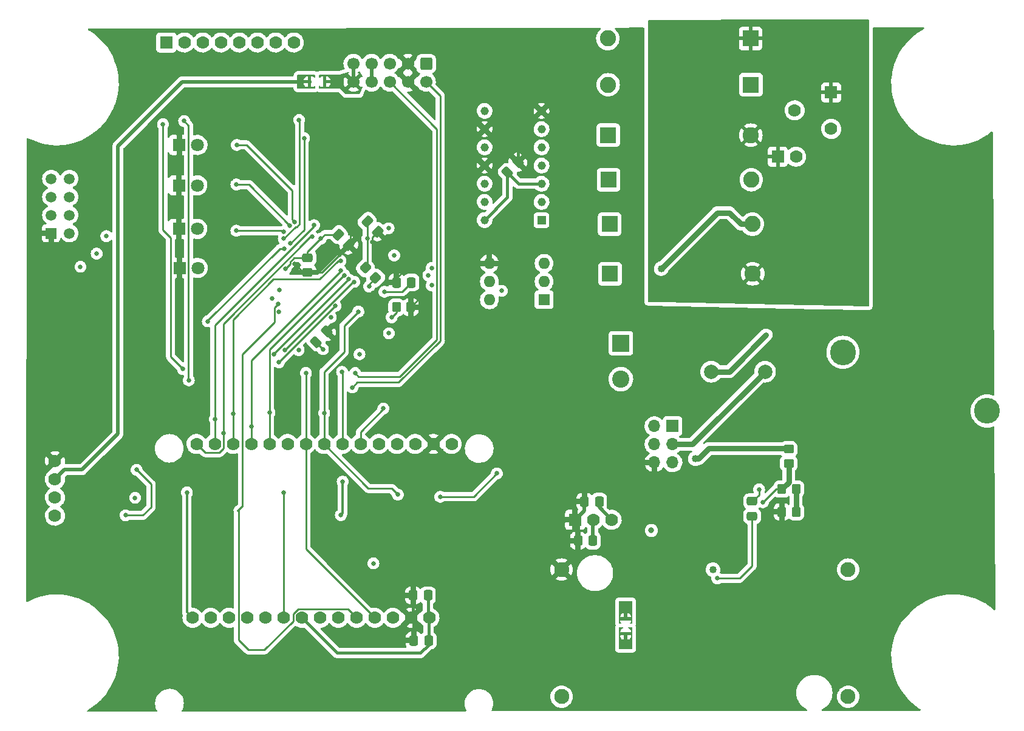
<source format=gbr>
%TF.GenerationSoftware,KiCad,Pcbnew,(6.0.4)*%
%TF.CreationDate,2023-03-10T14:52:47-05:00*%
%TF.ProjectId,cc_pcbRedo,63635f70-6362-4526-9564-6f2e6b696361,rev?*%
%TF.SameCoordinates,Original*%
%TF.FileFunction,Copper,L2,Bot*%
%TF.FilePolarity,Positive*%
%FSLAX46Y46*%
G04 Gerber Fmt 4.6, Leading zero omitted, Abs format (unit mm)*
G04 Created by KiCad (PCBNEW (6.0.4)) date 2023-03-10 14:52:47*
%MOMM*%
%LPD*%
G01*
G04 APERTURE LIST*
G04 Aperture macros list*
%AMRoundRect*
0 Rectangle with rounded corners*
0 $1 Rounding radius*
0 $2 $3 $4 $5 $6 $7 $8 $9 X,Y pos of 4 corners*
0 Add a 4 corners polygon primitive as box body*
4,1,4,$2,$3,$4,$5,$6,$7,$8,$9,$2,$3,0*
0 Add four circle primitives for the rounded corners*
1,1,$1+$1,$2,$3*
1,1,$1+$1,$4,$5*
1,1,$1+$1,$6,$7*
1,1,$1+$1,$8,$9*
0 Add four rect primitives between the rounded corners*
20,1,$1+$1,$2,$3,$4,$5,0*
20,1,$1+$1,$4,$5,$6,$7,0*
20,1,$1+$1,$6,$7,$8,$9,0*
20,1,$1+$1,$8,$9,$2,$3,0*%
G04 Aperture macros list end*
%TA.AperFunction,ComponentPad*%
%ADD10C,2.096000*%
%TD*%
%TA.AperFunction,ComponentPad*%
%ADD11R,1.778000X1.778000*%
%TD*%
%TA.AperFunction,ComponentPad*%
%ADD12C,1.778000*%
%TD*%
%TA.AperFunction,ComponentPad*%
%ADD13R,2.250000X2.250000*%
%TD*%
%TA.AperFunction,ComponentPad*%
%ADD14C,2.250000*%
%TD*%
%TA.AperFunction,ComponentPad*%
%ADD15C,2.000000*%
%TD*%
%TA.AperFunction,ComponentPad*%
%ADD16R,1.600000X1.600000*%
%TD*%
%TA.AperFunction,ComponentPad*%
%ADD17O,1.600000X1.600000*%
%TD*%
%TA.AperFunction,ComponentPad*%
%ADD18R,1.800000X1.800000*%
%TD*%
%TA.AperFunction,ComponentPad*%
%ADD19C,1.800000*%
%TD*%
%TA.AperFunction,ComponentPad*%
%ADD20R,1.500000X1.500000*%
%TD*%
%TA.AperFunction,ComponentPad*%
%ADD21C,1.500000*%
%TD*%
%TA.AperFunction,ComponentPad*%
%ADD22RoundRect,0.250000X-0.600000X0.600000X-0.600000X-0.600000X0.600000X-0.600000X0.600000X0.600000X0*%
%TD*%
%TA.AperFunction,ComponentPad*%
%ADD23C,1.700000*%
%TD*%
%TA.AperFunction,ComponentPad*%
%ADD24R,2.400000X2.400000*%
%TD*%
%TA.AperFunction,ComponentPad*%
%ADD25C,2.400000*%
%TD*%
%TA.AperFunction,ComponentPad*%
%ADD26R,1.170000X1.170000*%
%TD*%
%TA.AperFunction,ComponentPad*%
%ADD27C,1.170000*%
%TD*%
%TA.AperFunction,ComponentPad*%
%ADD28C,3.600000*%
%TD*%
%TA.AperFunction,ComponentPad*%
%ADD29R,1.700000X1.700000*%
%TD*%
%TA.AperFunction,ComponentPad*%
%ADD30O,1.700000X1.700000*%
%TD*%
%TA.AperFunction,SMDPad,CuDef*%
%ADD31RoundRect,0.250000X-0.574524X-0.097227X-0.097227X-0.574524X0.574524X0.097227X0.097227X0.574524X0*%
%TD*%
%TA.AperFunction,SMDPad,CuDef*%
%ADD32RoundRect,0.250000X0.565685X0.070711X0.070711X0.565685X-0.565685X-0.070711X-0.070711X-0.565685X0*%
%TD*%
%TA.AperFunction,SMDPad,CuDef*%
%ADD33RoundRect,0.250000X-0.337500X-0.475000X0.337500X-0.475000X0.337500X0.475000X-0.337500X0.475000X0*%
%TD*%
%TA.AperFunction,SMDPad,CuDef*%
%ADD34R,0.600000X0.450000*%
%TD*%
%TA.AperFunction,SMDPad,CuDef*%
%ADD35RoundRect,0.250000X0.475000X-0.337500X0.475000X0.337500X-0.475000X0.337500X-0.475000X-0.337500X0*%
%TD*%
%TA.AperFunction,SMDPad,CuDef*%
%ADD36RoundRect,0.250000X0.337500X0.475000X-0.337500X0.475000X-0.337500X-0.475000X0.337500X-0.475000X0*%
%TD*%
%TA.AperFunction,SMDPad,CuDef*%
%ADD37RoundRect,0.250000X0.350000X0.450000X-0.350000X0.450000X-0.350000X-0.450000X0.350000X-0.450000X0*%
%TD*%
%TA.AperFunction,SMDPad,CuDef*%
%ADD38RoundRect,0.250000X-0.350000X-0.450000X0.350000X-0.450000X0.350000X0.450000X-0.350000X0.450000X0*%
%TD*%
%TA.AperFunction,SMDPad,CuDef*%
%ADD39R,0.450000X0.600000*%
%TD*%
%TA.AperFunction,SMDPad,CuDef*%
%ADD40RoundRect,0.250000X-0.475000X0.337500X-0.475000X-0.337500X0.475000X-0.337500X0.475000X0.337500X0*%
%TD*%
%TA.AperFunction,SMDPad,CuDef*%
%ADD41RoundRect,0.250000X0.097227X-0.574524X0.574524X-0.097227X-0.097227X0.574524X-0.574524X0.097227X0*%
%TD*%
%TA.AperFunction,SMDPad,CuDef*%
%ADD42RoundRect,0.250000X-0.450000X0.350000X-0.450000X-0.350000X0.450000X-0.350000X0.450000X0.350000X0*%
%TD*%
%TA.AperFunction,ViaPad*%
%ADD43C,0.635000*%
%TD*%
%TA.AperFunction,ViaPad*%
%ADD44C,0.800000*%
%TD*%
%TA.AperFunction,ViaPad*%
%ADD45C,1.016000*%
%TD*%
%TA.AperFunction,ViaPad*%
%ADD46C,3.810000*%
%TD*%
%TA.AperFunction,Conductor*%
%ADD47C,0.415036*%
%TD*%
%TA.AperFunction,Conductor*%
%ADD48C,0.254000*%
%TD*%
%TA.AperFunction,Conductor*%
%ADD49C,0.304800*%
%TD*%
%TA.AperFunction,Conductor*%
%ADD50C,0.250000*%
%TD*%
%TA.AperFunction,Conductor*%
%ADD51C,0.508000*%
%TD*%
%TA.AperFunction,Conductor*%
%ADD52C,0.762000*%
%TD*%
G04 APERTURE END LIST*
D10*
%TO.P,J7,4,Pin_4*%
%TO.N,GND*%
X152916195Y-115337602D03*
%TO.P,J7,3,Pin_3*%
%TO.N,Net-(D9-Pad2)*%
X152916195Y-133087602D03*
%TO.P,J7,2,Pin_2*%
%TO.N,DC_MOD_GND*%
X192866195Y-115337602D03*
%TO.P,J7,1,Pin_1*%
%TO.N,DC_MOD*%
X192866195Y-133087602D03*
%TD*%
D11*
%TO.P,U7,1,GND*%
%TO.N,GND*%
X154813000Y-108407200D03*
D12*
%TO.P,U7,2,VO*%
%TO.N,+3V3*%
X157353000Y-108407200D03*
%TO.P,U7,3,VI*%
%TO.N,+5V*%
X159893000Y-108407200D03*
%TD*%
D13*
%TO.P,D15,1,K*%
%TO.N,VAC_GND*%
X179317200Y-47675800D03*
D14*
%TO.P,D15,2,A*%
%TO.N,Net-(D13-Pad2)*%
X159417200Y-47675800D03*
%TD*%
D15*
%TO.P,C18,1*%
%TO.N,+9V*%
X181279800Y-87731600D03*
%TO.P,C18,2*%
%TO.N,9_GND*%
X173779800Y-87731600D03*
%TD*%
D12*
%TO.P,U3,1*%
%TO.N,GND*%
X82296000Y-100203000D03*
%TO.P,U3,2*%
%TO.N,+5V*%
X82296000Y-102743000D03*
%TO.P,U3,3*%
%TO.N,Net-(R30-Pad2)*%
X82296000Y-105283000D03*
%TO.P,U3,4*%
%TO.N,Net-(R1-Pad1)*%
X82296000Y-107823000D03*
%TD*%
D16*
%TO.P,U9,1*%
%TO.N,Net-(R22-Pad1)*%
X150484992Y-77683589D03*
D17*
%TO.P,U9,2*%
%TO.N,VAC_GND*%
X150484992Y-75143589D03*
%TO.P,U9,3,NC*%
%TO.N,unconnected-(U9-Pad3)*%
X150484992Y-72603589D03*
%TO.P,U9,4*%
%TO.N,GND*%
X142864992Y-72603589D03*
%TO.P,U9,5*%
%TO.N,Net-(R27-Pad2)*%
X142864992Y-75143589D03*
%TO.P,U9,6*%
%TO.N,Net-(R25-Pad2)*%
X142864992Y-77683589D03*
%TD*%
D13*
%TO.P,D10,1,K*%
%TO.N,Net-(D10-Pad1)*%
X159671200Y-74066400D03*
D14*
%TO.P,D10,2,A*%
%TO.N,VAC*%
X179571200Y-74066400D03*
%TD*%
D18*
%TO.P,D4,1,K*%
%TO.N,GND*%
X99613796Y-56083200D03*
D19*
%TO.P,D4,2,A*%
%TO.N,Net-(D4-Pad2)*%
X102153796Y-56083200D03*
%TD*%
D20*
%TO.P,U1,1*%
%TO.N,GND*%
X81766800Y-68411903D03*
D21*
%TO.P,U1,2*%
%TO.N,PA10*%
X84306800Y-68411903D03*
%TO.P,U1,3*%
%TO.N,unconnected-(U1-Pad3)*%
X81766800Y-65871903D03*
%TO.P,U1,4*%
%TO.N,unconnected-(U1-Pad4)*%
X84306800Y-65871903D03*
%TO.P,U1,5*%
%TO.N,unconnected-(U1-Pad5)*%
X81766800Y-63331903D03*
%TO.P,U1,6*%
%TO.N,PA11*%
X84306800Y-63331903D03*
%TO.P,U1,7*%
%TO.N,PA9*%
X81766800Y-60791903D03*
%TO.P,U1,8*%
%TO.N,+3V3*%
X84306800Y-60791903D03*
%TD*%
D11*
%TO.P,J5,1,Pin_1*%
%TO.N,VAC*%
X183057800Y-57708800D03*
D12*
%TO.P,J5,2,Pin_2*%
%TO.N,VAC_GND*%
X185597800Y-57708800D03*
%TD*%
D13*
%TO.P,D12,1,K*%
%TO.N,Net-(D12-Pad1)*%
X159411993Y-54711600D03*
D14*
%TO.P,D12,2,A*%
%TO.N,VAC*%
X179311993Y-54711600D03*
%TD*%
D18*
%TO.P,D5,1,K*%
%TO.N,GND*%
X99593400Y-61722000D03*
D19*
%TO.P,D5,2,A*%
%TO.N,Net-(D5-Pad2)*%
X102133400Y-61722000D03*
%TD*%
D22*
%TO.P,J1,1,Pin_1*%
%TO.N,/NRST*%
X134035800Y-44729400D03*
D23*
%TO.P,J1,2,Pin_2*%
%TO.N,/PA13*%
X134035800Y-47269400D03*
%TO.P,J1,3,Pin_3*%
%TO.N,GND*%
X131495800Y-44729400D03*
%TO.P,J1,4,Pin_4*%
X131495800Y-47269400D03*
%TO.P,J1,5,Pin_5*%
%TO.N,unconnected-(J1-Pad5)*%
X128955800Y-44729400D03*
%TO.P,J1,6,Pin_6*%
%TO.N,/PA14*%
X128955800Y-47269400D03*
%TO.P,J1,7,Pin_7*%
%TO.N,+3V3*%
X126415800Y-44729400D03*
%TO.P,J1,8,Pin_8*%
X126415800Y-47269400D03*
%TO.P,J1,9,Pin_9*%
%TO.N,/U5V*%
X123875800Y-44729400D03*
%TO.P,J1,10,Pin_10*%
X123875800Y-47269400D03*
%TD*%
D24*
%TO.P,C17,1*%
%TO.N,+9V*%
X161188400Y-83769200D03*
D25*
%TO.P,C17,2*%
%TO.N,9_GND*%
X161188400Y-88769200D03*
%TD*%
D26*
%TO.P,U5,1*%
%TO.N,+3V3*%
X150121600Y-66573400D03*
D27*
%TO.P,U5,2*%
%TO.N,unconnected-(U5-Pad2)*%
X150121600Y-64033400D03*
%TO.P,U5,3*%
%TO.N,+3V3*%
X150121600Y-61493400D03*
%TO.P,U5,4*%
%TO.N,unconnected-(U5-Pad4)*%
X150121600Y-58953400D03*
%TO.P,U5,5*%
%TO.N,+3V3*%
X150121600Y-56413400D03*
%TO.P,U5,6*%
%TO.N,unconnected-(U5-Pad6)*%
X150121600Y-53873400D03*
%TO.P,U5,7,GND*%
%TO.N,GND*%
X150121600Y-51333400D03*
%TO.P,U5,8*%
%TO.N,unconnected-(U5-Pad8)*%
X142181600Y-51333400D03*
%TO.P,U5,9*%
%TO.N,GND*%
X142181600Y-53873400D03*
%TO.P,U5,10*%
%TO.N,unconnected-(U5-Pad10)*%
X142181600Y-56413400D03*
%TO.P,U5,11*%
%TO.N,GND*%
X142181600Y-58953400D03*
%TO.P,U5,12*%
%TO.N,PC13*%
X142181600Y-61493400D03*
%TO.P,U5,13*%
%TO.N,Net-(R27-Pad2)*%
X142181600Y-64033400D03*
%TO.P,U5,14,VCC*%
%TO.N,+3V3*%
X142181600Y-66573400D03*
%TD*%
D18*
%TO.P,D7,1,K*%
%TO.N,GND*%
X99664596Y-73253600D03*
D19*
%TO.P,D7,2,A*%
%TO.N,Net-(D7-Pad2)*%
X102204596Y-73253600D03*
%TD*%
D12*
%TO.P,U4,1,VCC*%
%TO.N,+3V3*%
X134493000Y-122072400D03*
%TO.P,U4,2,GND*%
%TO.N,GND*%
X131953000Y-122072400D03*
%TO.P,U4,3,CS*%
%TO.N,PB8*%
X129413000Y-122072400D03*
%TO.P,U4,4,RST*%
%TO.N,PB11*%
X126873000Y-122072400D03*
%TO.P,U4,5,DC*%
%TO.N,PB14*%
X124333000Y-122072400D03*
%TO.P,U4,6,SDI*%
%TO.N,PB5*%
X121793000Y-122072400D03*
%TO.P,U4,7,SCK*%
%TO.N,PB3*%
X119253000Y-122072400D03*
%TO.P,U4,8,LED*%
%TO.N,+3V3*%
X116713000Y-122072400D03*
%TO.P,U4,9,SDO*%
%TO.N,PB4*%
X114173000Y-122072400D03*
%TO.P,U4,10,T_CLK*%
%TO.N,PB3*%
X111633000Y-122072400D03*
%TO.P,U4,11,T_CS*%
%TO.N,PB7*%
X109093000Y-122072400D03*
%TO.P,U4,12,T_DIN*%
%TO.N,PB5*%
X106553000Y-122072400D03*
%TO.P,U4,13,T_DO*%
%TO.N,PB4*%
X104013000Y-122072400D03*
%TO.P,U4,14,T_IRQ*%
%TO.N,PA0*%
X101473000Y-122072400D03*
%TD*%
D18*
%TO.P,D6,1,K*%
%TO.N,GND*%
X99588396Y-67792600D03*
D19*
%TO.P,D6,2,A*%
%TO.N,Net-(D6-Pad2)*%
X102128396Y-67792600D03*
%TD*%
D13*
%TO.P,D11,1,K*%
%TO.N,Net-(D10-Pad1)*%
X159620400Y-67132200D03*
D14*
%TO.P,D11,2,A*%
%TO.N,VAC_GND*%
X179520400Y-67132200D03*
%TD*%
D13*
%TO.P,D13,1,K*%
%TO.N,VAC*%
X179266400Y-41224200D03*
D14*
%TO.P,D13,2,A*%
%TO.N,Net-(D13-Pad2)*%
X159366400Y-41224200D03*
%TD*%
D13*
%TO.P,D14,1,K*%
%TO.N,Net-(D12-Pad1)*%
X159468000Y-60934600D03*
D14*
%TO.P,D14,2,A*%
%TO.N,VAC_GND*%
X179368000Y-60934600D03*
%TD*%
D12*
%TO.P,U2,1,VCC*%
%TO.N,+5V*%
X137595162Y-97810439D03*
%TO.P,U2,2,GND*%
%TO.N,GND*%
X135055162Y-97810439D03*
%TO.P,U2,3,3Vo*%
%TO.N,unconnected-(U2-Pad3)*%
X132515162Y-97810439D03*
%TO.P,U2,4,LITE*%
%TO.N,unconnected-(U2-Pad4)*%
X129975162Y-97810439D03*
%TO.P,U2,5,SCK*%
%TO.N,PB3*%
X127435162Y-97810439D03*
%TO.P,U2,6,MISO*%
%TO.N,PB4*%
X124895162Y-97810439D03*
%TO.P,U2,7,MOSI*%
%TO.N,PB5*%
X122355162Y-97810439D03*
%TO.P,U2,8,CS*%
%TO.N,PB8*%
X119815162Y-97810439D03*
%TO.P,U2,9,RST*%
%TO.N,PB11*%
X117275162Y-97810439D03*
%TO.P,U2,10,WAIT*%
%TO.N,unconnected-(U2-Pad10)*%
X114735162Y-97810439D03*
%TO.P,U2,11,T_INT*%
%TO.N,PA0*%
X112195162Y-97810439D03*
%TO.P,U2,12,Y+*%
%TO.N,PA1*%
X109655162Y-97810439D03*
%TO.P,U2,13,Y-*%
%TO.N,PA2*%
X107115162Y-97810439D03*
%TO.P,U2,14,X-*%
%TO.N,PA3*%
X104575162Y-97810439D03*
%TO.P,U2,15,X+*%
%TO.N,PA4*%
X102035162Y-97810439D03*
%TD*%
D28*
%TO.P,L1,1,1*%
%TO.N,Net-(D12-Pad1)*%
X212237204Y-93213809D03*
%TO.P,L1,2,2*%
%TO.N,+9V*%
X192137204Y-85013809D03*
%TD*%
D29*
%TO.P,J4,1,Pin_1*%
%TO.N,DC_MOD*%
X168396590Y-95315811D03*
D30*
%TO.P,J4,2,Pin_2*%
%TO.N,DC_MOD_GND*%
X165856590Y-95315811D03*
%TO.P,J4,3,Pin_3*%
%TO.N,+9V*%
X168396590Y-97855811D03*
%TO.P,J4,4,Pin_4*%
%TO.N,9_GND*%
X165856590Y-97855811D03*
%TO.P,J4,5,Pin_5*%
%TO.N,DC_DES*%
X168396590Y-100395811D03*
%TO.P,J4,6,Pin_6*%
%TO.N,GND*%
X165856590Y-100395811D03*
%TD*%
D11*
%TO.P,J6,1,Pin_1*%
%TO.N,VAC*%
X190500000Y-48761650D03*
D12*
%TO.P,J6,2,Pin_2*%
%TO.N,VAC_GND*%
X185420000Y-51250850D03*
%TO.P,J6,3,Pin_3*%
%TO.N,unconnected-(J6-Pad3)*%
X190500000Y-53841650D03*
%TD*%
D11*
%TO.P,J3,1,Pin_1*%
%TO.N,Net-(J3-Pad1)*%
X97815400Y-41783000D03*
D12*
%TO.P,J3,2,Pin_2*%
%TO.N,Net-(J3-Pad2)*%
X100355400Y-41783000D03*
%TO.P,J3,3,Pin_3*%
%TO.N,Net-(J3-Pad3)*%
X102895400Y-41783000D03*
%TO.P,J3,4,Pin_4*%
%TO.N,Net-(J3-Pad4)*%
X105435400Y-41783000D03*
%TO.P,J3,5,Pin_5*%
%TO.N,Net-(J3-Pad5)*%
X107975400Y-41783000D03*
%TO.P,J3,6,Pin_6*%
%TO.N,Net-(J3-Pad6)*%
X110515400Y-41783000D03*
%TO.P,J3,7,Pin_7*%
%TO.N,Net-(J3-Pad7)*%
X113055400Y-41783000D03*
%TO.P,J3,8,Pin_8*%
%TO.N,Net-(J3-Pad8)*%
X115595400Y-41783000D03*
%TD*%
D31*
%TO.P,C2,1*%
%TO.N,+3V3*%
X121787138Y-68598801D03*
%TO.P,C2,2*%
%TO.N,GND*%
X123254384Y-70066047D03*
%TD*%
D32*
%TO.P,FB1,1*%
%TO.N,+3V3*%
X126995907Y-74646507D03*
%TO.P,FB1,2*%
%TO.N,/3VA*%
X125581693Y-73232293D03*
%TD*%
D33*
%TO.P,C9,1*%
%TO.N,GND*%
X156086900Y-105867200D03*
%TO.P,C9,2*%
%TO.N,+5V*%
X158161900Y-105867200D03*
%TD*%
D34*
%TO.P,D8,1,K*%
%TO.N,+5V*%
X117796600Y-47269400D03*
%TO.P,D8,2,A*%
%TO.N,/U5V*%
X119896600Y-47269400D03*
%TD*%
D35*
%TO.P,C16,1*%
%TO.N,Net-(C11-Pad1)*%
X179476400Y-107895300D03*
%TO.P,C16,2*%
%TO.N,Net-(C16-Pad2)*%
X179476400Y-105820300D03*
%TD*%
D36*
%TO.P,C1,1*%
%TO.N,+3V3*%
X131991061Y-75276024D03*
%TO.P,C1,2*%
%TO.N,GND*%
X129916061Y-75276024D03*
%TD*%
D37*
%TO.P,R28,1*%
%TO.N,Net-(R20-Pad2)*%
X185607200Y-107289600D03*
%TO.P,R28,2*%
%TO.N,GND*%
X183607200Y-107289600D03*
%TD*%
D31*
%TO.P,C5,1*%
%TO.N,/3VA*%
X125825738Y-66744601D03*
%TO.P,C5,2*%
%TO.N,GND*%
X127292984Y-68211847D03*
%TD*%
D33*
%TO.P,C6,1*%
%TO.N,GND*%
X132210900Y-118948200D03*
%TO.P,C6,2*%
%TO.N,+3V3*%
X134285900Y-118948200D03*
%TD*%
D38*
%TO.P,R20,1*%
%TO.N,Net-(R19-Pad2)*%
X183607200Y-104114600D03*
%TO.P,R20,2*%
%TO.N,Net-(R20-Pad2)*%
X185607200Y-104114600D03*
%TD*%
D39*
%TO.P,D9,1,K*%
%TO.N,+5V*%
X161848800Y-122216200D03*
%TO.P,D9,2,A*%
%TO.N,Net-(D9-Pad2)*%
X161848800Y-124316200D03*
%TD*%
D33*
%TO.P,C7,1*%
%TO.N,GND*%
X132312500Y-125247400D03*
%TO.P,C7,2*%
%TO.N,+3V3*%
X134387500Y-125247400D03*
%TD*%
D40*
%TO.P,C3,1*%
%TO.N,+3V3*%
X117516961Y-71825524D03*
%TO.P,C3,2*%
%TO.N,GND*%
X117516961Y-73900524D03*
%TD*%
D41*
%TO.P,C4,1*%
%TO.N,+3V3*%
X118688338Y-83578847D03*
%TO.P,C4,2*%
%TO.N,GND*%
X120155584Y-82111601D03*
%TD*%
%TO.P,C15,1*%
%TO.N,+3V3*%
X145367177Y-59941023D03*
%TO.P,C15,2*%
%TO.N,GND*%
X146834423Y-58473777D03*
%TD*%
D42*
%TO.P,R19,1*%
%TO.N,DC_DES*%
X184581800Y-98542600D03*
%TO.P,R19,2*%
%TO.N,Net-(R19-Pad2)*%
X184581800Y-100542600D03*
%TD*%
D38*
%TO.P,R14,1*%
%TO.N,PF11*%
X129886759Y-78730424D03*
%TO.P,R14,2*%
%TO.N,GND*%
X131886759Y-78730424D03*
%TD*%
D33*
%TO.P,C10,1*%
%TO.N,GND*%
X155197900Y-111302800D03*
%TO.P,C10,2*%
%TO.N,+3V3*%
X157272900Y-111302800D03*
%TD*%
D43*
%TO.N,PA9*%
X89458800Y-68808600D03*
%TO.N,PB14*%
X113379880Y-78282800D03*
%TO.N,PB11*%
X117275162Y-87883988D03*
%TO.N,PB3*%
X126695200Y-114477800D03*
%TO.N,PB10*%
X114249200Y-70561200D03*
X103606600Y-80695800D03*
%TO.N,PB4*%
X114173000Y-104571800D03*
X128079162Y-92862400D03*
%TO.N,PB5*%
X122326400Y-87757000D03*
X122402600Y-103073200D03*
X122148600Y-107746800D03*
%TO.N,PB8*%
X124580000Y-79350000D03*
X119811800Y-93497400D03*
X130098800Y-104876600D03*
%TO.N,PA0*%
X122658060Y-74251396D03*
X100685600Y-104571800D03*
X112191800Y-93421200D03*
%TO.N,PA1*%
X109651800Y-95351600D03*
X122095959Y-73634600D03*
%TO.N,PA2*%
X107111800Y-93573600D03*
X122095959Y-72237600D03*
%TO.N,PA3*%
X104571800Y-94361000D03*
X118414800Y-67284600D03*
%TO.N,PA4*%
X118126783Y-68893417D03*
X105791000Y-96342200D03*
%TO.N,PA10*%
X88112600Y-71247000D03*
%TO.N,PC2*%
X114350800Y-84683600D03*
X124005076Y-75192821D03*
%TO.N,PC3*%
X123248142Y-74841478D03*
X112839162Y-85327600D03*
%TO.N,PC5*%
X115114232Y-69823694D03*
X117024903Y-55143400D03*
%TO.N,PC4*%
X114198389Y-69164200D03*
X116332000Y-52603400D03*
%TO.N,PA5*%
X115736892Y-66844569D03*
X107619800Y-56083200D03*
%TO.N,PA6*%
X107594400Y-61595000D03*
X115062000Y-67335400D03*
%TO.N,PC10*%
X100939600Y-88925400D03*
X100304600Y-52730400D03*
%TO.N,PA7*%
X107585400Y-68046600D03*
X114198400Y-68173600D03*
%TO.N,PC12*%
X93675200Y-101422200D03*
X92125800Y-107772200D03*
%TO.N,PC11*%
X97358200Y-53187600D03*
X100126800Y-87350600D03*
%TO.N,PC13*%
X134807909Y-75666600D03*
%TO.N,/PC14*%
X134346315Y-74289285D03*
%TO.N,/PC15*%
X134807909Y-73253600D03*
%TO.N,/PF1*%
X129590800Y-71500695D03*
%TO.N,/PC1*%
X128803400Y-67716400D03*
%TO.N,/3VA*%
X125845814Y-69148629D03*
%TO.N,/PB12*%
X113588800Y-76327000D03*
%TO.N,/PB13*%
X112572800Y-77495400D03*
%TO.N,/PB15*%
X113521600Y-79405362D03*
%TO.N,PA11*%
X85852000Y-73075800D03*
%TO.N,/PA12*%
X116259686Y-84712886D03*
%TO.N,/PA13*%
X123774200Y-89916000D03*
%TO.N,/PA14*%
X124129800Y-87909400D03*
%TO.N,/PA15*%
X124739400Y-85293200D03*
%TO.N,/PB6*%
X128854200Y-82372200D03*
%TO.N,Net-(C16-Pad2)*%
X180450800Y-104149200D03*
D44*
%TO.N,+5V*%
X116611400Y-47269400D03*
X161747200Y-120599200D03*
X165430200Y-109880400D03*
D43*
%TO.N,PD2*%
X93472000Y-105333800D03*
%TO.N,PB9*%
X113538000Y-86410800D03*
X121407279Y-78537875D03*
%TO.N,PF11*%
X129209800Y-80137000D03*
D45*
%TO.N,VAC_GND*%
X166801800Y-73329800D03*
D43*
%TO.N,+3V3*%
X128235759Y-76571421D03*
X135990000Y-105190000D03*
X119650559Y-84597821D03*
X120737954Y-80117954D03*
X114470000Y-73320000D03*
X126102159Y-75834821D03*
X119353730Y-69146650D03*
X143900000Y-101930000D03*
X144610000Y-76440000D03*
D45*
%TO.N,DC_DES*%
X171551600Y-99872800D03*
D43*
%TO.N,Net-(R19-Pad2)*%
X181000400Y-105943400D03*
%TO.N,9_GND*%
X181440000Y-82600000D03*
D46*
%TO.N,GND*%
X146304000Y-132892800D03*
D43*
X126593600Y-76708000D03*
X134289800Y-69672200D03*
X115713559Y-72659821D03*
X176600000Y-104300000D03*
X175700000Y-108400000D03*
X176600000Y-108400000D03*
X126503239Y-69662621D03*
X123968559Y-68164021D03*
X121160000Y-81340000D03*
X133798359Y-78705021D03*
X176600000Y-105200000D03*
X121927844Y-71420207D03*
X177500000Y-108404711D03*
X148463000Y-100533200D03*
D44*
%TO.N,Net-(D9-Pad2)*%
X161823400Y-125653800D03*
D43*
%TO.N,Net-(C11-Pad1)*%
X174625000Y-116560600D03*
D45*
X174020000Y-115350000D03*
%TD*%
D47*
%TO.N,+3V3*%
X146919554Y-61493400D02*
X150121600Y-61493400D01*
X145367177Y-59941023D02*
X146919554Y-61493400D01*
D48*
%TO.N,PB14*%
X115497489Y-121535311D02*
X115497489Y-122551311D01*
D49*
X107980100Y-106980100D02*
X107852089Y-107108111D01*
D48*
X111506000Y-126542800D02*
X109242800Y-126542800D01*
D50*
X107877489Y-107082711D02*
X107980100Y-106980100D01*
D49*
X108356400Y-106603800D02*
X107980100Y-106980100D01*
D48*
X109242800Y-126542800D02*
X107877489Y-125177489D01*
X116175911Y-120856889D02*
X115497489Y-121535311D01*
X108439651Y-106545949D02*
X108407200Y-106578400D01*
X123117489Y-120856889D02*
X116175911Y-120856889D01*
D50*
X107877489Y-125177489D02*
X107877489Y-107082711D01*
D48*
X115497489Y-122551311D02*
X111506000Y-126542800D01*
X112877600Y-78785080D02*
X112877600Y-80848200D01*
X112877600Y-80848200D02*
X108439651Y-85286149D01*
X108439651Y-85286149D02*
X108439651Y-106545949D01*
X124333000Y-122072400D02*
X123117489Y-120856889D01*
X113379880Y-78282800D02*
X112877600Y-78785080D01*
%TO.N,PB11*%
X117275162Y-112474562D02*
X126873000Y-122072400D01*
X117275162Y-97810439D02*
X117275162Y-112474562D01*
X117275162Y-87883988D02*
X117275162Y-97810439D01*
%TO.N,PB10*%
X103606600Y-80594200D02*
X103606600Y-80695800D01*
X114249200Y-70561200D02*
X113639600Y-70561200D01*
X113639600Y-70561200D02*
X103606600Y-80594200D01*
%TO.N,PB4*%
X128079162Y-92862400D02*
X128079162Y-92951638D01*
X114173000Y-104571800D02*
X114173000Y-122072400D01*
X128079162Y-92951638D02*
X124895162Y-96135638D01*
X124895162Y-96135638D02*
X124895162Y-97810439D01*
%TO.N,PB5*%
X122326400Y-87757000D02*
X122355162Y-87785762D01*
X122355162Y-87785762D02*
X122355162Y-97810439D01*
D49*
X122148600Y-107746800D02*
X122402600Y-107492800D01*
X122402600Y-107492800D02*
X122402600Y-103073200D01*
D48*
%TO.N,PB8*%
X119815162Y-97844162D02*
X119815162Y-97810439D01*
X122600706Y-81329294D02*
X122600706Y-84942694D01*
X119815162Y-93500762D02*
X119811800Y-93497400D01*
X130098800Y-104876600D02*
X129235200Y-104013000D01*
X119811800Y-87731600D02*
X119811800Y-93497400D01*
X124580000Y-79350000D02*
X122600706Y-81329294D01*
X119815162Y-97810439D02*
X119815162Y-93500762D01*
X129235200Y-104013000D02*
X125984000Y-104013000D01*
X122600706Y-84942694D02*
X119811800Y-87731600D01*
X125984000Y-104013000D02*
X119815162Y-97844162D01*
%TO.N,PA0*%
X112195162Y-97810439D02*
X112195162Y-93424562D01*
X112195162Y-93424562D02*
X112191800Y-93421200D01*
X112195162Y-84629438D02*
X112195162Y-93417838D01*
X122573204Y-74251396D02*
X112195162Y-84629438D01*
X122658060Y-74251396D02*
X122573204Y-74251396D01*
X112195162Y-93417838D02*
X112191800Y-93421200D01*
D49*
X100685600Y-104571800D02*
X100685600Y-121285000D01*
X100685600Y-121285000D02*
X101473000Y-122072400D01*
D48*
%TO.N,PA1*%
X109655162Y-95354962D02*
X109651800Y-95351600D01*
X109655162Y-97810439D02*
X109655162Y-95354962D01*
X109655162Y-86128038D02*
X109655162Y-95348238D01*
X122095959Y-73687241D02*
X109655162Y-86128038D01*
X109655162Y-95348238D02*
X109651800Y-95351600D01*
X122095959Y-73634600D02*
X122095959Y-73687241D01*
%TO.N,PA2*%
X112764459Y-74814541D02*
X107115162Y-80463838D01*
X121778126Y-72237600D02*
X119201185Y-74814541D01*
X107115162Y-93576962D02*
X107111800Y-93573600D01*
X107115162Y-93570238D02*
X107111800Y-93573600D01*
X107115162Y-80463838D02*
X107115162Y-93570238D01*
X119201185Y-74814541D02*
X112764459Y-74814541D01*
X107115162Y-97810439D02*
X107115162Y-93576962D01*
X122095959Y-72237600D02*
X121778126Y-72237600D01*
%TO.N,PA3*%
X115380983Y-70467697D02*
X115358703Y-70467697D01*
X118414800Y-67433880D02*
X115380983Y-70467697D01*
X104575162Y-94364362D02*
X104571800Y-94361000D01*
X104575162Y-81251238D02*
X104575162Y-94357638D01*
X115358703Y-70467697D02*
X104575162Y-81251238D01*
X118414800Y-67284600D02*
X118414800Y-67433880D01*
X104575162Y-94357638D02*
X104571800Y-94361000D01*
X104575162Y-97810439D02*
X104575162Y-94364362D01*
%TO.N,PA4*%
X105791000Y-96342200D02*
X105790673Y-96341873D01*
X105790673Y-96341873D02*
X105790673Y-81036219D01*
X105215450Y-99025950D02*
X103250673Y-99025950D01*
X105791000Y-96342200D02*
X105816400Y-96367600D01*
X117933475Y-68893417D02*
X118126783Y-68893417D01*
X103250673Y-99025950D02*
X102035162Y-97810439D01*
X105816400Y-96367600D02*
X105816400Y-98425000D01*
X105816400Y-98425000D02*
X105215450Y-99025950D01*
X105790673Y-81036219D02*
X117933475Y-68893417D01*
%TO.N,PC2*%
X124005076Y-75192821D02*
X123841579Y-75192821D01*
X123841579Y-75192821D02*
X114350800Y-84683600D01*
%TO.N,PC3*%
X112839162Y-85250458D02*
X123248142Y-74841478D01*
X112839162Y-85327600D02*
X112839162Y-85250458D01*
%TO.N,PC5*%
X117024903Y-55143400D02*
X117024903Y-67913023D01*
X117024903Y-67913023D02*
X115114232Y-69823694D01*
%TO.N,PC4*%
X116003651Y-67488580D02*
X116380903Y-67111328D01*
X116380903Y-67111328D02*
X116380903Y-52652303D01*
X115874009Y-67488580D02*
X116003651Y-67488580D01*
X116380903Y-52652303D02*
X116332000Y-52603400D01*
X114198389Y-69164200D02*
X115874009Y-67488580D01*
%TO.N,PA5*%
X107619800Y-56083200D02*
X109042200Y-56083200D01*
X109042200Y-56083200D02*
X115372482Y-62413482D01*
X115372482Y-66480159D02*
X115736892Y-66844569D01*
X115372482Y-62413482D02*
X115372482Y-66480159D01*
%TO.N,PA6*%
X107594400Y-61595000D02*
X109321600Y-61595000D01*
X109321600Y-61595000D02*
X115062000Y-67335400D01*
D50*
%TO.N,PC10*%
X100916511Y-61207168D02*
X100908889Y-61214790D01*
X100916511Y-53342311D02*
X100916511Y-61207168D01*
X100908889Y-61214790D02*
X100908889Y-62229210D01*
D48*
X100916511Y-53342311D02*
X100304600Y-52730400D01*
D50*
X100908889Y-62229210D02*
X100916511Y-62236832D01*
D48*
X100939600Y-88925400D02*
X100901889Y-88887689D01*
D50*
X100916511Y-62236832D02*
X100916511Y-66568089D01*
D48*
X100901889Y-88887689D02*
X100901889Y-66243200D01*
%TO.N,PA7*%
X114071400Y-68046600D02*
X107585400Y-68046600D01*
X114198400Y-68173600D02*
X114071400Y-68046600D01*
%TO.N,PC12*%
X95681800Y-106654600D02*
X94564200Y-107772200D01*
X95681800Y-103428800D02*
X95681800Y-106654600D01*
X94564200Y-107772200D02*
X92125800Y-107772200D01*
X93675200Y-101422200D02*
X95681800Y-103428800D01*
%TO.N,PC11*%
X100126800Y-87350600D02*
X98425000Y-85648800D01*
X97358200Y-67952311D02*
X97358200Y-53187600D01*
X98425000Y-85648800D02*
X98425000Y-69019111D01*
X98425000Y-69019111D02*
X97358200Y-67952311D01*
D50*
%TO.N,/3VA*%
X125845814Y-69148629D02*
X125825736Y-69128551D01*
D48*
X125845814Y-69148629D02*
X125845814Y-72968172D01*
D50*
X125825736Y-69128551D02*
X125825736Y-66744598D01*
D48*
X125845814Y-72968172D02*
X125581693Y-73232293D01*
X125581693Y-73232293D02*
X125857000Y-72956986D01*
%TO.N,/PA13*%
X136017000Y-83413600D02*
X136017000Y-49250600D01*
X124460000Y-89230200D02*
X130200400Y-89230200D01*
X130200400Y-89230200D02*
X136017000Y-83413600D01*
X136017000Y-49250600D02*
X134035800Y-47269400D01*
X123774200Y-89916000D02*
X124460000Y-89230200D01*
%TO.N,/PA14*%
X124612400Y-88392000D02*
X130378200Y-88392000D01*
X135534400Y-83235800D02*
X135534400Y-53848000D01*
X124129800Y-87909400D02*
X124612400Y-88392000D01*
X130378200Y-88392000D02*
X135534400Y-83235800D01*
X135534400Y-53848000D02*
X128955800Y-47269400D01*
%TO.N,Net-(C16-Pad2)*%
X179476400Y-105820300D02*
X179548700Y-105820300D01*
X180450800Y-104918200D02*
X180450800Y-104149200D01*
X179548700Y-105820300D02*
X180450800Y-104918200D01*
D51*
%TO.N,+5V*%
X83638511Y-101400489D02*
X82296000Y-102743000D01*
X86059511Y-101400489D02*
X83638511Y-101400489D01*
X100050600Y-47269400D02*
X91070000Y-56250000D01*
X158161900Y-105867200D02*
X158161900Y-106676100D01*
X91070000Y-96390000D02*
X86059511Y-101400489D01*
X158161900Y-106676100D02*
X159893000Y-108407200D01*
X100050600Y-47269400D02*
X116611400Y-47269400D01*
X91070000Y-56250000D02*
X91070000Y-96390000D01*
D48*
%TO.N,PB9*%
X121407279Y-78537875D02*
X113538000Y-86407154D01*
X113538000Y-86407154D02*
X113538000Y-86410800D01*
D50*
%TO.N,PF11*%
X129209800Y-80137000D02*
X129886759Y-79460041D01*
X129886759Y-79460041D02*
X129886759Y-78730421D01*
D52*
%TO.N,VAC_GND*%
X177927000Y-67132200D02*
X179520400Y-67132200D01*
X174599600Y-65532000D02*
X176326800Y-65532000D01*
X166801800Y-73329800D02*
X174599600Y-65532000D01*
X176326800Y-65532000D02*
X177927000Y-67132200D01*
D50*
%TO.N,+3V3*%
X118688336Y-83635598D02*
X119650559Y-84597821D01*
X118688336Y-83578844D02*
X118688336Y-83635598D01*
D47*
X134387500Y-125247400D02*
X134387500Y-122177900D01*
X134387500Y-122177900D02*
X134493000Y-122072400D01*
D50*
X130695659Y-76571421D02*
X128235759Y-76571421D01*
D47*
X134285900Y-118948200D02*
X134285900Y-121865300D01*
X134387500Y-125835500D02*
X134387500Y-125247400D01*
D48*
X126102159Y-75540255D02*
X126995907Y-74646507D01*
D47*
X134285900Y-121865300D02*
X134493000Y-122072400D01*
X145367177Y-63387823D02*
X142181600Y-66573400D01*
D48*
X117516959Y-70983421D02*
X119353730Y-69146650D01*
D50*
X115071548Y-72393890D02*
X115639917Y-71825521D01*
X115071548Y-72718452D02*
X115071548Y-72393890D01*
D47*
X133248400Y-126974600D02*
X134387500Y-125835500D01*
X121615200Y-126974600D02*
X133248400Y-126974600D01*
X116713000Y-122072400D02*
X121615200Y-126974600D01*
D50*
X131991059Y-75276021D02*
X130695659Y-76571421D01*
D47*
X145367177Y-59941023D02*
X145367177Y-63387823D01*
D50*
X115639917Y-71825521D02*
X117516959Y-71825521D01*
D51*
X157272900Y-111302800D02*
X157272900Y-108487300D01*
D48*
X117516959Y-71825521D02*
X117516959Y-70983421D01*
D50*
X114470000Y-73320000D02*
X115071548Y-72718452D01*
X119353730Y-69146650D02*
X119901582Y-68598798D01*
D51*
X157272900Y-108487300D02*
X157353000Y-108407200D01*
D48*
X135990000Y-105190000D02*
X140640000Y-105190000D01*
D51*
X126415800Y-44729400D02*
X126415800Y-47269400D01*
D48*
X140640000Y-105190000D02*
X143900000Y-101930000D01*
D50*
X119901582Y-68598798D02*
X121787136Y-68598798D01*
D48*
X126102159Y-75834821D02*
X126102159Y-75540255D01*
D52*
%TO.N,DC_DES*%
X172007200Y-99872800D02*
X173429600Y-98450400D01*
X171551600Y-99872800D02*
X172007200Y-99872800D01*
X173429600Y-98450400D02*
X184489600Y-98450400D01*
X184489600Y-98450400D02*
X184581800Y-98542600D01*
D48*
%TO.N,Net-(R19-Pad2)*%
X181000400Y-105943400D02*
X182829200Y-104114600D01*
X182829200Y-104114600D02*
X183607200Y-104114600D01*
D52*
X184581800Y-100542600D02*
X184581800Y-103140000D01*
X184581800Y-103140000D02*
X183607200Y-104114600D01*
%TO.N,+9V*%
X181279800Y-87731600D02*
X171155600Y-97855800D01*
X171155600Y-97855800D02*
X168396600Y-97855800D01*
%TO.N,9_GND*%
X181440000Y-82600000D02*
X176308400Y-87731600D01*
X176308400Y-87731600D02*
X173779800Y-87731600D01*
D50*
%TO.N,GND*%
X123254382Y-70066044D02*
X123460559Y-69859867D01*
X132985559Y-73574221D02*
X131004359Y-73574221D01*
D51*
X155197900Y-108792100D02*
X154813000Y-108407200D01*
D50*
X131004359Y-73574221D02*
X129916059Y-74662521D01*
X123460559Y-68672021D02*
X123968559Y-68164021D01*
D47*
X132210900Y-121814500D02*
X131953000Y-122072400D01*
D50*
X126593600Y-76708000D02*
X128025579Y-75276021D01*
X121927844Y-71420207D02*
X121927844Y-71449336D01*
X133366559Y-77250621D02*
X133366559Y-73955221D01*
X116954259Y-73900521D02*
X115713559Y-72659821D01*
X129916059Y-74662521D02*
X129916059Y-75276021D01*
D47*
X132312500Y-125247400D02*
X132312500Y-122431900D01*
D50*
X126503239Y-69001587D02*
X127292982Y-68211844D01*
X123460559Y-69859867D02*
X123460559Y-68722821D01*
X131886759Y-78730421D02*
X133772959Y-78730421D01*
X131886759Y-78730421D02*
X133366559Y-77250621D01*
D51*
X156086900Y-107133300D02*
X154813000Y-108407200D01*
D50*
X123254382Y-70093669D02*
X123254382Y-70066044D01*
X121160000Y-81340000D02*
X120388402Y-82111598D01*
D47*
X146834423Y-54620577D02*
X146834423Y-58473777D01*
D50*
X123460559Y-68722821D02*
X123460559Y-68672021D01*
X133772959Y-78730421D02*
X133798359Y-78705021D01*
D51*
X155197900Y-111302800D02*
X155197900Y-108792100D01*
D47*
X132210900Y-118948200D02*
X132210900Y-121814500D01*
D50*
X121927844Y-71449336D02*
X119476659Y-73900521D01*
X133366559Y-73955221D02*
X132985559Y-73574221D01*
D51*
X156086900Y-105867200D02*
X156086900Y-107133300D01*
D50*
X126503239Y-69662621D02*
X126503239Y-69001587D01*
D47*
X132312500Y-122431900D02*
X131953000Y-122072400D01*
D50*
X128025579Y-75276021D02*
X129916059Y-75276021D01*
X117516959Y-73900521D02*
X116954259Y-73900521D01*
X121927844Y-71420207D02*
X123254382Y-70093669D01*
D47*
X150121600Y-51333400D02*
X146834423Y-54620577D01*
D50*
X119476659Y-73900521D02*
X117516959Y-73900521D01*
X120388402Y-82111598D02*
X120155582Y-82111598D01*
D52*
%TO.N,Net-(R20-Pad2)*%
X185607200Y-104114600D02*
X185607200Y-107289600D01*
D48*
%TO.N,Net-(C11-Pad1)*%
X179476400Y-107895300D02*
X179476400Y-114833400D01*
X179476400Y-114833400D02*
X177749200Y-116560600D01*
X177749200Y-116560600D02*
X174625000Y-116560600D01*
D51*
%TO.N,/U5V*%
X123875800Y-44729400D02*
X123875800Y-47269400D01*
%TD*%
%TA.AperFunction,Conductor*%
%TO.N,+5V*%
G36*
X118527214Y-46318786D02*
G01*
X118541800Y-46354000D01*
X118541800Y-46644276D01*
X118527214Y-46679490D01*
X118492000Y-46694076D01*
X118460007Y-46680824D01*
X118459504Y-46681496D01*
X118456879Y-46679528D01*
X118456786Y-46679490D01*
X118456662Y-46679366D01*
X118345901Y-46596356D01*
X118339741Y-46592983D01*
X118209730Y-46544244D01*
X118203704Y-46542811D01*
X118146021Y-46536545D01*
X118143347Y-46536400D01*
X118031506Y-46536400D01*
X118024501Y-46539301D01*
X118021600Y-46546306D01*
X118021600Y-47992493D01*
X118024501Y-47999498D01*
X118031506Y-48002399D01*
X118143346Y-48002399D01*
X118146021Y-48002254D01*
X118203705Y-47995989D01*
X118209729Y-47994557D01*
X118339741Y-47945817D01*
X118345901Y-47942444D01*
X118456662Y-47859434D01*
X118456786Y-47859310D01*
X118456879Y-47859272D01*
X118459504Y-47857304D01*
X118460007Y-47857976D01*
X118492000Y-47844724D01*
X118527214Y-47859310D01*
X118541800Y-47894524D01*
X118541800Y-48159400D01*
X118527214Y-48194614D01*
X118492000Y-48209200D01*
X116127800Y-48209200D01*
X116092586Y-48194614D01*
X116078000Y-48159400D01*
X116078000Y-47541146D01*
X116988601Y-47541146D01*
X116988746Y-47543821D01*
X116995011Y-47601505D01*
X116996443Y-47607529D01*
X117045183Y-47737541D01*
X117048556Y-47743701D01*
X117131566Y-47854462D01*
X117136538Y-47859434D01*
X117247299Y-47942444D01*
X117253459Y-47945817D01*
X117383470Y-47994556D01*
X117389496Y-47995989D01*
X117447179Y-48002255D01*
X117449853Y-48002400D01*
X117561694Y-48002400D01*
X117568699Y-47999499D01*
X117571600Y-47992494D01*
X117571600Y-47504306D01*
X117568699Y-47497301D01*
X117561694Y-47494400D01*
X116998507Y-47494400D01*
X116991502Y-47497301D01*
X116988601Y-47504306D01*
X116988601Y-47541146D01*
X116078000Y-47541146D01*
X116078000Y-47034494D01*
X116988600Y-47034494D01*
X116991501Y-47041499D01*
X116998506Y-47044400D01*
X117561694Y-47044400D01*
X117568699Y-47041499D01*
X117571600Y-47034494D01*
X117571600Y-46546307D01*
X117568699Y-46539302D01*
X117561694Y-46536401D01*
X117449854Y-46536401D01*
X117447179Y-46536546D01*
X117389495Y-46542811D01*
X117383471Y-46544243D01*
X117253459Y-46592983D01*
X117247299Y-46596356D01*
X117136538Y-46679366D01*
X117131566Y-46684338D01*
X117048556Y-46795099D01*
X117045183Y-46801259D01*
X116996444Y-46931270D01*
X116995011Y-46937296D01*
X116988745Y-46994979D01*
X116988600Y-46997653D01*
X116988600Y-47034494D01*
X116078000Y-47034494D01*
X116078000Y-46354000D01*
X116092586Y-46318786D01*
X116127800Y-46304200D01*
X118492000Y-46304200D01*
X118527214Y-46318786D01*
G37*
%TD.AperFunction*%
%TD*%
%TA.AperFunction,Conductor*%
%TO.N,VAC*%
G36*
X195699531Y-38552043D02*
G01*
X195746245Y-38605506D01*
X195757848Y-38658273D01*
X195766811Y-62096444D01*
X195772008Y-75684671D01*
X195773090Y-78515278D01*
X195753114Y-78583406D01*
X195699476Y-78629920D01*
X195644496Y-78641299D01*
X166832554Y-78047483D01*
X165086375Y-78011494D01*
X165018681Y-77990093D01*
X164973303Y-77935490D01*
X164962971Y-77885489D01*
X164963609Y-75390871D01*
X178612084Y-75390871D01*
X178615770Y-75396140D01*
X178823321Y-75523327D01*
X178832115Y-75527808D01*
X179060442Y-75622384D01*
X179069827Y-75625433D01*
X179310140Y-75683128D01*
X179319887Y-75684671D01*
X179566270Y-75704062D01*
X179576130Y-75704062D01*
X179822513Y-75684671D01*
X179832260Y-75683128D01*
X180072573Y-75625433D01*
X180081958Y-75622384D01*
X180310285Y-75527808D01*
X180319079Y-75523327D01*
X180525128Y-75397060D01*
X180530390Y-75388999D01*
X180524383Y-75378793D01*
X179584012Y-74438422D01*
X179570068Y-74430808D01*
X179568235Y-74430939D01*
X179561620Y-74435190D01*
X178619476Y-75377334D01*
X178612084Y-75390871D01*
X164963609Y-75390871D01*
X164964139Y-73315539D01*
X165780482Y-73315539D01*
X165797162Y-73514186D01*
X165852110Y-73705809D01*
X165854925Y-73711286D01*
X165903262Y-73805340D01*
X165943230Y-73883111D01*
X166067053Y-74039337D01*
X166218863Y-74168537D01*
X166224241Y-74171543D01*
X166224243Y-74171544D01*
X166266197Y-74194991D01*
X166392876Y-74265789D01*
X166398735Y-74267693D01*
X166398738Y-74267694D01*
X166434501Y-74279314D01*
X166582465Y-74327391D01*
X166588575Y-74328120D01*
X166588577Y-74328120D01*
X166656114Y-74336173D01*
X166780409Y-74350994D01*
X166786544Y-74350522D01*
X166786546Y-74350522D01*
X166973026Y-74336173D01*
X166973031Y-74336172D01*
X166979167Y-74335700D01*
X166985097Y-74334044D01*
X166985099Y-74334044D01*
X167075169Y-74308896D01*
X167171170Y-74282092D01*
X167176670Y-74279314D01*
X167343602Y-74194991D01*
X167343604Y-74194990D01*
X167349103Y-74192212D01*
X167503825Y-74071330D01*
X177933538Y-74071330D01*
X177952929Y-74317713D01*
X177954472Y-74327460D01*
X178012167Y-74567773D01*
X178015216Y-74577158D01*
X178109792Y-74805485D01*
X178114273Y-74814279D01*
X178240540Y-75020328D01*
X178248601Y-75025590D01*
X178258807Y-75019583D01*
X179199178Y-74079212D01*
X179205556Y-74067532D01*
X179935608Y-74067532D01*
X179935739Y-74069365D01*
X179939990Y-74075980D01*
X180882134Y-75018124D01*
X180895671Y-75025516D01*
X180900940Y-75021830D01*
X181028127Y-74814279D01*
X181032608Y-74805485D01*
X181127184Y-74577158D01*
X181130233Y-74567773D01*
X181187928Y-74327460D01*
X181189471Y-74317713D01*
X181208862Y-74071330D01*
X181208862Y-74061470D01*
X181189471Y-73815087D01*
X181187928Y-73805340D01*
X181130233Y-73565027D01*
X181127184Y-73555642D01*
X181032608Y-73327315D01*
X181028127Y-73318521D01*
X180901860Y-73112472D01*
X180893799Y-73107210D01*
X180883593Y-73113217D01*
X179943222Y-74053588D01*
X179935608Y-74067532D01*
X179205556Y-74067532D01*
X179206792Y-74065268D01*
X179206661Y-74063435D01*
X179202410Y-74056820D01*
X178260266Y-73114676D01*
X178246729Y-73107284D01*
X178241460Y-73110970D01*
X178114273Y-73318521D01*
X178109792Y-73327315D01*
X178015216Y-73555642D01*
X178012167Y-73565027D01*
X177954472Y-73805340D01*
X177952929Y-73815087D01*
X177933538Y-74061470D01*
X177933538Y-74071330D01*
X167503825Y-74071330D01*
X167506190Y-74069482D01*
X167517120Y-74056820D01*
X167632418Y-73923246D01*
X167632419Y-73923244D01*
X167636447Y-73918578D01*
X167734912Y-73745248D01*
X167770681Y-73637722D01*
X167801144Y-73588399D01*
X168645742Y-72743801D01*
X178612010Y-72743801D01*
X178618017Y-72754007D01*
X179558388Y-73694378D01*
X179572332Y-73701992D01*
X179574165Y-73701861D01*
X179580780Y-73697610D01*
X180522924Y-72755466D01*
X180530316Y-72741929D01*
X180526630Y-72736660D01*
X180319079Y-72609473D01*
X180310285Y-72604992D01*
X180081958Y-72510416D01*
X180072573Y-72507367D01*
X179832260Y-72449672D01*
X179822513Y-72448129D01*
X179576130Y-72428738D01*
X179566270Y-72428738D01*
X179319887Y-72448129D01*
X179310140Y-72449672D01*
X179069827Y-72507367D01*
X179060442Y-72510416D01*
X178832115Y-72604992D01*
X178823321Y-72609473D01*
X178617272Y-72735740D01*
X178612010Y-72743801D01*
X168645742Y-72743801D01*
X174931138Y-66458405D01*
X174993450Y-66424379D01*
X175020233Y-66421500D01*
X175906167Y-66421500D01*
X175974288Y-66441502D01*
X175995262Y-66458405D01*
X177241511Y-67704654D01*
X177254348Y-67719682D01*
X177262331Y-67730670D01*
X177267233Y-67735083D01*
X177267234Y-67735085D01*
X177312063Y-67775449D01*
X177316847Y-67779990D01*
X177330994Y-67794137D01*
X177333559Y-67796214D01*
X177346554Y-67806737D01*
X177351575Y-67811025D01*
X177396381Y-67851370D01*
X177396385Y-67851373D01*
X177401285Y-67855785D01*
X177406995Y-67859081D01*
X177406998Y-67859084D01*
X177413045Y-67862575D01*
X177429330Y-67873768D01*
X177439875Y-67882307D01*
X177499480Y-67912677D01*
X177505276Y-67915824D01*
X177563215Y-67949275D01*
X177576125Y-67953470D01*
X177594384Y-67961033D01*
X177606476Y-67967194D01*
X177663641Y-67982512D01*
X177671094Y-67984509D01*
X177677419Y-67986382D01*
X177741044Y-68007055D01*
X177747611Y-68007745D01*
X177747615Y-68007746D01*
X177753288Y-68008342D01*
X177754530Y-68008472D01*
X177773972Y-68012075D01*
X177787085Y-68015589D01*
X177793682Y-68015935D01*
X177793684Y-68015935D01*
X177853887Y-68019090D01*
X177860461Y-68019607D01*
X177877105Y-68021356D01*
X177877109Y-68021356D01*
X177880380Y-68021700D01*
X177900407Y-68021700D01*
X177907001Y-68021873D01*
X177967218Y-68025029D01*
X177967222Y-68025029D01*
X177973810Y-68025374D01*
X177980325Y-68024342D01*
X177980327Y-68024342D01*
X177987214Y-68023251D01*
X178006925Y-68021700D01*
X178079108Y-68021700D01*
X178147229Y-68041702D01*
X178186540Y-68081864D01*
X178192197Y-68091095D01*
X178194784Y-68095316D01*
X178361769Y-68290831D01*
X178557284Y-68457816D01*
X178776513Y-68592160D01*
X178781083Y-68594053D01*
X178781087Y-68594055D01*
X179009487Y-68688661D01*
X179014060Y-68690555D01*
X179100902Y-68711404D01*
X179259261Y-68749423D01*
X179259267Y-68749424D01*
X179264074Y-68750578D01*
X179520400Y-68770751D01*
X179776726Y-68750578D01*
X179781533Y-68749424D01*
X179781539Y-68749423D01*
X179939898Y-68711404D01*
X180026740Y-68690555D01*
X180031313Y-68688661D01*
X180259713Y-68594055D01*
X180259717Y-68594053D01*
X180264287Y-68592160D01*
X180483516Y-68457816D01*
X180679031Y-68290831D01*
X180846016Y-68095316D01*
X180980360Y-67876087D01*
X180983906Y-67867528D01*
X181076861Y-67643113D01*
X181076862Y-67643111D01*
X181078755Y-67638540D01*
X181138778Y-67388526D01*
X181158951Y-67132200D01*
X181138778Y-66875874D01*
X181078755Y-66625860D01*
X180995299Y-66424379D01*
X180982255Y-66392887D01*
X180982253Y-66392883D01*
X180980360Y-66388313D01*
X180846016Y-66169084D01*
X180679031Y-65973569D01*
X180483516Y-65806584D01*
X180264287Y-65672240D01*
X180259717Y-65670347D01*
X180259713Y-65670345D01*
X180031313Y-65575739D01*
X180031311Y-65575738D01*
X180026740Y-65573845D01*
X179939898Y-65552996D01*
X179781539Y-65514977D01*
X179781533Y-65514976D01*
X179776726Y-65513822D01*
X179520400Y-65493649D01*
X179264074Y-65513822D01*
X179259267Y-65514976D01*
X179259261Y-65514977D01*
X179100902Y-65552996D01*
X179014060Y-65573845D01*
X179009489Y-65575738D01*
X179009487Y-65575739D01*
X178781087Y-65670345D01*
X178781083Y-65670347D01*
X178776513Y-65672240D01*
X178557284Y-65806584D01*
X178361769Y-65973569D01*
X178295764Y-66050851D01*
X178236313Y-66089660D01*
X178165318Y-66090166D01*
X178110858Y-66058115D01*
X177012289Y-64959546D01*
X176999452Y-64944518D01*
X176991469Y-64933530D01*
X176941737Y-64888751D01*
X176936953Y-64884210D01*
X176922806Y-64870063D01*
X176907246Y-64857463D01*
X176902225Y-64853175D01*
X176857419Y-64812830D01*
X176857415Y-64812827D01*
X176852515Y-64808415D01*
X176846805Y-64805119D01*
X176846802Y-64805116D01*
X176840755Y-64801625D01*
X176824470Y-64790432D01*
X176813925Y-64781893D01*
X176754320Y-64751523D01*
X176748524Y-64748376D01*
X176742775Y-64745057D01*
X176690585Y-64714925D01*
X176677675Y-64710730D01*
X176659416Y-64703167D01*
X176647324Y-64697006D01*
X176582706Y-64679691D01*
X176576382Y-64677818D01*
X176567781Y-64675023D01*
X176512756Y-64657145D01*
X176506189Y-64656455D01*
X176506185Y-64656454D01*
X176500512Y-64655858D01*
X176499270Y-64655728D01*
X176479828Y-64652125D01*
X176466715Y-64648611D01*
X176460118Y-64648265D01*
X176460116Y-64648265D01*
X176399913Y-64645110D01*
X176393339Y-64644593D01*
X176376695Y-64642844D01*
X176376691Y-64642844D01*
X176373420Y-64642500D01*
X176353393Y-64642500D01*
X176346799Y-64642327D01*
X176286582Y-64639171D01*
X176286578Y-64639171D01*
X176279990Y-64638826D01*
X176273475Y-64639858D01*
X176273473Y-64639858D01*
X176266586Y-64640949D01*
X176246875Y-64642500D01*
X174679525Y-64642500D01*
X174659814Y-64640949D01*
X174652927Y-64639858D01*
X174652925Y-64639858D01*
X174646410Y-64638826D01*
X174639822Y-64639171D01*
X174639818Y-64639171D01*
X174579601Y-64642327D01*
X174573007Y-64642500D01*
X174552980Y-64642500D01*
X174549709Y-64642844D01*
X174549705Y-64642844D01*
X174533061Y-64644593D01*
X174526487Y-64645110D01*
X174466284Y-64648265D01*
X174466282Y-64648265D01*
X174459685Y-64648611D01*
X174446572Y-64652125D01*
X174427130Y-64655728D01*
X174425888Y-64655858D01*
X174420215Y-64656454D01*
X174420211Y-64656455D01*
X174413644Y-64657145D01*
X174358619Y-64675023D01*
X174350018Y-64677818D01*
X174343694Y-64679691D01*
X174279076Y-64697006D01*
X174266984Y-64703167D01*
X174248725Y-64710730D01*
X174235815Y-64714925D01*
X174183625Y-64745057D01*
X174177876Y-64748376D01*
X174172080Y-64751523D01*
X174112475Y-64781893D01*
X174101930Y-64790432D01*
X174085645Y-64801625D01*
X174079598Y-64805116D01*
X174079595Y-64805119D01*
X174073885Y-64808415D01*
X174068985Y-64812827D01*
X174068981Y-64812830D01*
X174024175Y-64853175D01*
X174019154Y-64857463D01*
X174003594Y-64870063D01*
X173989447Y-64884210D01*
X173984663Y-64888751D01*
X173934931Y-64933530D01*
X173926948Y-64944518D01*
X173914111Y-64959546D01*
X166543525Y-72330132D01*
X166490009Y-72361909D01*
X166419170Y-72382758D01*
X166242509Y-72475114D01*
X166087151Y-72600025D01*
X165959014Y-72752733D01*
X165862979Y-72927421D01*
X165802702Y-73117435D01*
X165780482Y-73315539D01*
X164964139Y-73315539D01*
X164967304Y-60934600D01*
X177729449Y-60934600D01*
X177749622Y-61190926D01*
X177809645Y-61440940D01*
X177908040Y-61678487D01*
X178042384Y-61897716D01*
X178209369Y-62093231D01*
X178404884Y-62260216D01*
X178624113Y-62394560D01*
X178628683Y-62396453D01*
X178628687Y-62396455D01*
X178857087Y-62491061D01*
X178861660Y-62492955D01*
X178948502Y-62513804D01*
X179106861Y-62551823D01*
X179106867Y-62551824D01*
X179111674Y-62552978D01*
X179368000Y-62573151D01*
X179624326Y-62552978D01*
X179629133Y-62551824D01*
X179629139Y-62551823D01*
X179787498Y-62513804D01*
X179874340Y-62492955D01*
X179878913Y-62491061D01*
X180107313Y-62396455D01*
X180107317Y-62396453D01*
X180111887Y-62394560D01*
X180331116Y-62260216D01*
X180526631Y-62093231D01*
X180693616Y-61897716D01*
X180827960Y-61678487D01*
X180926355Y-61440940D01*
X180986378Y-61190926D01*
X181006551Y-60934600D01*
X180986378Y-60678274D01*
X180926355Y-60428260D01*
X180827960Y-60190713D01*
X180693616Y-59971484D01*
X180526631Y-59775969D01*
X180331116Y-59608984D01*
X180111887Y-59474640D01*
X180107317Y-59472747D01*
X180107313Y-59472745D01*
X179878913Y-59378139D01*
X179878911Y-59378138D01*
X179874340Y-59376245D01*
X179787498Y-59355396D01*
X179629139Y-59317377D01*
X179629133Y-59317376D01*
X179624326Y-59316222D01*
X179368000Y-59296049D01*
X179111674Y-59316222D01*
X179106867Y-59317376D01*
X179106861Y-59317377D01*
X178948502Y-59355396D01*
X178861660Y-59376245D01*
X178857089Y-59378138D01*
X178857087Y-59378139D01*
X178628687Y-59472745D01*
X178628683Y-59472747D01*
X178624113Y-59474640D01*
X178404884Y-59608984D01*
X178209369Y-59775969D01*
X178042384Y-59971484D01*
X177908040Y-60190713D01*
X177809645Y-60428260D01*
X177749622Y-60678274D01*
X177729449Y-60934600D01*
X164967304Y-60934600D01*
X164967890Y-58642469D01*
X181660801Y-58642469D01*
X181661171Y-58649290D01*
X181666695Y-58700152D01*
X181670321Y-58715404D01*
X181715476Y-58835854D01*
X181724014Y-58851449D01*
X181800515Y-58953524D01*
X181813076Y-58966085D01*
X181915151Y-59042586D01*
X181930746Y-59051124D01*
X182051194Y-59096278D01*
X182066449Y-59099905D01*
X182117314Y-59105431D01*
X182124128Y-59105800D01*
X182785685Y-59105800D01*
X182800924Y-59101325D01*
X182802129Y-59099935D01*
X182803800Y-59092252D01*
X182803800Y-59087684D01*
X183311800Y-59087684D01*
X183316275Y-59102923D01*
X183317665Y-59104128D01*
X183325348Y-59105799D01*
X183991469Y-59105799D01*
X183998290Y-59105429D01*
X184049152Y-59099905D01*
X184064404Y-59096279D01*
X184184854Y-59051124D01*
X184200449Y-59042586D01*
X184302524Y-58966085D01*
X184315085Y-58953524D01*
X184391586Y-58851449D01*
X184400125Y-58835852D01*
X184425126Y-58769162D01*
X184467767Y-58712397D01*
X184534329Y-58687697D01*
X184603678Y-58702904D01*
X184623593Y-58716447D01*
X184786204Y-58851449D01*
X184793479Y-58857489D01*
X184991890Y-58973431D01*
X184996710Y-58975271D01*
X184996715Y-58975274D01*
X185103096Y-59015896D01*
X185206574Y-59055410D01*
X185211642Y-59056441D01*
X185211645Y-59056442D01*
X185322334Y-59078962D01*
X185431763Y-59101226D01*
X185436936Y-59101416D01*
X185436939Y-59101416D01*
X185656248Y-59109457D01*
X185656252Y-59109457D01*
X185661412Y-59109646D01*
X185666532Y-59108990D01*
X185666534Y-59108990D01*
X185884225Y-59081104D01*
X185884228Y-59081103D01*
X185889352Y-59080447D01*
X186109463Y-59014410D01*
X186315833Y-58913311D01*
X186402561Y-58851449D01*
X186498716Y-58782862D01*
X186502919Y-58779864D01*
X186513659Y-58769162D01*
X186662037Y-58621300D01*
X186665698Y-58617652D01*
X186799797Y-58431033D01*
X186901616Y-58225017D01*
X186931049Y-58128142D01*
X186966917Y-58010091D01*
X186966918Y-58010085D01*
X186968421Y-58005139D01*
X186998416Y-57777302D01*
X187000090Y-57708800D01*
X186993858Y-57632994D01*
X186981684Y-57484921D01*
X186981683Y-57484915D01*
X186981260Y-57479770D01*
X186925277Y-57256890D01*
X186833643Y-57046147D01*
X186708820Y-56853200D01*
X186595668Y-56728847D01*
X186557637Y-56687052D01*
X186557635Y-56687051D01*
X186554159Y-56683230D01*
X186550108Y-56680031D01*
X186550104Y-56680027D01*
X186377873Y-56544008D01*
X186373815Y-56540803D01*
X186172631Y-56429743D01*
X186055411Y-56388233D01*
X185960884Y-56354759D01*
X185960880Y-56354758D01*
X185956009Y-56353033D01*
X185950916Y-56352126D01*
X185950913Y-56352125D01*
X185734856Y-56313639D01*
X185734850Y-56313638D01*
X185729767Y-56312733D01*
X185653390Y-56311800D01*
X185505151Y-56309989D01*
X185505149Y-56309989D01*
X185499981Y-56309926D01*
X185379723Y-56328328D01*
X185277931Y-56343904D01*
X185277928Y-56343905D01*
X185272822Y-56344686D01*
X185267910Y-56346291D01*
X185267912Y-56346291D01*
X185059304Y-56414475D01*
X185059302Y-56414476D01*
X185054391Y-56416081D01*
X184850553Y-56522192D01*
X184846420Y-56525295D01*
X184846417Y-56525297D01*
X184771234Y-56581746D01*
X184666783Y-56660170D01*
X184663216Y-56663903D01*
X184663210Y-56663908D01*
X184635010Y-56693418D01*
X184573486Y-56728847D01*
X184502573Y-56725390D01*
X184444787Y-56684143D01*
X184425935Y-56650596D01*
X184400124Y-56581746D01*
X184391586Y-56566151D01*
X184315085Y-56464076D01*
X184302524Y-56451515D01*
X184200449Y-56375014D01*
X184184854Y-56366476D01*
X184064406Y-56321322D01*
X184049151Y-56317695D01*
X183998286Y-56312169D01*
X183991472Y-56311800D01*
X183329915Y-56311800D01*
X183314676Y-56316275D01*
X183313471Y-56317665D01*
X183311800Y-56325348D01*
X183311800Y-59087684D01*
X182803800Y-59087684D01*
X182803800Y-57980915D01*
X182799325Y-57965676D01*
X182797935Y-57964471D01*
X182790252Y-57962800D01*
X181678916Y-57962800D01*
X181663677Y-57967275D01*
X181662472Y-57968665D01*
X181660801Y-57976348D01*
X181660801Y-58642469D01*
X164967890Y-58642469D01*
X164968199Y-57436685D01*
X181660800Y-57436685D01*
X181665275Y-57451924D01*
X181666665Y-57453129D01*
X181674348Y-57454800D01*
X182785685Y-57454800D01*
X182800924Y-57450325D01*
X182802129Y-57448935D01*
X182803800Y-57441252D01*
X182803800Y-56329916D01*
X182799325Y-56314677D01*
X182797935Y-56313472D01*
X182790252Y-56311801D01*
X182124131Y-56311801D01*
X182117310Y-56312171D01*
X182066448Y-56317695D01*
X182051196Y-56321321D01*
X181930746Y-56366476D01*
X181915151Y-56375014D01*
X181813076Y-56451515D01*
X181800515Y-56464076D01*
X181724014Y-56566151D01*
X181715476Y-56581746D01*
X181670322Y-56702194D01*
X181666695Y-56717449D01*
X181661169Y-56768314D01*
X181660800Y-56775128D01*
X181660800Y-57436685D01*
X164968199Y-57436685D01*
X164968557Y-56036071D01*
X178352877Y-56036071D01*
X178356563Y-56041340D01*
X178564114Y-56168527D01*
X178572908Y-56173008D01*
X178801235Y-56267584D01*
X178810620Y-56270633D01*
X179050933Y-56328328D01*
X179060680Y-56329871D01*
X179307063Y-56349262D01*
X179316923Y-56349262D01*
X179563306Y-56329871D01*
X179573053Y-56328328D01*
X179813366Y-56270633D01*
X179822751Y-56267584D01*
X180051078Y-56173008D01*
X180059872Y-56168527D01*
X180265921Y-56042260D01*
X180271183Y-56034199D01*
X180265176Y-56023993D01*
X179324805Y-55083622D01*
X179310861Y-55076008D01*
X179309028Y-55076139D01*
X179302413Y-55080390D01*
X178360269Y-56022534D01*
X178352877Y-56036071D01*
X164968557Y-56036071D01*
X164968894Y-54716530D01*
X177674331Y-54716530D01*
X177693722Y-54962913D01*
X177695265Y-54972660D01*
X177752960Y-55212973D01*
X177756009Y-55222358D01*
X177850585Y-55450685D01*
X177855066Y-55459479D01*
X177981333Y-55665528D01*
X177989394Y-55670790D01*
X177999600Y-55664783D01*
X178939971Y-54724412D01*
X178946349Y-54712732D01*
X179676401Y-54712732D01*
X179676532Y-54714565D01*
X179680783Y-54721180D01*
X180622927Y-55663324D01*
X180636464Y-55670716D01*
X180641733Y-55667030D01*
X180768920Y-55459479D01*
X180773401Y-55450685D01*
X180867977Y-55222358D01*
X180871026Y-55212973D01*
X180928721Y-54972660D01*
X180930264Y-54962913D01*
X180949655Y-54716530D01*
X180949655Y-54706670D01*
X180930264Y-54460287D01*
X180928721Y-54450540D01*
X180871026Y-54210227D01*
X180867977Y-54200842D01*
X180773401Y-53972515D01*
X180768920Y-53963721D01*
X180673120Y-53807389D01*
X189098129Y-53807389D01*
X189111357Y-54036811D01*
X189161878Y-54260992D01*
X189248336Y-54473911D01*
X189368408Y-54669850D01*
X189518869Y-54843548D01*
X189695679Y-54990339D01*
X189894090Y-55106281D01*
X189898910Y-55108121D01*
X189898915Y-55108124D01*
X190005296Y-55148746D01*
X190108774Y-55188260D01*
X190113842Y-55189291D01*
X190113845Y-55189292D01*
X190224534Y-55211812D01*
X190333963Y-55234076D01*
X190339136Y-55234266D01*
X190339139Y-55234266D01*
X190558448Y-55242307D01*
X190558452Y-55242307D01*
X190563612Y-55242496D01*
X190568732Y-55241840D01*
X190568734Y-55241840D01*
X190786425Y-55213954D01*
X190786428Y-55213953D01*
X190791552Y-55213297D01*
X191011663Y-55147260D01*
X191218033Y-55046161D01*
X191405119Y-54912714D01*
X191567898Y-54750502D01*
X191595039Y-54712732D01*
X191698979Y-54568083D01*
X191701997Y-54563883D01*
X191803816Y-54357867D01*
X191819739Y-54305458D01*
X191869117Y-54142941D01*
X191869118Y-54142935D01*
X191870621Y-54137989D01*
X191900616Y-53910152D01*
X191902290Y-53841650D01*
X191894953Y-53752410D01*
X191883884Y-53617771D01*
X191883883Y-53617765D01*
X191883460Y-53612620D01*
X191827477Y-53389740D01*
X191735843Y-53178997D01*
X191733037Y-53174659D01*
X191613830Y-52990393D01*
X191613828Y-52990390D01*
X191611020Y-52986050D01*
X191456359Y-52816080D01*
X191452308Y-52812881D01*
X191452304Y-52812877D01*
X191280073Y-52676858D01*
X191276015Y-52673653D01*
X191074831Y-52562593D01*
X190957611Y-52521083D01*
X190863084Y-52487609D01*
X190863080Y-52487608D01*
X190858209Y-52485883D01*
X190853116Y-52484976D01*
X190853113Y-52484975D01*
X190637056Y-52446489D01*
X190637050Y-52446488D01*
X190631967Y-52445583D01*
X190558784Y-52444689D01*
X190407351Y-52442839D01*
X190407349Y-52442839D01*
X190402181Y-52442776D01*
X190250610Y-52465969D01*
X190180131Y-52476754D01*
X190180128Y-52476755D01*
X190175022Y-52477536D01*
X190170110Y-52479141D01*
X190170112Y-52479141D01*
X189961504Y-52547325D01*
X189961502Y-52547326D01*
X189956591Y-52548931D01*
X189925538Y-52565096D01*
X189759181Y-52651696D01*
X189752753Y-52655042D01*
X189748620Y-52658145D01*
X189748617Y-52658147D01*
X189573118Y-52789915D01*
X189568983Y-52793020D01*
X189410216Y-52959160D01*
X189280716Y-53149000D01*
X189183961Y-53357442D01*
X189122548Y-53578887D01*
X189098129Y-53807389D01*
X180673120Y-53807389D01*
X180642653Y-53757672D01*
X180634592Y-53752410D01*
X180624386Y-53758417D01*
X179684015Y-54698788D01*
X179676401Y-54712732D01*
X178946349Y-54712732D01*
X178947585Y-54710468D01*
X178947454Y-54708635D01*
X178943203Y-54702020D01*
X178001059Y-53759876D01*
X177987522Y-53752484D01*
X177982253Y-53756170D01*
X177855066Y-53963721D01*
X177850585Y-53972515D01*
X177756009Y-54200842D01*
X177752960Y-54210227D01*
X177695265Y-54450540D01*
X177693722Y-54460287D01*
X177674331Y-54706670D01*
X177674331Y-54716530D01*
X164968894Y-54716530D01*
X164969233Y-53389001D01*
X178352803Y-53389001D01*
X178358810Y-53399207D01*
X179299181Y-54339578D01*
X179313125Y-54347192D01*
X179314958Y-54347061D01*
X179321573Y-54342810D01*
X180263717Y-53400666D01*
X180271109Y-53387129D01*
X180267423Y-53381860D01*
X180059872Y-53254673D01*
X180051078Y-53250192D01*
X179822751Y-53155616D01*
X179813366Y-53152567D01*
X179573053Y-53094872D01*
X179563306Y-53093329D01*
X179316923Y-53073938D01*
X179307063Y-53073938D01*
X179060680Y-53093329D01*
X179050933Y-53094872D01*
X178810620Y-53152567D01*
X178801235Y-53155616D01*
X178572908Y-53250192D01*
X178564114Y-53254673D01*
X178358065Y-53380940D01*
X178352803Y-53389001D01*
X164969233Y-53389001D01*
X164969789Y-51216589D01*
X184018129Y-51216589D01*
X184031357Y-51446011D01*
X184081878Y-51670192D01*
X184168336Y-51883111D01*
X184288408Y-52079050D01*
X184438869Y-52252748D01*
X184615679Y-52399539D01*
X184814090Y-52515481D01*
X184818910Y-52517321D01*
X184818915Y-52517324D01*
X184925296Y-52557946D01*
X185028774Y-52597460D01*
X185033842Y-52598491D01*
X185033845Y-52598492D01*
X185144534Y-52621012D01*
X185253963Y-52643276D01*
X185259136Y-52643466D01*
X185259139Y-52643466D01*
X185478448Y-52651507D01*
X185478452Y-52651507D01*
X185483612Y-52651696D01*
X185488732Y-52651040D01*
X185488734Y-52651040D01*
X185706425Y-52623154D01*
X185706428Y-52623153D01*
X185711552Y-52622497D01*
X185931663Y-52556460D01*
X186138033Y-52455361D01*
X186325119Y-52321914D01*
X186487898Y-52159702D01*
X186621997Y-51973083D01*
X186723816Y-51767067D01*
X186739739Y-51714658D01*
X186789117Y-51552141D01*
X186789118Y-51552135D01*
X186790621Y-51547189D01*
X186820616Y-51319352D01*
X186822290Y-51250850D01*
X186816058Y-51175044D01*
X186803884Y-51026971D01*
X186803883Y-51026965D01*
X186803460Y-51021820D01*
X186747477Y-50798940D01*
X186655843Y-50588197D01*
X186653037Y-50583859D01*
X186533830Y-50399593D01*
X186533828Y-50399590D01*
X186531020Y-50395250D01*
X186376359Y-50225280D01*
X186372308Y-50222081D01*
X186372304Y-50222077D01*
X186200073Y-50086058D01*
X186196015Y-50082853D01*
X185994831Y-49971793D01*
X185877611Y-49930283D01*
X185783084Y-49896809D01*
X185783080Y-49896808D01*
X185778209Y-49895083D01*
X185773116Y-49894176D01*
X185773113Y-49894175D01*
X185557056Y-49855689D01*
X185557050Y-49855688D01*
X185551967Y-49854783D01*
X185478784Y-49853889D01*
X185327351Y-49852039D01*
X185327349Y-49852039D01*
X185322181Y-49851976D01*
X185170610Y-49875169D01*
X185100131Y-49885954D01*
X185100128Y-49885955D01*
X185095022Y-49886736D01*
X184992240Y-49920331D01*
X184881504Y-49956525D01*
X184881502Y-49956526D01*
X184876591Y-49958131D01*
X184672753Y-50064242D01*
X184668620Y-50067345D01*
X184668617Y-50067347D01*
X184493118Y-50199115D01*
X184488983Y-50202220D01*
X184330216Y-50368360D01*
X184200716Y-50558200D01*
X184103961Y-50766642D01*
X184042548Y-50988087D01*
X184018129Y-51216589D01*
X164969789Y-51216589D01*
X164970178Y-49695319D01*
X189103001Y-49695319D01*
X189103371Y-49702140D01*
X189108895Y-49753002D01*
X189112521Y-49768254D01*
X189157676Y-49888704D01*
X189166214Y-49904299D01*
X189242715Y-50006374D01*
X189255276Y-50018935D01*
X189357351Y-50095436D01*
X189372946Y-50103974D01*
X189493394Y-50149128D01*
X189508649Y-50152755D01*
X189559514Y-50158281D01*
X189566328Y-50158650D01*
X190227885Y-50158650D01*
X190243124Y-50154175D01*
X190244329Y-50152785D01*
X190246000Y-50145102D01*
X190246000Y-50140534D01*
X190754000Y-50140534D01*
X190758475Y-50155773D01*
X190759865Y-50156978D01*
X190767548Y-50158649D01*
X191433669Y-50158649D01*
X191440490Y-50158279D01*
X191491352Y-50152755D01*
X191506604Y-50149129D01*
X191627054Y-50103974D01*
X191642649Y-50095436D01*
X191744724Y-50018935D01*
X191757285Y-50006374D01*
X191833786Y-49904299D01*
X191842324Y-49888704D01*
X191887478Y-49768256D01*
X191891105Y-49753001D01*
X191896631Y-49702136D01*
X191897000Y-49695322D01*
X191897000Y-49033765D01*
X191892525Y-49018526D01*
X191891135Y-49017321D01*
X191883452Y-49015650D01*
X190772115Y-49015650D01*
X190756876Y-49020125D01*
X190755671Y-49021515D01*
X190754000Y-49029198D01*
X190754000Y-50140534D01*
X190246000Y-50140534D01*
X190246000Y-49033765D01*
X190241525Y-49018526D01*
X190240135Y-49017321D01*
X190232452Y-49015650D01*
X189121116Y-49015650D01*
X189105877Y-49020125D01*
X189104672Y-49021515D01*
X189103001Y-49029198D01*
X189103001Y-49695319D01*
X164970178Y-49695319D01*
X164970394Y-48848934D01*
X177683700Y-48848934D01*
X177690455Y-48911116D01*
X177741585Y-49047505D01*
X177828939Y-49164061D01*
X177945495Y-49251415D01*
X178081884Y-49302545D01*
X178144066Y-49309300D01*
X180490334Y-49309300D01*
X180552516Y-49302545D01*
X180688905Y-49251415D01*
X180805461Y-49164061D01*
X180892815Y-49047505D01*
X180943945Y-48911116D01*
X180950700Y-48848934D01*
X180950700Y-48489535D01*
X189103000Y-48489535D01*
X189107475Y-48504774D01*
X189108865Y-48505979D01*
X189116548Y-48507650D01*
X190227885Y-48507650D01*
X190243124Y-48503175D01*
X190244329Y-48501785D01*
X190246000Y-48494102D01*
X190246000Y-48489535D01*
X190754000Y-48489535D01*
X190758475Y-48504774D01*
X190759865Y-48505979D01*
X190767548Y-48507650D01*
X191878884Y-48507650D01*
X191894123Y-48503175D01*
X191895328Y-48501785D01*
X191896999Y-48494102D01*
X191896999Y-47827981D01*
X191896629Y-47821160D01*
X191891105Y-47770298D01*
X191887479Y-47755046D01*
X191842324Y-47634596D01*
X191833786Y-47619001D01*
X191757285Y-47516926D01*
X191744724Y-47504365D01*
X191642649Y-47427864D01*
X191627054Y-47419326D01*
X191506606Y-47374172D01*
X191491351Y-47370545D01*
X191440486Y-47365019D01*
X191433672Y-47364650D01*
X190772115Y-47364650D01*
X190756876Y-47369125D01*
X190755671Y-47370515D01*
X190754000Y-47378198D01*
X190754000Y-48489535D01*
X190246000Y-48489535D01*
X190246000Y-47382766D01*
X190241525Y-47367527D01*
X190240135Y-47366322D01*
X190232452Y-47364651D01*
X189566331Y-47364651D01*
X189559510Y-47365021D01*
X189508648Y-47370545D01*
X189493396Y-47374171D01*
X189372946Y-47419326D01*
X189357351Y-47427864D01*
X189255276Y-47504365D01*
X189242715Y-47516926D01*
X189166214Y-47619001D01*
X189157676Y-47634596D01*
X189112522Y-47755044D01*
X189108895Y-47770299D01*
X189103369Y-47821164D01*
X189103000Y-47827978D01*
X189103000Y-48489535D01*
X180950700Y-48489535D01*
X180950700Y-46502666D01*
X180943945Y-46440484D01*
X180892815Y-46304095D01*
X180805461Y-46187539D01*
X180688905Y-46100185D01*
X180552516Y-46049055D01*
X180490334Y-46042300D01*
X178144066Y-46042300D01*
X178081884Y-46049055D01*
X177945495Y-46100185D01*
X177828939Y-46187539D01*
X177741585Y-46304095D01*
X177690455Y-46440484D01*
X177683700Y-46502666D01*
X177683700Y-48848934D01*
X164970394Y-48848934D01*
X164972045Y-42393869D01*
X177633401Y-42393869D01*
X177633771Y-42400690D01*
X177639295Y-42451552D01*
X177642921Y-42466804D01*
X177688076Y-42587254D01*
X177696614Y-42602849D01*
X177773115Y-42704924D01*
X177785676Y-42717485D01*
X177887751Y-42793986D01*
X177903346Y-42802524D01*
X178023794Y-42847678D01*
X178039049Y-42851305D01*
X178089914Y-42856831D01*
X178096728Y-42857200D01*
X178994285Y-42857200D01*
X179009524Y-42852725D01*
X179010729Y-42851335D01*
X179012400Y-42843652D01*
X179012400Y-42839084D01*
X179520400Y-42839084D01*
X179524875Y-42854323D01*
X179526265Y-42855528D01*
X179533948Y-42857199D01*
X180436069Y-42857199D01*
X180442890Y-42856829D01*
X180493752Y-42851305D01*
X180509004Y-42847679D01*
X180629454Y-42802524D01*
X180645049Y-42793986D01*
X180747124Y-42717485D01*
X180759685Y-42704924D01*
X180836186Y-42602849D01*
X180844724Y-42587254D01*
X180889878Y-42466806D01*
X180893505Y-42451551D01*
X180899031Y-42400686D01*
X180899400Y-42393872D01*
X180899400Y-41496315D01*
X180894925Y-41481076D01*
X180893535Y-41479871D01*
X180885852Y-41478200D01*
X179538515Y-41478200D01*
X179523276Y-41482675D01*
X179522071Y-41484065D01*
X179520400Y-41491748D01*
X179520400Y-42839084D01*
X179012400Y-42839084D01*
X179012400Y-41496315D01*
X179007925Y-41481076D01*
X179006535Y-41479871D01*
X178998852Y-41478200D01*
X177651516Y-41478200D01*
X177636277Y-41482675D01*
X177635072Y-41484065D01*
X177633401Y-41491748D01*
X177633401Y-42393869D01*
X164972045Y-42393869D01*
X164972414Y-40952085D01*
X177633400Y-40952085D01*
X177637875Y-40967324D01*
X177639265Y-40968529D01*
X177646948Y-40970200D01*
X178994285Y-40970200D01*
X179009524Y-40965725D01*
X179010729Y-40964335D01*
X179012400Y-40956652D01*
X179012400Y-40952085D01*
X179520400Y-40952085D01*
X179524875Y-40967324D01*
X179526265Y-40968529D01*
X179533948Y-40970200D01*
X180881284Y-40970200D01*
X180896523Y-40965725D01*
X180897728Y-40964335D01*
X180899399Y-40956652D01*
X180899399Y-40054531D01*
X180899029Y-40047710D01*
X180893505Y-39996848D01*
X180889879Y-39981596D01*
X180844724Y-39861146D01*
X180836186Y-39845551D01*
X180759685Y-39743476D01*
X180747124Y-39730915D01*
X180645049Y-39654414D01*
X180629454Y-39645876D01*
X180509006Y-39600722D01*
X180493751Y-39597095D01*
X180442886Y-39591569D01*
X180436072Y-39591200D01*
X179538515Y-39591200D01*
X179523276Y-39595675D01*
X179522071Y-39597065D01*
X179520400Y-39604748D01*
X179520400Y-40952085D01*
X179012400Y-40952085D01*
X179012400Y-39609316D01*
X179007925Y-39594077D01*
X179006535Y-39592872D01*
X178998852Y-39591201D01*
X178096731Y-39591201D01*
X178089910Y-39591571D01*
X178039048Y-39597095D01*
X178023796Y-39600721D01*
X177903346Y-39645876D01*
X177887751Y-39654414D01*
X177785676Y-39730915D01*
X177773115Y-39743476D01*
X177696614Y-39845551D01*
X177688076Y-39861146D01*
X177642922Y-39981594D01*
X177639295Y-39996849D01*
X177633769Y-40047714D01*
X177633400Y-40054528D01*
X177633400Y-40952085D01*
X164972414Y-40952085D01*
X164972968Y-38784249D01*
X164992987Y-38716133D01*
X165046655Y-38669654D01*
X165098446Y-38658282D01*
X185083606Y-38575835D01*
X195631328Y-38532322D01*
X195699531Y-38552043D01*
G37*
%TD.AperFunction*%
%TD*%
%TA.AperFunction,Conductor*%
%TO.N,+5V*%
G36*
X162774014Y-119775586D02*
G01*
X162788600Y-119810800D01*
X162788600Y-122860800D01*
X162774014Y-122896014D01*
X162738800Y-122910600D01*
X162512655Y-122910600D01*
X162477441Y-122896014D01*
X162462855Y-122860800D01*
X162472805Y-122830934D01*
X162521844Y-122765501D01*
X162525217Y-122759341D01*
X162573956Y-122629330D01*
X162575389Y-122623304D01*
X162581655Y-122565621D01*
X162581800Y-122562947D01*
X162581800Y-122451106D01*
X162578899Y-122444101D01*
X162571894Y-122441200D01*
X161125707Y-122441200D01*
X161118702Y-122444101D01*
X161115801Y-122451106D01*
X161115801Y-122562946D01*
X161115946Y-122565621D01*
X161122211Y-122623305D01*
X161123643Y-122629329D01*
X161172383Y-122759341D01*
X161175756Y-122765501D01*
X161224795Y-122830934D01*
X161234242Y-122867860D01*
X161214811Y-122900650D01*
X161184945Y-122910600D01*
X160958800Y-122910600D01*
X160923586Y-122896014D01*
X160909000Y-122860800D01*
X160909000Y-121981294D01*
X161115800Y-121981294D01*
X161118701Y-121988299D01*
X161125706Y-121991200D01*
X161613894Y-121991200D01*
X161620899Y-121988299D01*
X161623800Y-121981294D01*
X162073800Y-121981294D01*
X162076701Y-121988299D01*
X162083706Y-121991200D01*
X162571893Y-121991200D01*
X162578898Y-121988299D01*
X162581799Y-121981294D01*
X162581799Y-121869454D01*
X162581654Y-121866779D01*
X162575389Y-121809095D01*
X162573957Y-121803071D01*
X162525217Y-121673059D01*
X162521844Y-121666899D01*
X162438834Y-121556138D01*
X162433862Y-121551166D01*
X162323101Y-121468156D01*
X162316941Y-121464783D01*
X162186930Y-121416044D01*
X162180904Y-121414611D01*
X162123221Y-121408345D01*
X162120547Y-121408200D01*
X162083706Y-121408200D01*
X162076701Y-121411101D01*
X162073800Y-121418106D01*
X162073800Y-121981294D01*
X161623800Y-121981294D01*
X161623800Y-121418107D01*
X161620899Y-121411102D01*
X161613894Y-121408201D01*
X161577054Y-121408201D01*
X161574379Y-121408346D01*
X161516695Y-121414611D01*
X161510671Y-121416043D01*
X161380659Y-121464783D01*
X161374499Y-121468156D01*
X161263738Y-121551166D01*
X161258766Y-121556138D01*
X161175756Y-121666899D01*
X161172383Y-121673059D01*
X161123644Y-121803070D01*
X161122211Y-121809096D01*
X161115945Y-121866779D01*
X161115800Y-121869453D01*
X161115800Y-121981294D01*
X160909000Y-121981294D01*
X160909000Y-119810800D01*
X160923586Y-119775586D01*
X160958800Y-119761000D01*
X162738800Y-119761000D01*
X162774014Y-119775586D01*
G37*
%TD.AperFunction*%
%TD*%
%TA.AperFunction,Conductor*%
%TO.N,Net-(D9-Pad2)*%
G36*
X161531105Y-123433186D02*
G01*
X161545691Y-123468400D01*
X161531105Y-123503614D01*
X161513372Y-123515031D01*
X161380659Y-123564783D01*
X161374499Y-123568156D01*
X161263738Y-123651166D01*
X161258766Y-123656138D01*
X161175756Y-123766899D01*
X161172383Y-123773059D01*
X161123644Y-123903070D01*
X161122211Y-123909096D01*
X161115945Y-123966779D01*
X161115800Y-123969453D01*
X161115800Y-124081294D01*
X161118701Y-124088299D01*
X161125706Y-124091200D01*
X162571893Y-124091200D01*
X162578898Y-124088299D01*
X162581799Y-124081294D01*
X162581799Y-123969454D01*
X162581654Y-123966779D01*
X162575389Y-123909095D01*
X162573957Y-123903071D01*
X162525217Y-123773059D01*
X162521844Y-123766899D01*
X162438834Y-123656138D01*
X162433862Y-123651166D01*
X162323101Y-123568156D01*
X162316941Y-123564783D01*
X162184228Y-123515031D01*
X162156375Y-123489012D01*
X162155078Y-123450919D01*
X162181097Y-123423066D01*
X162201709Y-123418600D01*
X162738800Y-123418600D01*
X162774014Y-123433186D01*
X162788600Y-123468400D01*
X162788600Y-126391400D01*
X162774014Y-126426614D01*
X162738800Y-126441200D01*
X160933400Y-126441200D01*
X160898186Y-126426614D01*
X160883600Y-126391400D01*
X160883600Y-124662946D01*
X161115801Y-124662946D01*
X161115946Y-124665621D01*
X161122211Y-124723305D01*
X161123643Y-124729329D01*
X161172383Y-124859341D01*
X161175756Y-124865501D01*
X161258766Y-124976262D01*
X161263738Y-124981234D01*
X161374499Y-125064244D01*
X161380659Y-125067617D01*
X161510670Y-125116356D01*
X161516696Y-125117789D01*
X161574379Y-125124055D01*
X161577053Y-125124200D01*
X161613894Y-125124200D01*
X161620899Y-125121299D01*
X161623800Y-125114294D01*
X161623800Y-125114293D01*
X162073800Y-125114293D01*
X162076701Y-125121298D01*
X162083706Y-125124199D01*
X162120546Y-125124199D01*
X162123221Y-125124054D01*
X162180905Y-125117789D01*
X162186929Y-125116357D01*
X162316941Y-125067617D01*
X162323101Y-125064244D01*
X162433862Y-124981234D01*
X162438834Y-124976262D01*
X162521844Y-124865501D01*
X162525217Y-124859341D01*
X162573956Y-124729330D01*
X162575389Y-124723304D01*
X162581655Y-124665621D01*
X162581800Y-124662947D01*
X162581800Y-124551106D01*
X162578899Y-124544101D01*
X162571894Y-124541200D01*
X162083706Y-124541200D01*
X162076701Y-124544101D01*
X162073800Y-124551106D01*
X162073800Y-125114293D01*
X161623800Y-125114293D01*
X161623800Y-124551106D01*
X161620899Y-124544101D01*
X161613894Y-124541200D01*
X161125707Y-124541200D01*
X161118702Y-124544101D01*
X161115801Y-124551106D01*
X161115801Y-124662946D01*
X160883600Y-124662946D01*
X160883600Y-123468400D01*
X160898186Y-123433186D01*
X160933400Y-123418600D01*
X161495891Y-123418600D01*
X161531105Y-123433186D01*
G37*
%TD.AperFunction*%
%TD*%
%TA.AperFunction,Conductor*%
%TO.N,/U5V*%
G36*
X124820580Y-45886986D02*
G01*
X124829549Y-45899225D01*
X125140183Y-46496598D01*
X125145800Y-46519573D01*
X125145800Y-46563608D01*
X125131214Y-46598822D01*
X125096000Y-46613408D01*
X125060786Y-46598822D01*
X125054187Y-46590658D01*
X125004404Y-46513704D01*
X124998163Y-46509399D01*
X124994302Y-46510108D01*
X124242014Y-47262396D01*
X124239113Y-47269400D01*
X124242014Y-47276404D01*
X124992082Y-48026472D01*
X124999086Y-48029373D01*
X125003284Y-48027634D01*
X125042629Y-47972880D01*
X125044728Y-47969386D01*
X125051355Y-47955977D01*
X125080033Y-47930871D01*
X125118065Y-47933397D01*
X125143171Y-47962075D01*
X125145800Y-47978042D01*
X125145800Y-48021345D01*
X125141897Y-48040669D01*
X124893516Y-48630576D01*
X124752232Y-48966125D01*
X124725124Y-48992919D01*
X124706335Y-48996600D01*
X122879523Y-48996600D01*
X122845426Y-48983097D01*
X122219052Y-48394685D01*
X123113828Y-48394685D01*
X123115138Y-48397848D01*
X123285250Y-48497253D01*
X123288930Y-48499017D01*
X123493720Y-48577218D01*
X123497637Y-48578356D01*
X123712454Y-48622061D01*
X123716493Y-48622543D01*
X123935569Y-48630576D01*
X123939649Y-48630390D01*
X124157082Y-48602537D01*
X124161068Y-48601690D01*
X124371046Y-48538693D01*
X124374835Y-48537208D01*
X124571698Y-48440766D01*
X124575205Y-48438675D01*
X124631729Y-48398357D01*
X124635747Y-48391927D01*
X124634735Y-48387545D01*
X123882804Y-47635614D01*
X123875800Y-47632713D01*
X123868796Y-47635614D01*
X123116729Y-48387681D01*
X123113828Y-48394685D01*
X122219052Y-48394685D01*
X122028524Y-48215704D01*
X122028523Y-48215704D01*
X122021600Y-48209200D01*
X119175800Y-48209200D01*
X119140586Y-48194614D01*
X119126000Y-48159400D01*
X119126000Y-47863091D01*
X119140586Y-47827877D01*
X119175800Y-47813291D01*
X119211014Y-47827877D01*
X119215651Y-47833225D01*
X119231570Y-47854466D01*
X119236538Y-47859434D01*
X119347299Y-47942444D01*
X119353459Y-47945817D01*
X119483470Y-47994556D01*
X119489496Y-47995989D01*
X119547179Y-48002255D01*
X119549853Y-48002400D01*
X119661694Y-48002400D01*
X119668699Y-47999499D01*
X119671600Y-47992494D01*
X119671600Y-47992493D01*
X120121600Y-47992493D01*
X120124501Y-47999498D01*
X120131506Y-48002399D01*
X120243346Y-48002399D01*
X120246021Y-48002254D01*
X120303705Y-47995989D01*
X120309729Y-47994557D01*
X120439741Y-47945817D01*
X120445901Y-47942444D01*
X120556662Y-47859434D01*
X120561634Y-47854462D01*
X120644644Y-47743701D01*
X120648017Y-47737541D01*
X120696756Y-47607530D01*
X120698189Y-47601504D01*
X120704455Y-47543821D01*
X120704600Y-47541147D01*
X120704600Y-47504306D01*
X120701699Y-47497301D01*
X120694694Y-47494400D01*
X120131506Y-47494400D01*
X120124501Y-47497301D01*
X120121600Y-47504306D01*
X120121600Y-47992493D01*
X119671600Y-47992493D01*
X119671600Y-47238149D01*
X122513671Y-47238149D01*
X122526289Y-47457001D01*
X122526856Y-47461038D01*
X122575054Y-47674904D01*
X122576267Y-47678776D01*
X122658744Y-47881893D01*
X122660583Y-47885534D01*
X122746549Y-48025819D01*
X122752683Y-48030275D01*
X122756285Y-48029705D01*
X123509586Y-47276404D01*
X123512487Y-47269400D01*
X123509586Y-47262396D01*
X122759841Y-46512651D01*
X122752837Y-46509750D01*
X122748936Y-46511366D01*
X122692131Y-46594639D01*
X122690118Y-46598182D01*
X122597818Y-46797027D01*
X122596414Y-46800842D01*
X122537827Y-47012100D01*
X122537065Y-47016093D01*
X122513770Y-47234076D01*
X122513671Y-47238149D01*
X119671600Y-47238149D01*
X119671600Y-47034494D01*
X120121600Y-47034494D01*
X120124501Y-47041499D01*
X120131506Y-47044400D01*
X120694693Y-47044400D01*
X120701698Y-47041499D01*
X120704599Y-47034494D01*
X120704599Y-46997654D01*
X120704454Y-46994979D01*
X120698189Y-46937295D01*
X120696757Y-46931271D01*
X120648017Y-46801259D01*
X120644644Y-46795099D01*
X120561634Y-46684338D01*
X120556662Y-46679366D01*
X120445901Y-46596356D01*
X120439741Y-46592983D01*
X120309730Y-46544244D01*
X120303704Y-46542811D01*
X120246021Y-46536545D01*
X120243347Y-46536400D01*
X120131506Y-46536400D01*
X120124501Y-46539301D01*
X120121600Y-46546306D01*
X120121600Y-47034494D01*
X119671600Y-47034494D01*
X119671600Y-46546307D01*
X119668699Y-46539302D01*
X119661694Y-46536401D01*
X119549854Y-46536401D01*
X119547179Y-46536546D01*
X119489495Y-46542811D01*
X119483471Y-46544243D01*
X119353459Y-46592983D01*
X119347299Y-46596356D01*
X119236538Y-46679366D01*
X119231570Y-46684334D01*
X119215651Y-46705575D01*
X119182860Y-46725006D01*
X119145934Y-46715560D01*
X119126503Y-46682769D01*
X119126000Y-46675709D01*
X119126000Y-46354000D01*
X119140586Y-46318786D01*
X119175800Y-46304200D01*
X121996200Y-46304200D01*
X122518207Y-46115389D01*
X123137213Y-45891494D01*
X123175289Y-45893233D01*
X123179277Y-45895328D01*
X123287017Y-45958286D01*
X123286384Y-45959370D01*
X123309358Y-45984990D01*
X123307284Y-46023049D01*
X123285375Y-46045690D01*
X123151483Y-46115389D01*
X123148043Y-46117556D01*
X123118910Y-46139430D01*
X123115050Y-46145957D01*
X123116253Y-46150643D01*
X123868796Y-46903186D01*
X123875800Y-46906087D01*
X123882804Y-46903186D01*
X124634997Y-46150993D01*
X124637898Y-46143989D01*
X124635903Y-46139173D01*
X124631480Y-46135680D01*
X124628092Y-46133429D01*
X124462027Y-46041756D01*
X124438247Y-46011968D01*
X124442496Y-45974091D01*
X124464185Y-45953436D01*
X124571698Y-45900766D01*
X124575205Y-45898675D01*
X124599064Y-45881657D01*
X124627983Y-45872400D01*
X124785366Y-45872400D01*
X124820580Y-45886986D01*
G37*
%TD.AperFunction*%
%TD*%
%TA.AperFunction,Conductor*%
%TO.N,GND*%
G36*
X203423941Y-39668518D02*
G01*
X203470510Y-39722108D01*
X203480713Y-39792368D01*
X203451311Y-39856990D01*
X203422976Y-39881317D01*
X203013502Y-40138429D01*
X202604843Y-40395029D01*
X202572400Y-40415400D01*
X201785000Y-41050400D01*
X201782361Y-41053110D01*
X201782358Y-41053113D01*
X201370997Y-41475592D01*
X200845200Y-42015600D01*
X200569845Y-42379069D01*
X200218408Y-42842966D01*
X200210200Y-42853800D01*
X200039827Y-43175616D01*
X199782711Y-43661280D01*
X199753000Y-43717400D01*
X199605237Y-44042478D01*
X199394200Y-44506761D01*
X199372000Y-44555600D01*
X199370632Y-44560888D01*
X199370631Y-44560892D01*
X199013784Y-45940703D01*
X198991000Y-46028800D01*
X198977442Y-46139976D01*
X198904488Y-46738201D01*
X198864000Y-47070200D01*
X198870071Y-47270532D01*
X198884815Y-47757080D01*
X198889400Y-47908400D01*
X198889617Y-47910573D01*
X198889618Y-47910584D01*
X198962635Y-48640754D01*
X198991000Y-48924400D01*
X198991899Y-48928295D01*
X198991900Y-48928302D01*
X199127023Y-49513833D01*
X199143400Y-49584800D01*
X199346600Y-50296000D01*
X199348168Y-50299659D01*
X199348171Y-50299667D01*
X199796691Y-51346212D01*
X199803800Y-51362800D01*
X200261000Y-52201000D01*
X200264263Y-52205144D01*
X200264263Y-52205145D01*
X201196132Y-53388870D01*
X201200800Y-53394800D01*
X201810400Y-53979000D01*
X202750200Y-54715600D01*
X202754981Y-54718166D01*
X202754985Y-54718168D01*
X203759545Y-55257200D01*
X203791600Y-55274400D01*
X203795784Y-55275932D01*
X203795788Y-55275934D01*
X205589281Y-55932706D01*
X205589284Y-55932707D01*
X205595000Y-55934800D01*
X205601012Y-55935756D01*
X205601014Y-55935757D01*
X206709643Y-56112130D01*
X206709652Y-56112131D01*
X206712600Y-56112600D01*
X207525400Y-56163400D01*
X207529650Y-56163089D01*
X207529653Y-56163089D01*
X208281287Y-56108091D01*
X208566800Y-56087200D01*
X209476083Y-55913082D01*
X209756293Y-55859425D01*
X209756296Y-55859424D01*
X209760600Y-55858600D01*
X209764749Y-55857186D01*
X209764755Y-55857184D01*
X210873024Y-55479365D01*
X210873029Y-55479363D01*
X210878200Y-55477600D01*
X212173600Y-54766400D01*
X212177268Y-54763621D01*
X212177276Y-54763616D01*
X212841559Y-54260371D01*
X212907936Y-54235180D01*
X212977395Y-54249873D01*
X213027885Y-54299787D01*
X213043643Y-54360158D01*
X213231511Y-90936974D01*
X213211859Y-91005196D01*
X213158443Y-91051964D01*
X213088222Y-91062429D01*
X213065012Y-91056934D01*
X212839877Y-90980511D01*
X212839874Y-90980510D01*
X212835970Y-90979185D01*
X212831931Y-90978382D01*
X212831925Y-90978380D01*
X212543213Y-90920952D01*
X212543210Y-90920952D01*
X212539170Y-90920148D01*
X212535059Y-90919879D01*
X212535055Y-90919878D01*
X212241323Y-90900626D01*
X212237204Y-90900356D01*
X212233085Y-90900626D01*
X211939353Y-90919878D01*
X211939349Y-90919879D01*
X211935238Y-90920148D01*
X211931198Y-90920952D01*
X211931195Y-90920952D01*
X211642483Y-90978380D01*
X211642477Y-90978382D01*
X211638438Y-90979185D01*
X211634534Y-90980510D01*
X211634531Y-90980511D01*
X211424038Y-91051964D01*
X211351884Y-91076457D01*
X211223646Y-91139697D01*
X211084182Y-91208473D01*
X211084177Y-91208476D01*
X211080478Y-91210300D01*
X210828863Y-91378423D01*
X210825769Y-91381137D01*
X210825763Y-91381141D01*
X210604435Y-91575242D01*
X210601346Y-91577951D01*
X210598637Y-91581040D01*
X210404536Y-91802368D01*
X210404532Y-91802374D01*
X210401818Y-91805468D01*
X210233695Y-92057083D01*
X210231871Y-92060782D01*
X210231868Y-92060787D01*
X210189351Y-92147004D01*
X210099852Y-92328489D01*
X210002580Y-92615043D01*
X210001777Y-92619082D01*
X210001775Y-92619088D01*
X209944464Y-92907213D01*
X209943543Y-92911843D01*
X209943274Y-92915954D01*
X209943273Y-92915958D01*
X209930611Y-93109141D01*
X209923751Y-93213809D01*
X209924021Y-93217928D01*
X209942339Y-93497400D01*
X209943543Y-93515775D01*
X209944347Y-93519815D01*
X209944347Y-93519818D01*
X209993065Y-93764738D01*
X210002580Y-93812575D01*
X210003905Y-93816479D01*
X210003906Y-93816482D01*
X210098526Y-94095223D01*
X210099852Y-94099129D01*
X210132545Y-94165423D01*
X210228993Y-94361000D01*
X210233695Y-94370535D01*
X210401818Y-94622150D01*
X210404532Y-94625244D01*
X210404536Y-94625250D01*
X210556575Y-94798616D01*
X210601346Y-94849667D01*
X210604435Y-94852376D01*
X210825763Y-95046477D01*
X210825769Y-95046481D01*
X210828863Y-95049195D01*
X210832289Y-95051484D01*
X210832294Y-95051488D01*
X211013612Y-95172640D01*
X211080477Y-95217318D01*
X211084176Y-95219142D01*
X211084181Y-95219145D01*
X211212665Y-95282506D01*
X211351884Y-95351161D01*
X211355789Y-95352486D01*
X211355790Y-95352487D01*
X211634531Y-95447107D01*
X211634534Y-95447108D01*
X211638438Y-95448433D01*
X211642477Y-95449236D01*
X211642483Y-95449238D01*
X211931195Y-95506666D01*
X211931198Y-95506666D01*
X211935238Y-95507470D01*
X211939349Y-95507739D01*
X211939353Y-95507740D01*
X212233085Y-95526992D01*
X212237204Y-95527262D01*
X212241323Y-95526992D01*
X212535055Y-95507740D01*
X212535059Y-95507739D01*
X212539170Y-95507470D01*
X212543210Y-95506666D01*
X212543213Y-95506666D01*
X212831925Y-95449238D01*
X212831931Y-95449236D01*
X212835970Y-95448433D01*
X212839874Y-95447108D01*
X212839877Y-95447107D01*
X213088354Y-95362760D01*
X213159289Y-95359804D01*
X213220561Y-95395667D01*
X213252718Y-95458964D01*
X213254853Y-95481426D01*
X213385232Y-120865469D01*
X213365581Y-120933688D01*
X213312165Y-120980456D01*
X213241944Y-120990921D01*
X213177846Y-120962300D01*
X212683369Y-120543897D01*
X212681600Y-120542400D01*
X212166870Y-120168051D01*
X212126140Y-120138429D01*
X212126139Y-120138428D01*
X212122800Y-120136000D01*
X211563850Y-119832570D01*
X211237190Y-119655240D01*
X211237186Y-119655238D01*
X211233800Y-119653400D01*
X210522600Y-119374000D01*
X210143100Y-119247500D01*
X209839474Y-119146291D01*
X209839467Y-119146289D01*
X209836800Y-119145400D01*
X208871600Y-118916800D01*
X208868063Y-118916376D01*
X208868060Y-118916375D01*
X208239187Y-118840910D01*
X208239176Y-118840909D01*
X208236600Y-118840600D01*
X207550800Y-118815200D01*
X207525400Y-118815200D01*
X206611000Y-118866000D01*
X206607916Y-118866482D01*
X206607915Y-118866482D01*
X205801003Y-118992562D01*
X205798200Y-118993000D01*
X205795448Y-118993688D01*
X205795443Y-118993689D01*
X205089650Y-119170137D01*
X205089639Y-119170140D01*
X205087000Y-119170800D01*
X204350400Y-119424800D01*
X204347929Y-119425898D01*
X204347922Y-119425901D01*
X203668713Y-119727772D01*
X203664600Y-119729600D01*
X203388889Y-119902721D01*
X202596189Y-120400463D01*
X202572400Y-120415400D01*
X201785000Y-121050400D01*
X201782361Y-121053110D01*
X201782358Y-121053113D01*
X201430500Y-121414481D01*
X200845200Y-122015600D01*
X200573919Y-122373691D01*
X200218852Y-122842380D01*
X200210200Y-122853800D01*
X199952778Y-123340041D01*
X199774756Y-123676306D01*
X199753000Y-123717400D01*
X199729909Y-123768200D01*
X199417545Y-124455402D01*
X199372000Y-124555600D01*
X199370632Y-124560888D01*
X199370631Y-124560892D01*
X199093035Y-125634265D01*
X198991000Y-126028800D01*
X198990498Y-126032917D01*
X198865120Y-127061017D01*
X198864000Y-127070200D01*
X198867261Y-127177804D01*
X198882902Y-127693953D01*
X198889400Y-127908400D01*
X198889617Y-127910573D01*
X198889618Y-127910584D01*
X198990602Y-128920420D01*
X198991000Y-128924400D01*
X198991899Y-128928295D01*
X198991900Y-128928302D01*
X199142881Y-129582552D01*
X199143400Y-129584800D01*
X199143843Y-129586351D01*
X199143847Y-129586366D01*
X199153629Y-129620603D01*
X199346600Y-130296000D01*
X199348168Y-130299659D01*
X199348171Y-130299667D01*
X199799057Y-131351733D01*
X199803800Y-131362800D01*
X200261000Y-132201000D01*
X200264263Y-132205144D01*
X200264263Y-132205145D01*
X201155029Y-133336658D01*
X201200800Y-133394800D01*
X201810400Y-133979000D01*
X202750200Y-134715600D01*
X202754981Y-134718166D01*
X202754985Y-134718168D01*
X202928605Y-134811330D01*
X202979173Y-134861164D01*
X202994771Y-134930426D01*
X202970448Y-134997126D01*
X202913924Y-135040087D01*
X202869192Y-135048355D01*
X189311528Y-135065404D01*
X189243383Y-135045488D01*
X189196822Y-134991890D01*
X189186630Y-134921629D01*
X189216042Y-134857011D01*
X189250664Y-134828993D01*
X189512974Y-134684786D01*
X189768335Y-134499256D01*
X189998428Y-134283184D01*
X190007555Y-134272152D01*
X190197102Y-134043029D01*
X190199627Y-134039977D01*
X190368757Y-133773471D01*
X190370441Y-133769892D01*
X190370445Y-133769885D01*
X190501462Y-133491458D01*
X190501464Y-133491454D01*
X190503151Y-133487868D01*
X190600690Y-133187674D01*
X190619780Y-133087602D01*
X191304882Y-133087602D01*
X191324104Y-133331845D01*
X191325258Y-133336652D01*
X191325259Y-133336658D01*
X191338387Y-133391339D01*
X191381298Y-133570074D01*
X191383191Y-133574645D01*
X191383192Y-133574647D01*
X191464063Y-133769885D01*
X191475055Y-133796423D01*
X191603066Y-134005319D01*
X191762180Y-134191617D01*
X191948478Y-134350731D01*
X192157374Y-134478742D01*
X192161944Y-134480635D01*
X192161948Y-134480637D01*
X192379150Y-134570605D01*
X192383723Y-134572499D01*
X192467164Y-134592532D01*
X192617139Y-134628538D01*
X192617145Y-134628539D01*
X192621952Y-134629693D01*
X192866195Y-134648915D01*
X193110438Y-134629693D01*
X193115245Y-134628539D01*
X193115251Y-134628538D01*
X193265226Y-134592532D01*
X193348667Y-134572499D01*
X193353240Y-134570605D01*
X193570442Y-134480637D01*
X193570446Y-134480635D01*
X193575016Y-134478742D01*
X193783912Y-134350731D01*
X193970210Y-134191617D01*
X194129324Y-134005319D01*
X194257335Y-133796423D01*
X194268328Y-133769885D01*
X194349198Y-133574647D01*
X194349199Y-133574645D01*
X194351092Y-133570074D01*
X194394003Y-133391339D01*
X194407131Y-133336658D01*
X194407132Y-133336652D01*
X194408286Y-133331845D01*
X194427508Y-133087602D01*
X194408286Y-132843359D01*
X194407132Y-132838552D01*
X194407131Y-132838546D01*
X194352247Y-132609942D01*
X194351092Y-132605130D01*
X194335116Y-132566560D01*
X194259230Y-132383355D01*
X194259228Y-132383351D01*
X194257335Y-132378781D01*
X194129324Y-132169885D01*
X193970210Y-131983587D01*
X193783912Y-131824473D01*
X193575016Y-131696462D01*
X193570446Y-131694569D01*
X193570442Y-131694567D01*
X193353240Y-131604599D01*
X193353238Y-131604598D01*
X193348667Y-131602705D01*
X193265226Y-131582672D01*
X193115251Y-131546666D01*
X193115245Y-131546665D01*
X193110438Y-131545511D01*
X192866195Y-131526289D01*
X192621952Y-131545511D01*
X192617145Y-131546665D01*
X192617139Y-131546666D01*
X192467164Y-131582672D01*
X192383723Y-131602705D01*
X192379152Y-131604598D01*
X192379150Y-131604599D01*
X192161948Y-131694567D01*
X192161944Y-131694569D01*
X192157374Y-131696462D01*
X191948478Y-131824473D01*
X191762180Y-131983587D01*
X191603066Y-132169885D01*
X191475055Y-132378781D01*
X191473162Y-132383351D01*
X191473160Y-132383355D01*
X191397274Y-132566560D01*
X191381298Y-132605130D01*
X191380143Y-132609942D01*
X191325259Y-132838546D01*
X191325258Y-132838552D01*
X191324104Y-132843359D01*
X191304882Y-133087602D01*
X190619780Y-133087602D01*
X190659836Y-132877622D01*
X190679655Y-132562602D01*
X190659836Y-132247582D01*
X190600690Y-131937530D01*
X190522362Y-131696462D01*
X190504377Y-131641109D01*
X190504377Y-131641108D01*
X190503151Y-131637336D01*
X190501462Y-131633746D01*
X190370445Y-131355319D01*
X190370441Y-131355312D01*
X190368757Y-131351733D01*
X190199627Y-131085227D01*
X189998428Y-130842020D01*
X189768335Y-130625948D01*
X189512974Y-130440418D01*
X189396727Y-130376510D01*
X189239843Y-130290262D01*
X189239842Y-130290261D01*
X189236374Y-130288355D01*
X189232705Y-130286902D01*
X189232700Y-130286900D01*
X188946567Y-130173612D01*
X188946566Y-130173612D01*
X188942897Y-130172159D01*
X188637170Y-130093662D01*
X188324016Y-130054102D01*
X188008374Y-130054102D01*
X187695220Y-130093662D01*
X187389493Y-130172159D01*
X187385824Y-130173612D01*
X187385823Y-130173612D01*
X187099690Y-130286900D01*
X187099685Y-130286902D01*
X187096016Y-130288355D01*
X187092548Y-130290261D01*
X187092547Y-130290262D01*
X186935664Y-130376510D01*
X186819416Y-130440418D01*
X186564055Y-130625948D01*
X186333962Y-130842020D01*
X186132763Y-131085227D01*
X185963633Y-131351733D01*
X185961949Y-131355312D01*
X185961945Y-131355319D01*
X185830928Y-131633746D01*
X185829239Y-131637336D01*
X185828013Y-131641108D01*
X185828013Y-131641109D01*
X185810028Y-131696462D01*
X185731700Y-131937530D01*
X185672554Y-132247582D01*
X185655028Y-132526161D01*
X185652735Y-132562602D01*
X185672554Y-132877622D01*
X185731700Y-133187674D01*
X185829239Y-133487868D01*
X185830926Y-133491454D01*
X185830928Y-133491458D01*
X185961945Y-133769885D01*
X185961949Y-133769892D01*
X185963633Y-133773471D01*
X186132763Y-134039977D01*
X186135288Y-134043029D01*
X186324836Y-134272152D01*
X186333962Y-134283184D01*
X186564055Y-134499256D01*
X186819416Y-134684786D01*
X186822885Y-134686693D01*
X186822888Y-134686695D01*
X187086948Y-134831864D01*
X187137007Y-134882209D01*
X187151900Y-134951626D01*
X187126899Y-135018075D01*
X187069942Y-135060459D01*
X187026408Y-135068277D01*
X143292094Y-135123273D01*
X143223949Y-135103357D01*
X143177388Y-135049759D01*
X143167196Y-134979498D01*
X143179238Y-134940924D01*
X143234429Y-134830543D01*
X143234433Y-134830533D01*
X143235600Y-134828200D01*
X143337200Y-134574200D01*
X143388000Y-134294800D01*
X143413400Y-134015400D01*
X143391711Y-133776818D01*
X143388305Y-133739352D01*
X143388304Y-133739347D01*
X143388000Y-133736000D01*
X143387339Y-133732694D01*
X143338135Y-133486674D01*
X143338134Y-133486672D01*
X143337200Y-133482000D01*
X143235600Y-133202600D01*
X143169887Y-133087602D01*
X151354882Y-133087602D01*
X151374104Y-133331845D01*
X151375258Y-133336652D01*
X151375259Y-133336658D01*
X151388387Y-133391339D01*
X151431298Y-133570074D01*
X151433191Y-133574645D01*
X151433192Y-133574647D01*
X151514063Y-133769885D01*
X151525055Y-133796423D01*
X151653066Y-134005319D01*
X151812180Y-134191617D01*
X151998478Y-134350731D01*
X152207374Y-134478742D01*
X152211944Y-134480635D01*
X152211948Y-134480637D01*
X152429150Y-134570605D01*
X152433723Y-134572499D01*
X152517164Y-134592532D01*
X152667139Y-134628538D01*
X152667145Y-134628539D01*
X152671952Y-134629693D01*
X152916195Y-134648915D01*
X153160438Y-134629693D01*
X153165245Y-134628539D01*
X153165251Y-134628538D01*
X153315226Y-134592532D01*
X153398667Y-134572499D01*
X153403240Y-134570605D01*
X153620442Y-134480637D01*
X153620446Y-134480635D01*
X153625016Y-134478742D01*
X153833912Y-134350731D01*
X154020210Y-134191617D01*
X154179324Y-134005319D01*
X154307335Y-133796423D01*
X154318328Y-133769885D01*
X154399198Y-133574647D01*
X154399199Y-133574645D01*
X154401092Y-133570074D01*
X154444003Y-133391339D01*
X154457131Y-133336658D01*
X154457132Y-133336652D01*
X154458286Y-133331845D01*
X154477508Y-133087602D01*
X154458286Y-132843359D01*
X154457132Y-132838552D01*
X154457131Y-132838546D01*
X154402247Y-132609942D01*
X154401092Y-132605130D01*
X154385116Y-132566560D01*
X154309230Y-132383355D01*
X154309228Y-132383351D01*
X154307335Y-132378781D01*
X154179324Y-132169885D01*
X154020210Y-131983587D01*
X153833912Y-131824473D01*
X153625016Y-131696462D01*
X153620446Y-131694569D01*
X153620442Y-131694567D01*
X153403240Y-131604599D01*
X153403238Y-131604598D01*
X153398667Y-131602705D01*
X153315226Y-131582672D01*
X153165251Y-131546666D01*
X153165245Y-131546665D01*
X153160438Y-131545511D01*
X152916195Y-131526289D01*
X152671952Y-131545511D01*
X152667145Y-131546665D01*
X152667139Y-131546666D01*
X152517164Y-131582672D01*
X152433723Y-131602705D01*
X152429152Y-131604598D01*
X152429150Y-131604599D01*
X152211948Y-131694567D01*
X152211944Y-131694569D01*
X152207374Y-131696462D01*
X151998478Y-131824473D01*
X151812180Y-131983587D01*
X151653066Y-132169885D01*
X151525055Y-132378781D01*
X151523162Y-132383351D01*
X151523160Y-132383355D01*
X151447274Y-132566560D01*
X151431298Y-132605130D01*
X151430143Y-132609942D01*
X151375259Y-132838546D01*
X151375258Y-132838552D01*
X151374104Y-132843359D01*
X151354882Y-133087602D01*
X143169887Y-133087602D01*
X143032400Y-132847000D01*
X142676800Y-132466000D01*
X142618198Y-132425429D01*
X142544721Y-132374561D01*
X142346600Y-132237400D01*
X142268972Y-132210002D01*
X141920459Y-132086997D01*
X141920456Y-132086996D01*
X141914800Y-132085000D01*
X141718546Y-132055562D01*
X141414036Y-132009885D01*
X141414033Y-132009885D01*
X141406800Y-132008800D01*
X141253542Y-132021572D01*
X141107575Y-132033735D01*
X141107570Y-132033736D01*
X141102000Y-132034200D01*
X141096600Y-132035640D01*
X141096594Y-132035641D01*
X140807741Y-132112669D01*
X140721000Y-132135800D01*
X140716087Y-132138068D01*
X140716083Y-132138069D01*
X140445833Y-132262800D01*
X140390800Y-132288200D01*
X140386198Y-132291422D01*
X140386197Y-132291422D01*
X140173086Y-132440600D01*
X140136800Y-132466000D01*
X139882800Y-132720000D01*
X139879347Y-132725180D01*
X139879345Y-132725182D01*
X139815067Y-132821600D01*
X139628800Y-133101000D01*
X139626525Y-133106308D01*
X139626523Y-133106312D01*
X139504369Y-133391339D01*
X139476400Y-133456600D01*
X139475132Y-133463576D01*
X139475131Y-133463578D01*
X139429609Y-133713952D01*
X139425600Y-133736000D01*
X139400200Y-134015400D01*
X139400717Y-134021087D01*
X139424267Y-134280132D01*
X139425600Y-134294800D01*
X139501800Y-134625000D01*
X139578000Y-134828200D01*
X139643384Y-134937173D01*
X139661279Y-135005874D01*
X139639191Y-135073347D01*
X139584130Y-135118167D01*
X139535498Y-135127997D01*
X127165223Y-135143552D01*
X100097636Y-135177589D01*
X100029491Y-135157673D01*
X99982930Y-135104075D01*
X99972738Y-135033814D01*
X99984780Y-134995240D01*
X100079829Y-134805143D01*
X100079833Y-134805133D01*
X100081000Y-134802800D01*
X100182600Y-134548800D01*
X100228022Y-134298981D01*
X100232900Y-134272152D01*
X100232901Y-134272144D01*
X100233400Y-134269400D01*
X100258800Y-133990000D01*
X100233400Y-133710600D01*
X100222222Y-133654709D01*
X100183535Y-133461274D01*
X100183534Y-133461272D01*
X100182600Y-133456600D01*
X100081000Y-133177200D01*
X99877800Y-132821600D01*
X99522200Y-132440600D01*
X99500287Y-132425429D01*
X99426810Y-132374561D01*
X99192000Y-132212000D01*
X98976100Y-132135800D01*
X98765859Y-132061597D01*
X98765856Y-132061596D01*
X98760200Y-132059600D01*
X98563946Y-132030162D01*
X98259436Y-131984485D01*
X98259433Y-131984485D01*
X98252200Y-131983400D01*
X98098942Y-131996172D01*
X97952975Y-132008335D01*
X97952970Y-132008336D01*
X97947400Y-132008800D01*
X97942000Y-132010240D01*
X97941994Y-132010241D01*
X97654161Y-132086997D01*
X97566400Y-132110400D01*
X97561487Y-132112668D01*
X97561483Y-132112669D01*
X97241300Y-132260446D01*
X97236200Y-132262800D01*
X97231598Y-132266022D01*
X97231597Y-132266022D01*
X97063979Y-132383355D01*
X96982200Y-132440600D01*
X96728200Y-132694600D01*
X96724747Y-132699780D01*
X96724745Y-132699782D01*
X96707812Y-132725182D01*
X96474200Y-133075600D01*
X96471925Y-133080908D01*
X96471923Y-133080912D01*
X96362318Y-133336658D01*
X96321800Y-133431200D01*
X96320532Y-133438176D01*
X96320531Y-133438178D01*
X96295719Y-133574647D01*
X96271000Y-133710600D01*
X96245600Y-133990000D01*
X96246117Y-133995687D01*
X96258455Y-134131400D01*
X96271000Y-134269400D01*
X96347200Y-134599600D01*
X96423400Y-134802800D01*
X96499976Y-134930426D01*
X96536546Y-134991377D01*
X96554442Y-135060081D01*
X96532353Y-135127554D01*
X96477292Y-135172373D01*
X96428660Y-135182203D01*
X94801812Y-135184249D01*
X86885856Y-135194203D01*
X86817714Y-135174288D01*
X86771153Y-135120690D01*
X86760961Y-135050429D01*
X86790373Y-134985811D01*
X86825062Y-134957755D01*
X87169558Y-134768619D01*
X87173600Y-134766400D01*
X88011800Y-134131400D01*
X88012906Y-134130478D01*
X88012919Y-134130468D01*
X88583829Y-133654709D01*
X88773800Y-133496400D01*
X89434200Y-132683600D01*
X89713699Y-132247582D01*
X90066864Y-131696645D01*
X90066867Y-131696639D01*
X90069200Y-131693000D01*
X90678800Y-130372200D01*
X90896368Y-129620603D01*
X90957180Y-129410525D01*
X90957181Y-129410519D01*
X90958200Y-129407000D01*
X90995555Y-129182873D01*
X91135451Y-128343497D01*
X91135452Y-128343488D01*
X91136000Y-128340200D01*
X91186800Y-127476600D01*
X91186507Y-127472196D01*
X91110827Y-126337001D01*
X91110826Y-126336996D01*
X91110600Y-126333600D01*
X91028858Y-125870395D01*
X90959005Y-125474560D01*
X90959004Y-125474556D01*
X90958200Y-125470000D01*
X90678800Y-124631800D01*
X90374000Y-123768200D01*
X90344367Y-123717400D01*
X89665500Y-122553628D01*
X89665498Y-122553625D01*
X89662800Y-122549000D01*
X89002400Y-121761600D01*
X88342000Y-121101200D01*
X87681600Y-120542400D01*
X87166870Y-120168051D01*
X87126140Y-120138429D01*
X87126139Y-120138428D01*
X87122800Y-120136000D01*
X86563850Y-119832570D01*
X86237190Y-119655240D01*
X86237186Y-119655238D01*
X86233800Y-119653400D01*
X85522600Y-119374000D01*
X85143100Y-119247500D01*
X84839474Y-119146291D01*
X84839467Y-119146289D01*
X84836800Y-119145400D01*
X83871600Y-118916800D01*
X83868063Y-118916376D01*
X83868060Y-118916375D01*
X83239187Y-118840910D01*
X83239176Y-118840909D01*
X83236600Y-118840600D01*
X82550800Y-118815200D01*
X82525400Y-118815200D01*
X81611000Y-118866000D01*
X81607916Y-118866482D01*
X81607915Y-118866482D01*
X80801003Y-118992562D01*
X80798200Y-118993000D01*
X80795448Y-118993688D01*
X80795443Y-118993689D01*
X80089650Y-119170137D01*
X80089639Y-119170140D01*
X80087000Y-119170800D01*
X79350400Y-119424800D01*
X79347929Y-119425898D01*
X79347922Y-119425901D01*
X78668713Y-119727772D01*
X78664600Y-119729600D01*
X78532569Y-119812503D01*
X78482100Y-119844193D01*
X78413773Y-119863478D01*
X78345866Y-119842761D01*
X78299940Y-119788620D01*
X78289097Y-119737313D01*
X78289105Y-119731992D01*
X78305387Y-107788739D01*
X80894129Y-107788739D01*
X80894426Y-107793892D01*
X80894426Y-107793895D01*
X80896104Y-107823000D01*
X80907357Y-108018161D01*
X80908492Y-108023198D01*
X80908493Y-108023204D01*
X80948419Y-108200371D01*
X80957878Y-108242342D01*
X81044336Y-108455261D01*
X81047033Y-108459662D01*
X81047034Y-108459664D01*
X81105786Y-108555538D01*
X81164408Y-108651200D01*
X81314869Y-108824898D01*
X81318844Y-108828198D01*
X81318847Y-108828201D01*
X81328176Y-108835946D01*
X81491679Y-108971689D01*
X81690090Y-109087631D01*
X81694910Y-109089471D01*
X81694915Y-109089474D01*
X81836177Y-109143416D01*
X81904774Y-109169610D01*
X81909842Y-109170641D01*
X81909845Y-109170642D01*
X82020534Y-109193162D01*
X82129963Y-109215426D01*
X82135136Y-109215616D01*
X82135139Y-109215616D01*
X82354448Y-109223657D01*
X82354452Y-109223657D01*
X82359612Y-109223846D01*
X82364732Y-109223190D01*
X82364734Y-109223190D01*
X82582425Y-109195304D01*
X82582428Y-109195303D01*
X82587552Y-109194647D01*
X82807663Y-109128610D01*
X83014033Y-109027511D01*
X83038255Y-109010234D01*
X83196916Y-108897062D01*
X83201119Y-108894064D01*
X83264125Y-108831278D01*
X83293758Y-108801748D01*
X83363898Y-108731852D01*
X83377933Y-108712321D01*
X83494979Y-108549433D01*
X83497997Y-108545233D01*
X83502215Y-108536700D01*
X83552962Y-108434019D01*
X83599816Y-108339217D01*
X83626624Y-108250983D01*
X83665117Y-108124291D01*
X83665118Y-108124285D01*
X83666621Y-108119339D01*
X83696616Y-107891502D01*
X83698290Y-107823000D01*
X83694113Y-107772200D01*
X91295250Y-107772200D01*
X91295940Y-107778765D01*
X91308139Y-107894823D01*
X91313400Y-107944881D01*
X91367055Y-108110015D01*
X91370358Y-108115737D01*
X91370359Y-108115738D01*
X91403511Y-108173159D01*
X91453871Y-108260385D01*
X91458289Y-108265292D01*
X91458290Y-108265293D01*
X91547184Y-108364019D01*
X91570054Y-108389419D01*
X91575393Y-108393298D01*
X91701250Y-108484738D01*
X91710525Y-108491477D01*
X91716553Y-108494161D01*
X91716555Y-108494162D01*
X91863115Y-108559415D01*
X91869146Y-108562100D01*
X91954065Y-108580150D01*
X92032527Y-108596828D01*
X92032531Y-108596828D01*
X92038984Y-108598200D01*
X92212616Y-108598200D01*
X92219069Y-108596828D01*
X92219073Y-108596828D01*
X92297535Y-108580150D01*
X92382454Y-108562100D01*
X92388485Y-108559415D01*
X92535045Y-108494162D01*
X92535047Y-108494161D01*
X92541075Y-108491477D01*
X92549671Y-108485232D01*
X92623263Y-108431764D01*
X92697324Y-108407700D01*
X94485180Y-108407700D01*
X94496414Y-108408230D01*
X94503919Y-108409908D01*
X94572212Y-108407762D01*
X94576169Y-108407700D01*
X94604183Y-108407700D01*
X94608108Y-108407204D01*
X94608109Y-108407204D01*
X94608204Y-108407192D01*
X94620049Y-108406259D01*
X94649870Y-108405322D01*
X94656482Y-108405114D01*
X94656483Y-108405114D01*
X94664405Y-108404865D01*
X94683949Y-108399187D01*
X94703312Y-108395177D01*
X94715640Y-108393620D01*
X94715642Y-108393620D01*
X94723499Y-108392627D01*
X94730863Y-108389711D01*
X94730868Y-108389710D01*
X94764756Y-108376293D01*
X94775985Y-108372448D01*
X94792665Y-108367602D01*
X94818593Y-108360069D01*
X94825420Y-108356031D01*
X94825423Y-108356030D01*
X94836106Y-108349712D01*
X94853864Y-108341012D01*
X94865415Y-108336439D01*
X94865421Y-108336435D01*
X94872788Y-108333519D01*
X94908691Y-108307434D01*
X94918610Y-108300919D01*
X94949968Y-108282374D01*
X94949972Y-108282371D01*
X94956798Y-108278334D01*
X94971182Y-108263950D01*
X94986216Y-108251109D01*
X94996273Y-108243802D01*
X95002687Y-108239142D01*
X95030978Y-108204944D01*
X95038967Y-108196165D01*
X96075283Y-107159850D01*
X96083609Y-107152274D01*
X96090103Y-107148153D01*
X96136886Y-107098334D01*
X96139640Y-107095493D01*
X96159439Y-107075694D01*
X96161868Y-107072563D01*
X96161872Y-107072558D01*
X96161939Y-107072472D01*
X96169647Y-107063447D01*
X96194591Y-107036885D01*
X96194594Y-107036881D01*
X96200017Y-107031106D01*
X96203836Y-107024160D01*
X96203839Y-107024155D01*
X96209822Y-107013272D01*
X96220678Y-106996744D01*
X96228292Y-106986929D01*
X96228294Y-106986926D01*
X96233149Y-106980667D01*
X96236295Y-106973397D01*
X96236298Y-106973392D01*
X96250769Y-106939950D01*
X96255992Y-106929289D01*
X96273549Y-106897353D01*
X96273551Y-106897348D01*
X96277369Y-106890403D01*
X96279339Y-106882729D01*
X96279342Y-106882722D01*
X96282432Y-106870687D01*
X96288836Y-106851982D01*
X96293767Y-106840587D01*
X96296917Y-106833308D01*
X96303860Y-106789473D01*
X96306267Y-106777851D01*
X96308186Y-106770377D01*
X96317300Y-106734882D01*
X96317300Y-106714535D01*
X96318851Y-106694824D01*
X96320795Y-106682550D01*
X96322035Y-106674721D01*
X96321150Y-106665362D01*
X96317859Y-106630544D01*
X96317300Y-106618686D01*
X96317300Y-103507832D01*
X96317830Y-103496593D01*
X96319509Y-103489081D01*
X96318892Y-103469433D01*
X96317362Y-103420770D01*
X96317300Y-103416812D01*
X96317300Y-103388817D01*
X96316792Y-103384794D01*
X96315859Y-103372952D01*
X96315854Y-103372765D01*
X96314465Y-103328595D01*
X96308787Y-103309051D01*
X96304777Y-103289688D01*
X96303220Y-103277360D01*
X96303220Y-103277358D01*
X96302227Y-103269501D01*
X96299311Y-103262137D01*
X96299310Y-103262132D01*
X96285893Y-103228244D01*
X96282048Y-103217015D01*
X96271881Y-103182022D01*
X96269669Y-103174407D01*
X96265630Y-103167577D01*
X96259312Y-103156894D01*
X96250612Y-103139136D01*
X96246039Y-103127585D01*
X96246035Y-103127579D01*
X96243119Y-103120212D01*
X96217034Y-103084309D01*
X96210519Y-103074390D01*
X96191974Y-103043032D01*
X96191971Y-103043028D01*
X96187934Y-103036202D01*
X96173550Y-103021818D01*
X96160709Y-103006784D01*
X96153402Y-102996727D01*
X96148742Y-102990313D01*
X96114544Y-102962022D01*
X96105765Y-102954033D01*
X94529293Y-101377560D01*
X94495267Y-101315248D01*
X94493078Y-101301636D01*
X94488290Y-101256083D01*
X94488290Y-101256082D01*
X94487600Y-101249519D01*
X94476887Y-101216546D01*
X94438332Y-101097888D01*
X94433945Y-101084385D01*
X94417080Y-101055173D01*
X94350432Y-100939736D01*
X94350431Y-100939734D01*
X94347129Y-100934015D01*
X94310669Y-100893522D01*
X94235361Y-100809884D01*
X94235359Y-100809883D01*
X94230946Y-100804981D01*
X94164266Y-100756535D01*
X94095817Y-100706804D01*
X94095816Y-100706803D01*
X94090475Y-100702923D01*
X94084447Y-100700239D01*
X94084445Y-100700238D01*
X93937885Y-100634985D01*
X93937883Y-100634984D01*
X93931854Y-100632300D01*
X93846935Y-100614250D01*
X93768473Y-100597572D01*
X93768469Y-100597572D01*
X93762016Y-100596200D01*
X93588384Y-100596200D01*
X93581931Y-100597572D01*
X93581927Y-100597572D01*
X93503465Y-100614250D01*
X93418546Y-100632300D01*
X93412517Y-100634984D01*
X93412515Y-100634985D01*
X93265955Y-100700238D01*
X93265953Y-100700239D01*
X93259925Y-100702923D01*
X93254584Y-100706803D01*
X93254583Y-100706804D01*
X93186134Y-100756535D01*
X93119454Y-100804981D01*
X93115041Y-100809883D01*
X93115039Y-100809884D01*
X93039731Y-100893522D01*
X93003271Y-100934015D01*
X92999969Y-100939734D01*
X92999968Y-100939736D01*
X92933321Y-101055173D01*
X92916455Y-101084385D01*
X92912068Y-101097888D01*
X92873514Y-101216546D01*
X92862800Y-101249519D01*
X92862110Y-101256082D01*
X92862110Y-101256083D01*
X92859286Y-101282948D01*
X92844650Y-101422200D01*
X92845340Y-101428765D01*
X92858755Y-101556392D01*
X92862800Y-101594881D01*
X92864840Y-101601159D01*
X92864840Y-101601160D01*
X92873233Y-101626992D01*
X92916455Y-101760015D01*
X93003271Y-101910385D01*
X93007689Y-101915292D01*
X93007690Y-101915293D01*
X93092218Y-102009170D01*
X93119454Y-102039419D01*
X93124793Y-102043298D01*
X93232841Y-102121799D01*
X93259925Y-102141477D01*
X93265953Y-102144161D01*
X93265955Y-102144162D01*
X93391131Y-102199894D01*
X93418546Y-102212100D01*
X93569765Y-102244242D01*
X93632662Y-102278394D01*
X95009395Y-103655128D01*
X95043421Y-103717440D01*
X95046300Y-103744223D01*
X95046300Y-106339177D01*
X95026298Y-106407298D01*
X95009395Y-106428273D01*
X94337871Y-107099796D01*
X94275559Y-107133821D01*
X94248776Y-107136700D01*
X92697324Y-107136700D01*
X92623263Y-107112636D01*
X92546417Y-107056804D01*
X92546416Y-107056803D01*
X92541075Y-107052923D01*
X92535047Y-107050239D01*
X92535045Y-107050238D01*
X92388485Y-106984985D01*
X92388483Y-106984984D01*
X92382454Y-106982300D01*
X92295517Y-106963821D01*
X92219073Y-106947572D01*
X92219069Y-106947572D01*
X92212616Y-106946200D01*
X92038984Y-106946200D01*
X92032531Y-106947572D01*
X92032527Y-106947572D01*
X91956083Y-106963821D01*
X91869146Y-106982300D01*
X91863117Y-106984984D01*
X91863115Y-106984985D01*
X91716555Y-107050238D01*
X91716553Y-107050239D01*
X91710525Y-107052923D01*
X91705184Y-107056803D01*
X91705183Y-107056804D01*
X91617925Y-107120201D01*
X91570054Y-107154981D01*
X91565641Y-107159883D01*
X91565639Y-107159884D01*
X91466006Y-107270538D01*
X91453871Y-107284015D01*
X91450568Y-107289736D01*
X91422246Y-107338792D01*
X91367055Y-107434385D01*
X91313400Y-107599519D01*
X91312710Y-107606082D01*
X91312710Y-107606083D01*
X91298003Y-107746007D01*
X91295250Y-107772200D01*
X83694113Y-107772200D01*
X83688080Y-107698815D01*
X83679884Y-107599121D01*
X83679883Y-107599115D01*
X83679460Y-107593970D01*
X83623477Y-107371090D01*
X83531843Y-107160347D01*
X83528372Y-107154981D01*
X83409830Y-106971743D01*
X83409828Y-106971740D01*
X83407020Y-106967400D01*
X83397774Y-106957238D01*
X83255837Y-106801252D01*
X83255835Y-106801251D01*
X83252359Y-106797430D01*
X83248308Y-106794231D01*
X83248304Y-106794227D01*
X83076069Y-106658204D01*
X83076064Y-106658201D01*
X83072015Y-106655003D01*
X83071590Y-106654768D01*
X83026796Y-106601452D01*
X83017766Y-106531032D01*
X83048240Y-106466908D01*
X83069026Y-106448285D01*
X83196916Y-106357062D01*
X83201119Y-106354064D01*
X83216742Y-106338496D01*
X83301411Y-106254121D01*
X83363898Y-106191852D01*
X83414800Y-106121015D01*
X83494979Y-106009433D01*
X83497997Y-106005233D01*
X83510518Y-105979900D01*
X83586549Y-105826060D01*
X83599816Y-105799217D01*
X83615784Y-105746660D01*
X83665117Y-105584291D01*
X83665118Y-105584285D01*
X83666621Y-105579339D01*
X83695144Y-105362681D01*
X83696179Y-105354823D01*
X83696179Y-105354819D01*
X83696616Y-105351502D01*
X83697048Y-105333800D01*
X92641450Y-105333800D01*
X92659600Y-105506481D01*
X92713255Y-105671615D01*
X92716558Y-105677337D01*
X92716559Y-105677338D01*
X92730352Y-105701228D01*
X92800071Y-105821985D01*
X92804489Y-105826892D01*
X92804490Y-105826893D01*
X92888022Y-105919664D01*
X92916254Y-105951019D01*
X93056725Y-106053077D01*
X93062753Y-106055761D01*
X93062755Y-106055762D01*
X93209315Y-106121015D01*
X93215346Y-106123700D01*
X93300265Y-106141750D01*
X93378727Y-106158428D01*
X93378731Y-106158428D01*
X93385184Y-106159800D01*
X93558816Y-106159800D01*
X93565269Y-106158428D01*
X93565273Y-106158428D01*
X93643735Y-106141750D01*
X93728654Y-106123700D01*
X93734685Y-106121015D01*
X93881245Y-106055762D01*
X93881247Y-106055761D01*
X93887275Y-106053077D01*
X94027746Y-105951019D01*
X94055979Y-105919664D01*
X94139510Y-105826893D01*
X94139511Y-105826892D01*
X94143929Y-105821985D01*
X94213648Y-105701228D01*
X94227441Y-105677338D01*
X94227442Y-105677337D01*
X94230745Y-105671615D01*
X94284400Y-105506481D01*
X94302550Y-105333800D01*
X94293983Y-105252294D01*
X94285090Y-105167683D01*
X94285090Y-105167682D01*
X94284400Y-105161119D01*
X94280768Y-105149939D01*
X94240294Y-105025373D01*
X94230745Y-104995985D01*
X94223568Y-104983553D01*
X94147232Y-104851336D01*
X94143929Y-104845615D01*
X94130851Y-104831090D01*
X94032161Y-104721484D01*
X94032159Y-104721483D01*
X94027746Y-104716581D01*
X94010958Y-104704384D01*
X93892617Y-104618404D01*
X93892616Y-104618403D01*
X93887275Y-104614523D01*
X93881247Y-104611839D01*
X93881245Y-104611838D01*
X93734685Y-104546585D01*
X93734683Y-104546584D01*
X93728654Y-104543900D01*
X93643448Y-104525789D01*
X93565273Y-104509172D01*
X93565269Y-104509172D01*
X93558816Y-104507800D01*
X93385184Y-104507800D01*
X93378731Y-104509172D01*
X93378727Y-104509172D01*
X93300552Y-104525789D01*
X93215346Y-104543900D01*
X93209317Y-104546584D01*
X93209315Y-104546585D01*
X93062755Y-104611838D01*
X93062753Y-104611839D01*
X93056725Y-104614523D01*
X93051384Y-104618403D01*
X93051383Y-104618404D01*
X92933042Y-104704384D01*
X92916254Y-104716581D01*
X92911841Y-104721483D01*
X92911839Y-104721484D01*
X92813149Y-104831090D01*
X92800071Y-104845615D01*
X92796768Y-104851336D01*
X92720433Y-104983553D01*
X92713255Y-104995985D01*
X92703706Y-105025373D01*
X92663233Y-105149939D01*
X92659600Y-105161119D01*
X92658910Y-105167682D01*
X92658910Y-105167683D01*
X92650017Y-105252294D01*
X92641450Y-105333800D01*
X83697048Y-105333800D01*
X83697351Y-105321411D01*
X83698208Y-105286365D01*
X83698208Y-105286361D01*
X83698290Y-105283000D01*
X83688607Y-105165227D01*
X83679884Y-105059121D01*
X83679883Y-105059115D01*
X83679460Y-105053970D01*
X83623477Y-104831090D01*
X83531843Y-104620347D01*
X83528384Y-104615000D01*
X83409830Y-104431743D01*
X83409828Y-104431740D01*
X83407020Y-104427400D01*
X83401473Y-104421303D01*
X83255837Y-104261252D01*
X83255835Y-104261251D01*
X83252359Y-104257430D01*
X83248308Y-104254231D01*
X83248304Y-104254227D01*
X83076069Y-104118204D01*
X83076064Y-104118201D01*
X83072015Y-104115003D01*
X83071590Y-104114768D01*
X83026796Y-104061452D01*
X83017766Y-103991032D01*
X83048240Y-103926908D01*
X83069026Y-103908285D01*
X83196916Y-103817062D01*
X83201119Y-103814064D01*
X83209551Y-103805662D01*
X83298081Y-103717440D01*
X83363898Y-103651852D01*
X83390919Y-103614249D01*
X83494979Y-103469433D01*
X83497997Y-103465233D01*
X83511058Y-103438807D01*
X83558970Y-103341862D01*
X83599816Y-103259217D01*
X83620452Y-103191297D01*
X83665117Y-103044291D01*
X83665118Y-103044285D01*
X83666621Y-103039339D01*
X83696616Y-102811502D01*
X83697203Y-102787488D01*
X83698208Y-102746365D01*
X83698208Y-102746361D01*
X83698290Y-102743000D01*
X83679460Y-102513970D01*
X83678971Y-102512022D01*
X83687469Y-102442462D01*
X83714073Y-102403265D01*
X83917444Y-102199894D01*
X83979756Y-102165868D01*
X84006539Y-102162989D01*
X85992135Y-102162989D01*
X86011085Y-102164422D01*
X86025484Y-102166613D01*
X86025490Y-102166613D01*
X86032719Y-102167713D01*
X86040011Y-102167120D01*
X86040014Y-102167120D01*
X86085694Y-102163404D01*
X86095909Y-102162989D01*
X86104036Y-102162989D01*
X86107672Y-102162565D01*
X86107674Y-102162565D01*
X86111126Y-102162162D01*
X86132435Y-102159678D01*
X86136755Y-102159251D01*
X86209937Y-102153298D01*
X86216899Y-102151042D01*
X86222887Y-102149846D01*
X86228844Y-102148438D01*
X86236118Y-102147590D01*
X86243000Y-102145092D01*
X86243004Y-102145091D01*
X86305118Y-102122544D01*
X86309222Y-102121134D01*
X86379086Y-102098502D01*
X86385349Y-102094702D01*
X86390891Y-102092164D01*
X86396367Y-102089422D01*
X86403252Y-102086923D01*
X86464643Y-102046674D01*
X86468311Y-102044359D01*
X86531092Y-102006262D01*
X86535297Y-102002548D01*
X86535300Y-102002546D01*
X86539516Y-101998822D01*
X86539542Y-101998851D01*
X86542473Y-101996251D01*
X86545827Y-101993447D01*
X86551946Y-101989435D01*
X86605500Y-101932902D01*
X86607877Y-101930461D01*
X89084216Y-99454122D01*
X90108338Y-98430000D01*
X96220200Y-98430000D01*
X96220717Y-98435687D01*
X96245203Y-98705028D01*
X96245600Y-98709400D01*
X96321800Y-99039600D01*
X96398000Y-99242800D01*
X96550400Y-99496800D01*
X96551675Y-99498622D01*
X96551678Y-99498626D01*
X96665299Y-99660942D01*
X96728200Y-99750800D01*
X96982200Y-99979400D01*
X96985352Y-99981606D01*
X96985354Y-99981608D01*
X97210203Y-100139002D01*
X97236200Y-100157200D01*
X97371599Y-100231054D01*
X97439561Y-100268124D01*
X97515600Y-100309600D01*
X97523385Y-100311546D01*
X97523387Y-100311547D01*
X97624988Y-100336947D01*
X97922000Y-100411200D01*
X97927078Y-100411623D01*
X97927083Y-100411624D01*
X98219728Y-100436011D01*
X98219731Y-100436011D01*
X98226800Y-100436600D01*
X98403529Y-100411353D01*
X98405720Y-100411060D01*
X98607800Y-100385800D01*
X98836400Y-100335000D01*
X98895033Y-100311547D01*
X99086076Y-100235130D01*
X99086081Y-100235128D01*
X99090400Y-100233400D01*
X99120551Y-100215812D01*
X99389799Y-100058751D01*
X99389802Y-100058749D01*
X99395200Y-100055600D01*
X99623800Y-99852400D01*
X99776200Y-99700000D01*
X99779293Y-99695877D01*
X99843865Y-99609780D01*
X99928600Y-99496800D01*
X99931133Y-99491735D01*
X100054429Y-99245143D01*
X100054433Y-99245133D01*
X100055600Y-99242800D01*
X100157200Y-98988800D01*
X100201473Y-98745300D01*
X100207500Y-98712152D01*
X100207501Y-98712144D01*
X100208000Y-98709400D01*
X100233400Y-98430000D01*
X100208000Y-98150600D01*
X100186985Y-98045526D01*
X100158135Y-97901274D01*
X100158134Y-97901272D01*
X100157200Y-97896600D01*
X100055600Y-97617200D01*
X99852400Y-97261600D01*
X99496800Y-96880600D01*
X99166600Y-96652000D01*
X99080019Y-96621442D01*
X98740459Y-96501597D01*
X98740456Y-96501596D01*
X98734800Y-96499600D01*
X98528033Y-96468585D01*
X98234036Y-96424485D01*
X98234033Y-96424485D01*
X98226800Y-96423400D01*
X98086964Y-96435053D01*
X97927575Y-96448335D01*
X97927570Y-96448336D01*
X97922000Y-96448800D01*
X97916600Y-96450240D01*
X97916594Y-96450241D01*
X97600801Y-96534453D01*
X97541000Y-96550400D01*
X97536087Y-96552668D01*
X97536083Y-96552669D01*
X97215900Y-96700446D01*
X97210800Y-96702800D01*
X97206198Y-96706022D01*
X97206197Y-96706022D01*
X96966846Y-96873568D01*
X96956800Y-96880600D01*
X96702800Y-97134600D01*
X96699347Y-97139780D01*
X96699345Y-97139782D01*
X96641396Y-97226706D01*
X96448800Y-97515600D01*
X96446525Y-97520908D01*
X96446523Y-97520912D01*
X96300161Y-97862424D01*
X96296400Y-97871200D01*
X96295132Y-97878176D01*
X96295131Y-97878178D01*
X96253568Y-98106778D01*
X96245600Y-98150600D01*
X96220200Y-98430000D01*
X90108338Y-98430000D01*
X91561524Y-96976813D01*
X91575937Y-96964426D01*
X91587665Y-96955795D01*
X91593564Y-96951454D01*
X91627985Y-96910938D01*
X91634915Y-96903422D01*
X91640652Y-96897685D01*
X91642931Y-96894805D01*
X91658372Y-96875289D01*
X91661159Y-96871890D01*
X91693908Y-96833341D01*
X91708684Y-96815949D01*
X91712015Y-96809426D01*
X91715405Y-96804343D01*
X91718616Y-96799144D01*
X91723160Y-96793401D01*
X91728645Y-96781666D01*
X91754235Y-96726911D01*
X91756167Y-96722959D01*
X91776987Y-96682185D01*
X91789543Y-96657596D01*
X91791284Y-96650483D01*
X91793412Y-96644760D01*
X91795344Y-96638951D01*
X91798443Y-96632321D01*
X91801094Y-96619579D01*
X91813389Y-96560466D01*
X91814360Y-96556177D01*
X91816115Y-96549005D01*
X91831804Y-96484888D01*
X91832500Y-96473670D01*
X91832538Y-96473672D01*
X91832773Y-96469757D01*
X91833161Y-96465406D01*
X91834651Y-96458244D01*
X91832546Y-96380444D01*
X91832500Y-96377036D01*
X91832500Y-56618028D01*
X91852502Y-56549907D01*
X91869405Y-56528933D01*
X95210738Y-53187600D01*
X96527650Y-53187600D01*
X96528340Y-53194165D01*
X96539967Y-53304781D01*
X96545800Y-53360281D01*
X96599455Y-53525415D01*
X96686271Y-53675785D01*
X96690690Y-53680693D01*
X96694572Y-53686036D01*
X96693473Y-53686834D01*
X96721054Y-53744313D01*
X96722700Y-53764611D01*
X96722700Y-67873291D01*
X96722170Y-67884525D01*
X96720492Y-67892030D01*
X96720985Y-67907721D01*
X96722638Y-67960323D01*
X96722700Y-67964280D01*
X96722700Y-67992294D01*
X96723196Y-67996219D01*
X96723196Y-67996220D01*
X96723208Y-67996315D01*
X96724141Y-68008160D01*
X96724856Y-68030903D01*
X96725265Y-68043908D01*
X96725535Y-68052516D01*
X96727747Y-68060128D01*
X96731213Y-68072059D01*
X96735223Y-68091423D01*
X96736290Y-68099867D01*
X96737773Y-68111610D01*
X96740689Y-68118974D01*
X96740690Y-68118979D01*
X96754107Y-68152867D01*
X96757952Y-68164096D01*
X96770331Y-68206704D01*
X96774369Y-68213531D01*
X96774370Y-68213534D01*
X96780688Y-68224217D01*
X96789388Y-68241975D01*
X96793961Y-68253526D01*
X96793965Y-68253532D01*
X96796881Y-68260899D01*
X96801539Y-68267310D01*
X96801540Y-68267312D01*
X96822964Y-68296799D01*
X96829481Y-68306721D01*
X96848026Y-68338079D01*
X96848029Y-68338083D01*
X96852066Y-68344909D01*
X96866450Y-68359293D01*
X96879291Y-68374327D01*
X96891258Y-68390798D01*
X96908706Y-68405232D01*
X96925450Y-68419084D01*
X96934231Y-68427074D01*
X97752596Y-69245440D01*
X97786621Y-69307752D01*
X97789500Y-69334535D01*
X97789500Y-85569780D01*
X97788970Y-85581014D01*
X97787292Y-85588519D01*
X97787541Y-85596438D01*
X97789438Y-85656812D01*
X97789500Y-85660769D01*
X97789500Y-85688783D01*
X97789996Y-85692708D01*
X97789996Y-85692709D01*
X97790008Y-85692804D01*
X97790941Y-85704649D01*
X97792335Y-85749005D01*
X97794547Y-85756617D01*
X97798013Y-85768548D01*
X97802023Y-85787912D01*
X97804573Y-85808099D01*
X97807489Y-85815463D01*
X97807490Y-85815468D01*
X97820907Y-85849356D01*
X97824752Y-85860585D01*
X97829598Y-85877265D01*
X97837131Y-85903193D01*
X97841169Y-85910020D01*
X97841170Y-85910023D01*
X97847488Y-85920706D01*
X97856188Y-85938464D01*
X97860761Y-85950015D01*
X97860765Y-85950021D01*
X97863681Y-85957388D01*
X97868339Y-85963799D01*
X97868340Y-85963801D01*
X97889764Y-85993288D01*
X97896281Y-86003210D01*
X97914826Y-86034568D01*
X97914829Y-86034572D01*
X97918866Y-86041398D01*
X97933250Y-86055782D01*
X97946091Y-86070816D01*
X97958058Y-86087287D01*
X97964166Y-86092340D01*
X97992255Y-86115577D01*
X98001035Y-86123567D01*
X99272707Y-87395240D01*
X99306733Y-87457552D01*
X99308922Y-87471164D01*
X99312319Y-87503478D01*
X99314400Y-87523281D01*
X99316440Y-87529559D01*
X99316440Y-87529560D01*
X99321659Y-87545622D01*
X99368055Y-87688415D01*
X99371358Y-87694137D01*
X99371359Y-87694138D01*
X99417633Y-87774287D01*
X99454871Y-87838785D01*
X99571054Y-87967819D01*
X99576393Y-87971698D01*
X99693346Y-88056669D01*
X99711525Y-88069877D01*
X99717553Y-88072561D01*
X99717555Y-88072562D01*
X99780379Y-88100533D01*
X99870146Y-88140500D01*
X99955065Y-88158550D01*
X100033527Y-88175228D01*
X100033531Y-88175228D01*
X100039984Y-88176600D01*
X100140389Y-88176600D01*
X100208510Y-88196602D01*
X100255003Y-88250258D01*
X100266389Y-88302600D01*
X100266389Y-88405674D01*
X100249508Y-88468674D01*
X100203320Y-88548675D01*
X100180855Y-88587585D01*
X100166631Y-88631362D01*
X100134900Y-88729022D01*
X100127200Y-88752719D01*
X100126510Y-88759282D01*
X100126510Y-88759283D01*
X100122018Y-88802023D01*
X100109050Y-88925400D01*
X100127200Y-89098081D01*
X100129240Y-89104359D01*
X100129240Y-89104360D01*
X100132786Y-89115273D01*
X100180855Y-89263215D01*
X100184158Y-89268937D01*
X100184159Y-89268938D01*
X100231347Y-89350670D01*
X100267671Y-89413585D01*
X100383854Y-89542619D01*
X100524325Y-89644677D01*
X100530353Y-89647361D01*
X100530355Y-89647362D01*
X100676915Y-89712615D01*
X100682946Y-89715300D01*
X100755506Y-89730723D01*
X100846327Y-89750028D01*
X100846331Y-89750028D01*
X100852784Y-89751400D01*
X101026416Y-89751400D01*
X101032869Y-89750028D01*
X101032873Y-89750028D01*
X101123694Y-89730723D01*
X101196254Y-89715300D01*
X101202285Y-89712615D01*
X101348845Y-89647362D01*
X101348847Y-89647361D01*
X101354875Y-89644677D01*
X101495346Y-89542619D01*
X101611529Y-89413585D01*
X101647853Y-89350670D01*
X101695041Y-89268938D01*
X101695042Y-89268937D01*
X101698345Y-89263215D01*
X101746414Y-89115273D01*
X101749960Y-89104360D01*
X101749960Y-89104359D01*
X101752000Y-89098081D01*
X101770150Y-88925400D01*
X101757182Y-88802023D01*
X101752690Y-88759283D01*
X101752690Y-88759282D01*
X101752000Y-88752719D01*
X101744301Y-88729022D01*
X101712569Y-88631362D01*
X101698345Y-88587585D01*
X101611529Y-88437215D01*
X101598535Y-88422783D01*
X101569753Y-88390818D01*
X101539035Y-88326811D01*
X101537389Y-88306508D01*
X101537389Y-74689587D01*
X101557391Y-74621466D01*
X101611047Y-74574973D01*
X101681321Y-74564869D01*
X101708338Y-74571877D01*
X101810290Y-74610809D01*
X101815356Y-74611840D01*
X101815357Y-74611840D01*
X101859471Y-74620815D01*
X102037252Y-74656985D01*
X102167920Y-74661776D01*
X102263545Y-74665283D01*
X102263549Y-74665283D01*
X102268709Y-74665472D01*
X102273829Y-74664816D01*
X102273831Y-74664816D01*
X102365208Y-74653110D01*
X102498443Y-74636042D01*
X102503391Y-74634557D01*
X102503398Y-74634556D01*
X102715343Y-74570969D01*
X102720286Y-74569486D01*
X102724920Y-74567216D01*
X102923645Y-74469862D01*
X102923648Y-74469860D01*
X102928280Y-74467591D01*
X103116839Y-74333094D01*
X103280899Y-74169605D01*
X103288492Y-74159039D01*
X103323801Y-74109900D01*
X103416054Y-73981517D01*
X103436145Y-73940867D01*
X103516380Y-73778522D01*
X103516381Y-73778520D01*
X103518674Y-73773880D01*
X103586004Y-73552271D01*
X103616236Y-73322641D01*
X103617648Y-73264846D01*
X103617841Y-73256965D01*
X103617841Y-73256961D01*
X103617923Y-73253600D01*
X103608437Y-73138222D01*
X103599369Y-73027918D01*
X103599368Y-73027912D01*
X103598945Y-73022767D01*
X103564579Y-72885950D01*
X103543780Y-72803144D01*
X103543779Y-72803140D01*
X103542521Y-72798133D01*
X103533863Y-72778221D01*
X103452226Y-72590468D01*
X103452224Y-72590465D01*
X103450166Y-72585731D01*
X103324360Y-72391265D01*
X103168483Y-72219958D01*
X103164432Y-72216759D01*
X103164428Y-72216755D01*
X102990773Y-72079611D01*
X102990768Y-72079608D01*
X102986719Y-72076410D01*
X102982203Y-72073917D01*
X102982200Y-72073915D01*
X102788475Y-71966973D01*
X102788471Y-71966971D01*
X102783951Y-71964476D01*
X102779082Y-71962752D01*
X102779078Y-71962750D01*
X102570499Y-71888888D01*
X102570495Y-71888887D01*
X102565624Y-71887162D01*
X102560531Y-71886255D01*
X102560528Y-71886254D01*
X102342691Y-71847451D01*
X102342685Y-71847450D01*
X102337602Y-71846545D01*
X102260240Y-71845600D01*
X102111177Y-71843779D01*
X102111175Y-71843779D01*
X102106007Y-71843716D01*
X101877060Y-71878750D01*
X101702533Y-71935794D01*
X101631570Y-71937945D01*
X101570709Y-71901389D01*
X101539272Y-71837732D01*
X101537389Y-71816029D01*
X101537389Y-69257685D01*
X101557391Y-69189564D01*
X101611047Y-69143071D01*
X101681321Y-69132967D01*
X101708339Y-69139976D01*
X101725202Y-69146415D01*
X101734090Y-69149809D01*
X101739156Y-69150840D01*
X101739157Y-69150840D01*
X101745537Y-69152138D01*
X101961052Y-69195985D01*
X102091720Y-69200776D01*
X102187345Y-69204283D01*
X102187349Y-69204283D01*
X102192509Y-69204472D01*
X102197629Y-69203816D01*
X102197631Y-69203816D01*
X102270666Y-69194460D01*
X102422243Y-69175042D01*
X102427191Y-69173557D01*
X102427198Y-69173556D01*
X102639143Y-69109969D01*
X102644086Y-69108486D01*
X102648720Y-69106216D01*
X102847445Y-69008862D01*
X102847448Y-69008860D01*
X102852080Y-69006591D01*
X103040639Y-68872094D01*
X103204699Y-68708605D01*
X103339854Y-68520517D01*
X103346203Y-68507672D01*
X103440180Y-68317522D01*
X103440181Y-68317520D01*
X103442474Y-68312880D01*
X103509804Y-68091271D01*
X103540036Y-67861641D01*
X103541723Y-67792600D01*
X103530903Y-67660998D01*
X103523169Y-67566918D01*
X103523168Y-67566912D01*
X103522745Y-67561767D01*
X103488518Y-67425502D01*
X103467580Y-67342144D01*
X103467579Y-67342140D01*
X103466321Y-67337133D01*
X103463743Y-67331204D01*
X103376026Y-67129468D01*
X103376024Y-67129465D01*
X103373966Y-67124731D01*
X103248160Y-66930265D01*
X103092283Y-66758958D01*
X103088232Y-66755759D01*
X103088228Y-66755755D01*
X102914573Y-66618611D01*
X102914568Y-66618608D01*
X102910519Y-66615410D01*
X102906003Y-66612917D01*
X102906000Y-66612915D01*
X102712275Y-66505973D01*
X102712271Y-66505971D01*
X102707751Y-66503476D01*
X102702882Y-66501752D01*
X102702878Y-66501750D01*
X102494299Y-66427888D01*
X102494295Y-66427887D01*
X102489424Y-66426162D01*
X102484331Y-66425255D01*
X102484328Y-66425254D01*
X102266491Y-66386451D01*
X102266485Y-66386450D01*
X102261402Y-66385545D01*
X102184040Y-66384600D01*
X102034977Y-66382779D01*
X102034975Y-66382779D01*
X102029807Y-66382716D01*
X101800860Y-66417750D01*
X101769843Y-66427888D01*
X101715156Y-66445762D01*
X101644192Y-66447913D01*
X101583330Y-66411357D01*
X101551894Y-66347699D01*
X101550011Y-66325997D01*
X101550011Y-63189994D01*
X101570013Y-63121873D01*
X101623669Y-63075380D01*
X101693943Y-63065276D01*
X101720962Y-63072285D01*
X101734261Y-63077364D01*
X101734267Y-63077366D01*
X101739094Y-63079209D01*
X101744160Y-63080240D01*
X101744161Y-63080240D01*
X101797246Y-63091040D01*
X101966056Y-63125385D01*
X102096724Y-63130176D01*
X102192349Y-63133683D01*
X102192353Y-63133683D01*
X102197513Y-63133872D01*
X102202633Y-63133216D01*
X102202635Y-63133216D01*
X102275670Y-63123860D01*
X102427247Y-63104442D01*
X102432195Y-63102957D01*
X102432202Y-63102956D01*
X102644147Y-63039369D01*
X102649090Y-63037886D01*
X102653724Y-63035616D01*
X102852449Y-62938262D01*
X102852452Y-62938260D01*
X102857084Y-62935991D01*
X103045643Y-62801494D01*
X103209703Y-62638005D01*
X103344858Y-62449917D01*
X103355571Y-62428242D01*
X103445184Y-62246922D01*
X103445185Y-62246920D01*
X103447478Y-62242280D01*
X103514808Y-62020671D01*
X103545040Y-61791041D01*
X103545122Y-61787691D01*
X103546645Y-61725365D01*
X103546645Y-61725361D01*
X103546727Y-61722000D01*
X103537021Y-61603941D01*
X103528173Y-61496318D01*
X103528172Y-61496312D01*
X103527749Y-61491167D01*
X103479487Y-61299026D01*
X103472584Y-61271544D01*
X103472583Y-61271540D01*
X103471325Y-61266533D01*
X103468292Y-61259557D01*
X103381030Y-61058868D01*
X103381028Y-61058865D01*
X103378970Y-61054131D01*
X103253164Y-60859665D01*
X103097287Y-60688358D01*
X103093236Y-60685159D01*
X103093232Y-60685155D01*
X102919577Y-60548011D01*
X102919572Y-60548008D01*
X102915523Y-60544810D01*
X102911007Y-60542317D01*
X102911004Y-60542315D01*
X102717279Y-60435373D01*
X102717275Y-60435371D01*
X102712755Y-60432876D01*
X102707886Y-60431152D01*
X102707882Y-60431150D01*
X102499303Y-60357288D01*
X102499299Y-60357287D01*
X102494428Y-60355562D01*
X102489335Y-60354655D01*
X102489332Y-60354654D01*
X102271495Y-60315851D01*
X102271489Y-60315850D01*
X102266406Y-60314945D01*
X102189044Y-60314000D01*
X102039981Y-60312179D01*
X102039979Y-60312179D01*
X102034811Y-60312116D01*
X101805864Y-60347150D01*
X101715156Y-60376798D01*
X101644192Y-60378949D01*
X101583331Y-60342393D01*
X101551894Y-60278736D01*
X101550011Y-60257033D01*
X101550011Y-57543406D01*
X101570013Y-57475285D01*
X101623669Y-57428792D01*
X101693943Y-57418688D01*
X101720960Y-57425696D01*
X101729068Y-57428792D01*
X101759490Y-57440409D01*
X101764556Y-57441440D01*
X101764557Y-57441440D01*
X101817642Y-57452240D01*
X101986452Y-57486585D01*
X102117120Y-57491376D01*
X102212745Y-57494883D01*
X102212749Y-57494883D01*
X102217909Y-57495072D01*
X102223029Y-57494416D01*
X102223031Y-57494416D01*
X102322464Y-57481678D01*
X102447643Y-57465642D01*
X102452591Y-57464157D01*
X102452598Y-57464156D01*
X102664543Y-57400569D01*
X102669486Y-57399086D01*
X102674120Y-57396816D01*
X102872845Y-57299462D01*
X102872848Y-57299460D01*
X102877480Y-57297191D01*
X103066039Y-57162694D01*
X103230099Y-56999205D01*
X103365254Y-56811117D01*
X103371443Y-56798596D01*
X103465580Y-56608122D01*
X103465581Y-56608120D01*
X103467874Y-56603480D01*
X103535204Y-56381871D01*
X103565436Y-56152241D01*
X103567123Y-56083200D01*
X103556527Y-55954315D01*
X103548569Y-55857518D01*
X103548568Y-55857512D01*
X103548145Y-55852367D01*
X103515000Y-55720411D01*
X103492980Y-55632744D01*
X103492979Y-55632740D01*
X103491721Y-55627733D01*
X103489662Y-55622997D01*
X103401426Y-55420068D01*
X103401424Y-55420065D01*
X103399366Y-55415331D01*
X103273560Y-55220865D01*
X103117683Y-55049558D01*
X103113632Y-55046359D01*
X103113628Y-55046355D01*
X102939973Y-54909211D01*
X102939968Y-54909208D01*
X102935919Y-54906010D01*
X102931403Y-54903517D01*
X102931400Y-54903515D01*
X102737675Y-54796573D01*
X102737671Y-54796571D01*
X102733151Y-54794076D01*
X102728282Y-54792352D01*
X102728278Y-54792350D01*
X102519699Y-54718488D01*
X102519695Y-54718487D01*
X102514824Y-54716762D01*
X102509731Y-54715855D01*
X102509728Y-54715854D01*
X102291891Y-54677051D01*
X102291885Y-54677050D01*
X102286802Y-54676145D01*
X102209440Y-54675200D01*
X102060377Y-54673379D01*
X102060375Y-54673379D01*
X102055207Y-54673316D01*
X101826260Y-54708350D01*
X101781980Y-54722823D01*
X101715156Y-54744664D01*
X101644192Y-54746815D01*
X101583330Y-54710259D01*
X101551894Y-54646601D01*
X101550011Y-54624899D01*
X101550011Y-53435335D01*
X101551899Y-53418237D01*
X101551745Y-53418222D01*
X101552491Y-53410326D01*
X101554220Y-53402592D01*
X101549176Y-53242106D01*
X101539929Y-53210275D01*
X101536165Y-53192102D01*
X101535978Y-53191375D01*
X101534985Y-53183514D01*
X101532068Y-53176148D01*
X101532067Y-53176142D01*
X101526535Y-53162169D01*
X101522690Y-53150941D01*
X101517429Y-53132833D01*
X101504380Y-53087918D01*
X101487507Y-53059388D01*
X101479343Y-53042723D01*
X101478981Y-53042065D01*
X101476063Y-53034694D01*
X101471408Y-53028287D01*
X101471406Y-53028283D01*
X101462568Y-53016119D01*
X101456052Y-53006199D01*
X101426682Y-52956538D01*
X101426680Y-52956535D01*
X101422645Y-52949713D01*
X101399218Y-52926286D01*
X101387156Y-52912164D01*
X101386642Y-52911617D01*
X101381983Y-52905204D01*
X101364290Y-52890567D01*
X101355510Y-52882578D01*
X101158692Y-52685759D01*
X101124667Y-52623447D01*
X101122478Y-52609836D01*
X101117690Y-52564282D01*
X101117690Y-52564280D01*
X101117000Y-52557719D01*
X101063345Y-52392585D01*
X101053238Y-52375078D01*
X100979832Y-52247936D01*
X100976529Y-52242215D01*
X100860346Y-52113181D01*
X100719875Y-52011123D01*
X100713847Y-52008439D01*
X100713845Y-52008438D01*
X100567285Y-51943185D01*
X100567283Y-51943184D01*
X100561254Y-51940500D01*
X100476335Y-51922450D01*
X100397873Y-51905772D01*
X100397869Y-51905772D01*
X100391416Y-51904400D01*
X100217784Y-51904400D01*
X100211331Y-51905772D01*
X100211327Y-51905772D01*
X100132865Y-51922450D01*
X100047946Y-51940500D01*
X100041917Y-51943184D01*
X100041915Y-51943185D01*
X99895355Y-52008438D01*
X99895353Y-52008439D01*
X99889325Y-52011123D01*
X99748854Y-52113181D01*
X99632671Y-52242215D01*
X99629368Y-52247936D01*
X99555963Y-52375078D01*
X99545855Y-52392585D01*
X99492200Y-52557719D01*
X99491510Y-52564282D01*
X99491510Y-52564283D01*
X99482058Y-52654209D01*
X99474050Y-52730400D01*
X99474740Y-52736965D01*
X99490487Y-52886779D01*
X99492200Y-52903081D01*
X99494240Y-52909359D01*
X99494240Y-52909360D01*
X99509569Y-52956538D01*
X99545855Y-53068215D01*
X99549158Y-53073937D01*
X99549159Y-53073938D01*
X99589145Y-53143195D01*
X99632671Y-53218585D01*
X99637089Y-53223492D01*
X99637090Y-53223493D01*
X99688330Y-53280400D01*
X99748854Y-53347619D01*
X99754193Y-53351498D01*
X99868114Y-53434266D01*
X99889325Y-53449677D01*
X99895353Y-53452361D01*
X99895355Y-53452362D01*
X100041915Y-53517615D01*
X100047946Y-53520300D01*
X100117429Y-53535069D01*
X100183208Y-53549051D01*
X100245681Y-53582780D01*
X100280003Y-53644929D01*
X100283011Y-53672298D01*
X100283011Y-54549200D01*
X100263009Y-54617321D01*
X100209353Y-54663814D01*
X100157011Y-54675200D01*
X100012911Y-54675200D01*
X99997672Y-54679675D01*
X99996467Y-54681065D01*
X99994796Y-54688748D01*
X99994796Y-57473084D01*
X99999271Y-57488323D01*
X100000661Y-57489528D01*
X100008344Y-57491199D01*
X100157011Y-57491199D01*
X100225132Y-57511201D01*
X100271625Y-57564857D01*
X100283011Y-57617199D01*
X100283011Y-60188000D01*
X100263009Y-60256121D01*
X100209353Y-60302614D01*
X100157011Y-60314000D01*
X99992515Y-60314000D01*
X99977276Y-60318475D01*
X99976071Y-60319865D01*
X99974400Y-60327548D01*
X99974400Y-63111884D01*
X99978875Y-63127123D01*
X99980265Y-63128328D01*
X99987948Y-63129999D01*
X100157011Y-63129999D01*
X100225132Y-63150001D01*
X100271625Y-63203657D01*
X100283011Y-63255999D01*
X100283011Y-66082264D01*
X100279052Y-66113599D01*
X100266389Y-66162918D01*
X100266389Y-66258600D01*
X100246387Y-66326721D01*
X100192731Y-66373214D01*
X100140389Y-66384600D01*
X99987511Y-66384600D01*
X99972272Y-66389075D01*
X99971067Y-66390465D01*
X99969396Y-66398148D01*
X99969396Y-69182484D01*
X99973871Y-69197723D01*
X99975261Y-69198928D01*
X99982944Y-69200599D01*
X100140389Y-69200599D01*
X100208510Y-69220601D01*
X100255003Y-69274257D01*
X100266389Y-69326599D01*
X100266389Y-71719600D01*
X100246387Y-71787721D01*
X100192731Y-71834214D01*
X100140389Y-71845600D01*
X100063711Y-71845600D01*
X100048472Y-71850075D01*
X100047267Y-71851465D01*
X100045596Y-71859148D01*
X100045596Y-74643484D01*
X100050071Y-74658723D01*
X100051461Y-74659928D01*
X100059144Y-74661599D01*
X100140389Y-74661599D01*
X100208510Y-74681601D01*
X100255003Y-74735257D01*
X100266389Y-74787599D01*
X100266389Y-86287266D01*
X100246387Y-86355387D01*
X100192731Y-86401880D01*
X100122457Y-86411984D01*
X100057877Y-86382490D01*
X100051294Y-86376361D01*
X99097405Y-85422472D01*
X99063379Y-85360160D01*
X99060500Y-85333377D01*
X99060500Y-74787600D01*
X99080502Y-74719479D01*
X99134158Y-74672986D01*
X99186500Y-74661600D01*
X99265481Y-74661600D01*
X99280720Y-74657125D01*
X99281925Y-74655735D01*
X99283596Y-74648052D01*
X99283596Y-71863716D01*
X99279121Y-71848477D01*
X99277731Y-71847272D01*
X99270048Y-71845601D01*
X99186500Y-71845601D01*
X99118379Y-71825599D01*
X99071886Y-71771943D01*
X99060500Y-71719601D01*
X99060500Y-69326600D01*
X99080502Y-69258479D01*
X99134158Y-69211986D01*
X99186500Y-69200600D01*
X99189281Y-69200600D01*
X99204520Y-69196125D01*
X99205725Y-69194735D01*
X99207396Y-69187052D01*
X99207396Y-66402716D01*
X99202921Y-66387477D01*
X99201531Y-66386272D01*
X99193848Y-66384601D01*
X98643727Y-66384601D01*
X98636906Y-66384971D01*
X98586044Y-66390495D01*
X98570792Y-66394121D01*
X98450342Y-66439276D01*
X98434747Y-66447814D01*
X98332672Y-66524315D01*
X98320111Y-66536876D01*
X98243610Y-66638951D01*
X98230762Y-66662418D01*
X98227768Y-66660779D01*
X98195045Y-66704344D01*
X98128485Y-66729047D01*
X98059136Y-66713844D01*
X98009015Y-66663560D01*
X97993700Y-66603354D01*
X97993700Y-62897898D01*
X98013702Y-62829777D01*
X98067358Y-62783284D01*
X98137632Y-62773180D01*
X98202212Y-62802674D01*
X98237682Y-62853669D01*
X98240075Y-62860052D01*
X98248614Y-62875649D01*
X98325115Y-62977724D01*
X98337676Y-62990285D01*
X98439751Y-63066786D01*
X98455346Y-63075324D01*
X98575794Y-63120478D01*
X98591049Y-63124105D01*
X98641914Y-63129631D01*
X98648728Y-63130000D01*
X99194285Y-63130000D01*
X99209524Y-63125525D01*
X99210729Y-63124135D01*
X99212400Y-63116452D01*
X99212400Y-60332116D01*
X99207925Y-60316877D01*
X99206535Y-60315672D01*
X99198852Y-60314001D01*
X98648731Y-60314001D01*
X98641910Y-60314371D01*
X98591048Y-60319895D01*
X98575796Y-60323521D01*
X98455346Y-60368676D01*
X98439751Y-60377214D01*
X98337676Y-60453715D01*
X98325115Y-60466276D01*
X98248614Y-60568351D01*
X98240075Y-60583948D01*
X98237682Y-60590331D01*
X98195041Y-60647096D01*
X98128479Y-60671796D01*
X98059130Y-60656589D01*
X98009012Y-60606303D01*
X97993700Y-60546102D01*
X97993700Y-57204692D01*
X98013702Y-57136571D01*
X98067358Y-57090078D01*
X98137632Y-57079974D01*
X98202212Y-57109468D01*
X98237682Y-57160462D01*
X98260472Y-57221254D01*
X98269010Y-57236849D01*
X98345511Y-57338924D01*
X98358072Y-57351485D01*
X98460147Y-57427986D01*
X98475742Y-57436524D01*
X98596190Y-57481678D01*
X98611445Y-57485305D01*
X98662310Y-57490831D01*
X98669124Y-57491200D01*
X99214681Y-57491200D01*
X99229920Y-57486725D01*
X99231125Y-57485335D01*
X99232796Y-57477652D01*
X99232796Y-54693316D01*
X99228321Y-54678077D01*
X99226931Y-54676872D01*
X99219248Y-54675201D01*
X98669127Y-54675201D01*
X98662306Y-54675571D01*
X98611444Y-54681095D01*
X98596192Y-54684721D01*
X98475742Y-54729876D01*
X98460147Y-54738414D01*
X98358072Y-54814915D01*
X98345511Y-54827476D01*
X98269010Y-54929551D01*
X98260472Y-54945146D01*
X98237682Y-55005938D01*
X98195040Y-55062702D01*
X98128479Y-55087402D01*
X98059130Y-55072195D01*
X98009012Y-55021909D01*
X97993700Y-54961708D01*
X97993700Y-53764611D01*
X98013702Y-53696490D01*
X98024665Y-53682131D01*
X98025710Y-53680693D01*
X98030129Y-53675785D01*
X98116945Y-53525415D01*
X98170600Y-53360281D01*
X98176434Y-53304781D01*
X98188060Y-53194165D01*
X98188750Y-53187600D01*
X98173314Y-53040740D01*
X98171290Y-53021483D01*
X98171290Y-53021482D01*
X98170600Y-53014919D01*
X98166452Y-53002151D01*
X98126826Y-52880195D01*
X98116945Y-52849785D01*
X98101517Y-52823062D01*
X98033432Y-52705136D01*
X98030129Y-52699415D01*
X97961727Y-52623447D01*
X97918361Y-52575284D01*
X97918359Y-52575283D01*
X97913946Y-52570381D01*
X97773475Y-52468323D01*
X97767447Y-52465639D01*
X97767445Y-52465638D01*
X97620885Y-52400385D01*
X97620883Y-52400384D01*
X97614854Y-52397700D01*
X97521401Y-52377836D01*
X97451473Y-52362972D01*
X97451469Y-52362972D01*
X97445016Y-52361600D01*
X97271384Y-52361600D01*
X97264931Y-52362972D01*
X97264927Y-52362972D01*
X97194999Y-52377836D01*
X97101546Y-52397700D01*
X97095517Y-52400384D01*
X97095515Y-52400385D01*
X96948955Y-52465638D01*
X96948953Y-52465639D01*
X96942925Y-52468323D01*
X96802454Y-52570381D01*
X96798041Y-52575283D01*
X96798039Y-52575284D01*
X96754673Y-52623447D01*
X96686271Y-52699415D01*
X96682968Y-52705136D01*
X96614884Y-52823062D01*
X96599455Y-52849785D01*
X96589574Y-52880195D01*
X96549949Y-53002151D01*
X96545800Y-53014919D01*
X96545110Y-53021482D01*
X96545110Y-53021483D01*
X96543086Y-53040740D01*
X96527650Y-53187600D01*
X95210738Y-53187600D01*
X100329533Y-48068805D01*
X100391845Y-48034779D01*
X100418628Y-48031900D01*
X115438500Y-48031900D01*
X115506621Y-48051902D01*
X115553114Y-48105558D01*
X115564093Y-48156030D01*
X115564455Y-48156020D01*
X115564500Y-48157691D01*
X115564500Y-48159400D01*
X115567442Y-48214289D01*
X115603587Y-48355907D01*
X115618173Y-48391121D01*
X115619793Y-48394088D01*
X115619795Y-48394092D01*
X115645025Y-48440296D01*
X115670787Y-48487476D01*
X115770382Y-48594447D01*
X115778130Y-48599044D01*
X115778131Y-48599045D01*
X115831082Y-48630462D01*
X115896079Y-48669027D01*
X115911865Y-48675566D01*
X115929742Y-48682971D01*
X115929756Y-48682976D01*
X115931293Y-48683613D01*
X115932858Y-48684165D01*
X115932876Y-48684172D01*
X115955411Y-48692121D01*
X115983130Y-48701900D01*
X116048329Y-48711274D01*
X116123352Y-48722061D01*
X116123359Y-48722062D01*
X116127800Y-48722700D01*
X118492000Y-48722700D01*
X118520929Y-48721149D01*
X118540701Y-48720090D01*
X118540704Y-48720089D01*
X118546889Y-48719758D01*
X118552889Y-48718227D01*
X118552893Y-48718226D01*
X118613410Y-48702780D01*
X118688507Y-48683613D01*
X118692661Y-48681892D01*
X118692665Y-48681891D01*
X118720597Y-48670321D01*
X118723721Y-48669027D01*
X118775500Y-48640754D01*
X118844872Y-48625662D01*
X118900179Y-48642980D01*
X118919491Y-48654438D01*
X118944079Y-48669027D01*
X118959865Y-48675566D01*
X118977742Y-48682971D01*
X118977756Y-48682976D01*
X118979293Y-48683613D01*
X118980858Y-48684165D01*
X118980876Y-48684172D01*
X119003411Y-48692121D01*
X119031130Y-48701900D01*
X119096329Y-48711274D01*
X119171352Y-48722061D01*
X119171359Y-48722062D01*
X119175800Y-48722700D01*
X121768339Y-48722700D01*
X121836460Y-48742702D01*
X121854606Y-48756864D01*
X121867469Y-48768947D01*
X121867471Y-48768948D01*
X122493845Y-49357360D01*
X122529509Y-49387917D01*
X122534662Y-49390867D01*
X122534667Y-49390870D01*
X122652459Y-49458292D01*
X122656357Y-49460523D01*
X122660530Y-49462176D01*
X122660535Y-49462178D01*
X122675205Y-49467987D01*
X122690454Y-49474026D01*
X122698890Y-49476928D01*
X122729233Y-49487367D01*
X122729237Y-49487368D01*
X122734853Y-49489300D01*
X122740732Y-49490145D01*
X122740735Y-49490146D01*
X122875075Y-49509461D01*
X122875082Y-49509462D01*
X122879523Y-49510100D01*
X124706335Y-49510100D01*
X124805059Y-49500520D01*
X124813850Y-49498798D01*
X124819194Y-49497751D01*
X124819197Y-49497750D01*
X124823848Y-49496839D01*
X124828306Y-49495243D01*
X124828311Y-49495242D01*
X124959883Y-49448149D01*
X124968589Y-49445033D01*
X125086102Y-49358127D01*
X125113210Y-49331333D01*
X125125535Y-49317772D01*
X125146021Y-49295232D01*
X125146024Y-49295228D01*
X125150182Y-49290653D01*
X125225492Y-49165392D01*
X125277074Y-49042884D01*
X125513775Y-48480720D01*
X125558644Y-48425699D01*
X125626137Y-48403671D01*
X125693471Y-48420827D01*
X125826800Y-48498738D01*
X126035492Y-48578430D01*
X126040560Y-48579461D01*
X126040563Y-48579462D01*
X126136817Y-48599045D01*
X126254397Y-48622967D01*
X126259572Y-48623157D01*
X126259574Y-48623157D01*
X126472473Y-48630964D01*
X126472477Y-48630964D01*
X126477637Y-48631153D01*
X126482757Y-48630497D01*
X126482759Y-48630497D01*
X126694088Y-48603425D01*
X126694089Y-48603425D01*
X126699216Y-48602768D01*
X126704166Y-48601283D01*
X126908229Y-48540061D01*
X126908234Y-48540059D01*
X126913184Y-48538574D01*
X127113794Y-48440296D01*
X127295660Y-48310573D01*
X127453896Y-48152889D01*
X127584253Y-47971477D01*
X127585576Y-47972428D01*
X127632445Y-47929257D01*
X127702380Y-47917025D01*
X127767826Y-47944544D01*
X127795675Y-47976394D01*
X127855787Y-48074488D01*
X128002050Y-48243338D01*
X128173926Y-48386032D01*
X128366800Y-48498738D01*
X128575492Y-48578430D01*
X128580560Y-48579461D01*
X128580563Y-48579462D01*
X128676817Y-48599045D01*
X128794397Y-48622967D01*
X128799572Y-48623157D01*
X128799574Y-48623157D01*
X129012473Y-48630964D01*
X129012477Y-48630964D01*
X129017637Y-48631153D01*
X129022757Y-48630497D01*
X129022759Y-48630497D01*
X129132700Y-48616413D01*
X129239216Y-48602768D01*
X129244170Y-48601282D01*
X129244178Y-48601280D01*
X129283452Y-48589497D01*
X129354447Y-48589079D01*
X129408755Y-48621087D01*
X134861995Y-54074327D01*
X134896021Y-54136639D01*
X134898900Y-54163422D01*
X134898900Y-72301600D01*
X134878898Y-72369721D01*
X134825242Y-72416214D01*
X134772900Y-72427600D01*
X134721093Y-72427600D01*
X134714640Y-72428972D01*
X134714636Y-72428972D01*
X134636174Y-72445650D01*
X134551255Y-72463700D01*
X134545226Y-72466384D01*
X134545224Y-72466385D01*
X134398664Y-72531638D01*
X134398662Y-72531639D01*
X134392634Y-72534323D01*
X134387293Y-72538203D01*
X134387292Y-72538204D01*
X134326039Y-72582707D01*
X134252163Y-72636381D01*
X134247750Y-72641283D01*
X134247748Y-72641284D01*
X134144169Y-72756320D01*
X134135980Y-72765415D01*
X134132677Y-72771136D01*
X134058051Y-72900393D01*
X134049164Y-72915785D01*
X133995509Y-73080919D01*
X133994819Y-73087482D01*
X133994819Y-73087483D01*
X133983367Y-73196436D01*
X133977359Y-73253600D01*
X133995509Y-73426281D01*
X133997406Y-73432118D01*
X133992019Y-73502735D01*
X133949205Y-73559369D01*
X133937173Y-73567264D01*
X133937071Y-73567323D01*
X133931040Y-73570008D01*
X133925699Y-73573888D01*
X133925698Y-73573889D01*
X133876289Y-73609787D01*
X133790569Y-73672066D01*
X133786156Y-73676968D01*
X133786154Y-73676969D01*
X133679809Y-73795077D01*
X133674386Y-73801100D01*
X133671083Y-73806821D01*
X133593692Y-73940867D01*
X133587570Y-73951470D01*
X133569831Y-74006066D01*
X133558245Y-74041725D01*
X133533915Y-74116604D01*
X133533225Y-74123167D01*
X133533225Y-74123168D01*
X133525331Y-74198273D01*
X133515765Y-74289285D01*
X133516455Y-74295850D01*
X133518427Y-74314607D01*
X133533915Y-74461966D01*
X133535955Y-74468244D01*
X133535955Y-74468245D01*
X133536801Y-74470848D01*
X133587570Y-74627100D01*
X133590873Y-74632822D01*
X133590874Y-74632823D01*
X133608625Y-74663569D01*
X133674386Y-74777470D01*
X133678804Y-74782377D01*
X133678805Y-74782378D01*
X133778728Y-74893353D01*
X133790569Y-74906504D01*
X133795908Y-74910383D01*
X133918291Y-74999299D01*
X133931040Y-75008562D01*
X133937068Y-75011246D01*
X133937070Y-75011247D01*
X133957044Y-75020140D01*
X134044246Y-75058965D01*
X134098341Y-75104944D01*
X134118990Y-75172871D01*
X134102115Y-75237071D01*
X134049164Y-75328785D01*
X134035228Y-75371676D01*
X134010174Y-75448786D01*
X133995509Y-75493919D01*
X133994819Y-75500482D01*
X133994819Y-75500483D01*
X133978244Y-75658181D01*
X133977359Y-75666600D01*
X133978049Y-75673165D01*
X133992436Y-75810040D01*
X133995509Y-75839281D01*
X133997549Y-75845559D01*
X133997549Y-75845560D01*
X134024921Y-75929802D01*
X134049164Y-76004415D01*
X134052467Y-76010137D01*
X134052468Y-76010138D01*
X134089201Y-76073762D01*
X134135980Y-76154785D01*
X134140398Y-76159692D01*
X134140399Y-76159693D01*
X134247175Y-76278279D01*
X134252163Y-76283819D01*
X134257502Y-76287698D01*
X134377786Y-76375089D01*
X134392634Y-76385877D01*
X134398662Y-76388561D01*
X134398664Y-76388562D01*
X134545224Y-76453815D01*
X134551255Y-76456500D01*
X134635040Y-76474309D01*
X134714636Y-76491228D01*
X134714640Y-76491228D01*
X134721093Y-76492600D01*
X134772900Y-76492600D01*
X134841021Y-76512602D01*
X134887514Y-76566258D01*
X134898900Y-76618600D01*
X134898900Y-82920378D01*
X134878898Y-82988499D01*
X134861995Y-83009473D01*
X130151872Y-87719595D01*
X130089560Y-87753621D01*
X130062777Y-87756500D01*
X125040172Y-87756500D01*
X124972051Y-87736498D01*
X124925558Y-87682842D01*
X124920339Y-87669436D01*
X124894815Y-87590883D01*
X124888545Y-87571585D01*
X124882271Y-87560717D01*
X124805032Y-87426936D01*
X124801729Y-87421215D01*
X124794160Y-87412809D01*
X124689961Y-87297084D01*
X124689959Y-87297083D01*
X124685546Y-87292181D01*
X124623507Y-87247107D01*
X124550417Y-87194004D01*
X124550416Y-87194003D01*
X124545075Y-87190123D01*
X124539047Y-87187439D01*
X124539045Y-87187438D01*
X124392485Y-87122185D01*
X124392483Y-87122184D01*
X124386454Y-87119500D01*
X124280830Y-87097049D01*
X124223073Y-87084772D01*
X124223069Y-87084772D01*
X124216616Y-87083400D01*
X124042984Y-87083400D01*
X124036531Y-87084772D01*
X124036527Y-87084772D01*
X123978770Y-87097049D01*
X123873146Y-87119500D01*
X123867117Y-87122184D01*
X123867115Y-87122185D01*
X123720555Y-87187438D01*
X123720553Y-87187439D01*
X123714525Y-87190123D01*
X123709184Y-87194003D01*
X123709183Y-87194004D01*
X123636093Y-87247107D01*
X123574054Y-87292181D01*
X123569641Y-87297083D01*
X123569639Y-87297084D01*
X123465440Y-87412809D01*
X123457871Y-87421215D01*
X123454568Y-87426936D01*
X123377330Y-87560717D01*
X123371055Y-87571585D01*
X123369015Y-87577863D01*
X123368220Y-87579649D01*
X123322240Y-87633744D01*
X123254312Y-87654393D01*
X123186004Y-87635040D01*
X123139003Y-87581829D01*
X123133284Y-87567343D01*
X123091168Y-87437723D01*
X123087187Y-87425469D01*
X123087186Y-87425467D01*
X123085145Y-87419185D01*
X123074949Y-87401524D01*
X123001632Y-87274536D01*
X122998329Y-87268815D01*
X122992994Y-87262890D01*
X122886561Y-87144684D01*
X122886559Y-87144683D01*
X122882146Y-87139781D01*
X122823330Y-87097049D01*
X122747017Y-87041604D01*
X122747016Y-87041603D01*
X122741675Y-87037723D01*
X122735647Y-87035039D01*
X122735645Y-87035038D01*
X122589085Y-86969785D01*
X122589083Y-86969784D01*
X122583054Y-86967100D01*
X122498135Y-86949050D01*
X122419673Y-86932372D01*
X122419669Y-86932372D01*
X122413216Y-86931000D01*
X122239584Y-86931000D01*
X122233131Y-86932372D01*
X122233127Y-86932372D01*
X122154665Y-86949050D01*
X122069746Y-86967100D01*
X122063717Y-86969784D01*
X122063715Y-86969785D01*
X121917155Y-87035038D01*
X121917153Y-87035039D01*
X121911125Y-87037723D01*
X121905784Y-87041603D01*
X121905783Y-87041604D01*
X121829470Y-87097049D01*
X121770654Y-87139781D01*
X121766241Y-87144683D01*
X121766239Y-87144684D01*
X121659806Y-87262890D01*
X121654471Y-87268815D01*
X121651168Y-87274536D01*
X121577852Y-87401524D01*
X121567655Y-87419185D01*
X121565613Y-87425469D01*
X121565613Y-87425470D01*
X121518138Y-87571585D01*
X121514000Y-87584319D01*
X121513310Y-87590882D01*
X121513310Y-87590883D01*
X121499038Y-87726670D01*
X121495850Y-87757000D01*
X121514000Y-87929681D01*
X121516040Y-87935959D01*
X121516040Y-87935960D01*
X121540749Y-88012007D01*
X121567655Y-88094815D01*
X121654471Y-88245185D01*
X121687299Y-88281644D01*
X121718015Y-88345650D01*
X121719662Y-88365953D01*
X121719662Y-96489201D01*
X121699660Y-96557322D01*
X121651842Y-96600964D01*
X121629780Y-96612449D01*
X121607915Y-96623831D01*
X121603782Y-96626934D01*
X121603779Y-96626936D01*
X121428280Y-96758704D01*
X121424145Y-96761809D01*
X121405169Y-96781666D01*
X121288817Y-96903422D01*
X121265378Y-96927949D01*
X121189225Y-97039586D01*
X121134316Y-97084586D01*
X121063792Y-97092757D01*
X121000044Y-97061503D01*
X120979347Y-97037019D01*
X120928992Y-96959182D01*
X120928990Y-96959179D01*
X120926182Y-96954839D01*
X120918411Y-96946298D01*
X120774999Y-96788691D01*
X120774997Y-96788690D01*
X120771521Y-96784869D01*
X120767470Y-96781670D01*
X120767466Y-96781666D01*
X120618622Y-96664117D01*
X120591177Y-96642442D01*
X120515765Y-96600812D01*
X120465798Y-96550382D01*
X120450662Y-96490506D01*
X120450662Y-94070677D01*
X120470664Y-94002556D01*
X120475664Y-93996007D01*
X120475428Y-93995836D01*
X120479311Y-93990492D01*
X120483729Y-93985585D01*
X120494552Y-93966840D01*
X120567241Y-93840938D01*
X120567242Y-93840937D01*
X120570545Y-93835215D01*
X120624200Y-93670081D01*
X120625223Y-93660353D01*
X120641660Y-93503965D01*
X120642350Y-93497400D01*
X120624200Y-93324719D01*
X120570545Y-93159585D01*
X120483729Y-93009215D01*
X120479310Y-93004307D01*
X120475428Y-92998964D01*
X120476527Y-92998166D01*
X120448946Y-92940687D01*
X120447300Y-92920389D01*
X120447300Y-88047022D01*
X120467302Y-87978901D01*
X120484205Y-87957927D01*
X122994189Y-85447944D01*
X123002515Y-85440368D01*
X123009009Y-85436247D01*
X123055792Y-85386428D01*
X123058546Y-85383587D01*
X123078345Y-85363788D01*
X123080769Y-85360663D01*
X123080777Y-85360654D01*
X123080843Y-85360568D01*
X123088551Y-85351543D01*
X123106470Y-85332461D01*
X123118923Y-85319200D01*
X123123069Y-85311660D01*
X123128728Y-85301365D01*
X123134092Y-85293200D01*
X123908850Y-85293200D01*
X123927000Y-85465881D01*
X123980655Y-85631015D01*
X123983958Y-85636737D01*
X123983959Y-85636738D01*
X124029061Y-85714857D01*
X124067471Y-85781385D01*
X124071889Y-85786292D01*
X124071890Y-85786293D01*
X124177148Y-85903193D01*
X124183654Y-85910419D01*
X124188993Y-85914298D01*
X124297714Y-85993288D01*
X124324125Y-86012477D01*
X124330153Y-86015161D01*
X124330155Y-86015162D01*
X124476715Y-86080415D01*
X124482746Y-86083100D01*
X124567665Y-86101150D01*
X124646127Y-86117828D01*
X124646131Y-86117828D01*
X124652584Y-86119200D01*
X124826216Y-86119200D01*
X124832669Y-86117828D01*
X124832673Y-86117828D01*
X124911135Y-86101150D01*
X124996054Y-86083100D01*
X125002085Y-86080415D01*
X125148645Y-86015162D01*
X125148647Y-86015161D01*
X125154675Y-86012477D01*
X125181087Y-85993288D01*
X125289807Y-85914298D01*
X125295146Y-85910419D01*
X125301653Y-85903193D01*
X125406910Y-85786293D01*
X125406911Y-85786292D01*
X125411329Y-85781385D01*
X125449739Y-85714857D01*
X125494841Y-85636738D01*
X125494842Y-85636737D01*
X125498145Y-85631015D01*
X125551800Y-85465881D01*
X125569950Y-85293200D01*
X125561735Y-85215040D01*
X125552490Y-85127083D01*
X125552490Y-85127082D01*
X125551800Y-85120519D01*
X125549545Y-85113577D01*
X125515790Y-85009690D01*
X125498145Y-84955385D01*
X125484542Y-84931823D01*
X125414632Y-84810736D01*
X125411329Y-84805015D01*
X125395263Y-84787172D01*
X125299561Y-84680884D01*
X125299559Y-84680883D01*
X125295146Y-84675981D01*
X125154675Y-84573923D01*
X125148647Y-84571239D01*
X125148645Y-84571238D01*
X125002085Y-84505985D01*
X125002083Y-84505984D01*
X124996054Y-84503300D01*
X124911135Y-84485250D01*
X124832673Y-84468572D01*
X124832669Y-84468572D01*
X124826216Y-84467200D01*
X124652584Y-84467200D01*
X124646131Y-84468572D01*
X124646127Y-84468572D01*
X124567665Y-84485250D01*
X124482746Y-84503300D01*
X124476717Y-84505984D01*
X124476715Y-84505985D01*
X124330155Y-84571238D01*
X124330153Y-84571239D01*
X124324125Y-84573923D01*
X124183654Y-84675981D01*
X124179241Y-84680883D01*
X124179239Y-84680884D01*
X124083537Y-84787172D01*
X124067471Y-84805015D01*
X124064168Y-84810736D01*
X123994259Y-84931823D01*
X123980655Y-84955385D01*
X123963010Y-85009690D01*
X123929256Y-85113577D01*
X123927000Y-85120519D01*
X123926310Y-85127082D01*
X123926310Y-85127083D01*
X123917065Y-85215040D01*
X123908850Y-85293200D01*
X123134092Y-85293200D01*
X123139579Y-85284847D01*
X123152056Y-85268761D01*
X123169682Y-85228028D01*
X123174899Y-85217380D01*
X123192455Y-85185445D01*
X123196275Y-85178497D01*
X123198246Y-85170822D01*
X123198248Y-85170816D01*
X123201337Y-85158783D01*
X123207740Y-85140081D01*
X123215823Y-85121402D01*
X123222766Y-85077567D01*
X123225173Y-85065945D01*
X123229087Y-85050701D01*
X123236206Y-85022976D01*
X123236206Y-85002629D01*
X123237757Y-84982918D01*
X123239701Y-84970644D01*
X123240941Y-84962815D01*
X123236765Y-84918638D01*
X123236206Y-84906780D01*
X123236206Y-82372200D01*
X128023650Y-82372200D01*
X128041800Y-82544881D01*
X128043840Y-82551159D01*
X128043840Y-82551160D01*
X128066384Y-82620542D01*
X128095455Y-82710015D01*
X128182271Y-82860385D01*
X128186689Y-82865292D01*
X128186690Y-82865293D01*
X128198385Y-82878281D01*
X128298454Y-82989419D01*
X128303793Y-82993298D01*
X128424838Y-83081242D01*
X128438925Y-83091477D01*
X128444953Y-83094161D01*
X128444955Y-83094162D01*
X128591515Y-83159415D01*
X128597546Y-83162100D01*
X128674340Y-83178423D01*
X128760927Y-83196828D01*
X128760931Y-83196828D01*
X128767384Y-83198200D01*
X128941016Y-83198200D01*
X128947469Y-83196828D01*
X128947473Y-83196828D01*
X129034060Y-83178423D01*
X129110854Y-83162100D01*
X129116885Y-83159415D01*
X129263445Y-83094162D01*
X129263447Y-83094161D01*
X129269475Y-83091477D01*
X129283563Y-83081242D01*
X129404607Y-82993298D01*
X129409946Y-82989419D01*
X129510016Y-82878281D01*
X129521710Y-82865293D01*
X129521711Y-82865292D01*
X129526129Y-82860385D01*
X129612945Y-82710015D01*
X129642016Y-82620542D01*
X129664560Y-82551160D01*
X129664560Y-82551159D01*
X129666600Y-82544881D01*
X129684750Y-82372200D01*
X129671456Y-82245720D01*
X129667290Y-82206083D01*
X129667290Y-82206082D01*
X129666600Y-82199519D01*
X129612945Y-82034385D01*
X129526129Y-81884015D01*
X129521710Y-81879107D01*
X129414361Y-81759884D01*
X129414359Y-81759883D01*
X129409946Y-81754981D01*
X129269475Y-81652923D01*
X129263447Y-81650239D01*
X129263445Y-81650238D01*
X129116885Y-81584985D01*
X129116883Y-81584984D01*
X129110854Y-81582300D01*
X129025935Y-81564250D01*
X128947473Y-81547572D01*
X128947469Y-81547572D01*
X128941016Y-81546200D01*
X128767384Y-81546200D01*
X128760931Y-81547572D01*
X128760927Y-81547572D01*
X128682465Y-81564250D01*
X128597546Y-81582300D01*
X128591517Y-81584984D01*
X128591515Y-81584985D01*
X128444955Y-81650238D01*
X128444953Y-81650239D01*
X128438925Y-81652923D01*
X128298454Y-81754981D01*
X128294041Y-81759883D01*
X128294039Y-81759884D01*
X128186690Y-81879107D01*
X128182271Y-81884015D01*
X128095455Y-82034385D01*
X128041800Y-82199519D01*
X128041110Y-82206082D01*
X128041110Y-82206083D01*
X128036944Y-82245720D01*
X128023650Y-82372200D01*
X123236206Y-82372200D01*
X123236206Y-81644716D01*
X123256208Y-81576595D01*
X123273111Y-81555621D01*
X124622538Y-80206194D01*
X124685435Y-80172042D01*
X124836654Y-80139900D01*
X124842685Y-80137215D01*
X124843168Y-80137000D01*
X128379250Y-80137000D01*
X128379940Y-80143565D01*
X128385092Y-80192577D01*
X128397400Y-80309681D01*
X128451055Y-80474815D01*
X128537871Y-80625185D01*
X128542289Y-80630092D01*
X128542290Y-80630093D01*
X128640398Y-80739052D01*
X128654054Y-80754219D01*
X128659393Y-80758098D01*
X128766260Y-80835741D01*
X128794525Y-80856277D01*
X128800553Y-80858961D01*
X128800555Y-80858962D01*
X128938890Y-80920553D01*
X128953146Y-80926900D01*
X129033379Y-80943954D01*
X129116527Y-80961628D01*
X129116531Y-80961628D01*
X129122984Y-80963000D01*
X129296616Y-80963000D01*
X129303069Y-80961628D01*
X129303073Y-80961628D01*
X129386221Y-80943954D01*
X129466454Y-80926900D01*
X129480710Y-80920553D01*
X129619045Y-80858962D01*
X129619047Y-80858961D01*
X129625075Y-80856277D01*
X129653341Y-80835741D01*
X129760207Y-80758098D01*
X129765546Y-80754219D01*
X129779203Y-80739052D01*
X129877310Y-80630093D01*
X129877311Y-80630092D01*
X129881729Y-80625185D01*
X129968545Y-80474815D01*
X130022200Y-80309681D01*
X130028010Y-80254403D01*
X130055023Y-80188747D01*
X130064225Y-80178479D01*
X130274087Y-79968617D01*
X130336399Y-79934591D01*
X130350177Y-79932385D01*
X130392925Y-79927950D01*
X130560705Y-79871974D01*
X130711107Y-79778902D01*
X130753044Y-79736892D01*
X130797897Y-79691961D01*
X130860180Y-79657882D01*
X130931000Y-79662885D01*
X130976088Y-79691806D01*
X131058588Y-79774163D01*
X131069999Y-79783175D01*
X131208002Y-79868240D01*
X131221183Y-79874387D01*
X131375469Y-79925562D01*
X131388845Y-79928429D01*
X131483197Y-79938096D01*
X131487936Y-79938338D01*
X131502883Y-79933949D01*
X131504088Y-79932559D01*
X131505759Y-79924876D01*
X131505759Y-79920308D01*
X132267759Y-79920308D01*
X132272234Y-79935547D01*
X132273624Y-79936752D01*
X132281307Y-79938423D01*
X132283854Y-79938423D01*
X132290373Y-79938086D01*
X132385965Y-79928167D01*
X132399359Y-79925275D01*
X132553543Y-79873836D01*
X132566721Y-79867663D01*
X132704566Y-79782361D01*
X132715967Y-79773325D01*
X132830498Y-79658595D01*
X132839510Y-79647184D01*
X132924575Y-79509181D01*
X132930722Y-79496000D01*
X132981897Y-79341714D01*
X132984764Y-79328338D01*
X132994431Y-79233986D01*
X132994759Y-79227570D01*
X132994759Y-79129539D01*
X132990284Y-79114300D01*
X132988894Y-79113095D01*
X132981211Y-79111424D01*
X132285874Y-79111424D01*
X132270635Y-79115899D01*
X132269430Y-79117289D01*
X132267759Y-79124972D01*
X132267759Y-79920308D01*
X131505759Y-79920308D01*
X131505759Y-78331309D01*
X132267759Y-78331309D01*
X132272234Y-78346548D01*
X132273624Y-78347753D01*
X132281307Y-78349424D01*
X132976643Y-78349424D01*
X132991882Y-78344949D01*
X132993087Y-78343559D01*
X132994758Y-78335876D01*
X132994758Y-78233329D01*
X132994421Y-78226810D01*
X132984502Y-78131218D01*
X132981610Y-78117824D01*
X132930171Y-77963640D01*
X132923998Y-77950462D01*
X132838696Y-77812617D01*
X132829660Y-77801216D01*
X132714930Y-77686685D01*
X132703519Y-77677673D01*
X132565516Y-77592608D01*
X132552335Y-77586461D01*
X132398049Y-77535286D01*
X132384673Y-77532419D01*
X132290321Y-77522752D01*
X132285582Y-77522510D01*
X132270635Y-77526899D01*
X132269430Y-77528289D01*
X132267759Y-77535972D01*
X132267759Y-78331309D01*
X131505759Y-78331309D01*
X131505759Y-77540540D01*
X131501284Y-77525301D01*
X131499894Y-77524096D01*
X131492211Y-77522425D01*
X131489664Y-77522425D01*
X131483145Y-77522762D01*
X131387553Y-77532681D01*
X131374159Y-77535573D01*
X131219975Y-77587012D01*
X131206797Y-77593185D01*
X131068952Y-77678487D01*
X131057551Y-77687523D01*
X130976329Y-77768886D01*
X130914046Y-77802965D01*
X130843226Y-77797962D01*
X130798139Y-77769041D01*
X130715247Y-77686294D01*
X130715242Y-77686290D01*
X130710062Y-77681119D01*
X130678262Y-77661517D01*
X130565727Y-77592149D01*
X130565725Y-77592148D01*
X130559497Y-77588309D01*
X130476674Y-77560838D01*
X130398148Y-77534792D01*
X130398146Y-77534792D01*
X130391620Y-77532627D01*
X130384784Y-77531927D01*
X130384781Y-77531926D01*
X130341728Y-77527515D01*
X130287159Y-77521924D01*
X129486359Y-77521924D01*
X129483113Y-77522261D01*
X129483109Y-77522261D01*
X129387451Y-77532186D01*
X129387447Y-77532187D01*
X129380593Y-77532898D01*
X129374057Y-77535079D01*
X129374055Y-77535079D01*
X129357687Y-77540540D01*
X129212813Y-77588874D01*
X129062411Y-77681946D01*
X128937454Y-77807121D01*
X128933614Y-77813351D01*
X128933613Y-77813352D01*
X128917842Y-77838938D01*
X128844644Y-77957686D01*
X128842340Y-77964633D01*
X128791969Y-78116498D01*
X128788962Y-78125563D01*
X128778259Y-78230024D01*
X128778259Y-79230824D01*
X128778596Y-79234070D01*
X128778596Y-79234074D01*
X128789233Y-79336590D01*
X128787883Y-79336730D01*
X128783256Y-79400099D01*
X128739328Y-79457826D01*
X128654054Y-79519781D01*
X128649641Y-79524683D01*
X128649639Y-79524684D01*
X128595941Y-79584322D01*
X128537871Y-79648815D01*
X128534568Y-79654536D01*
X128458423Y-79786424D01*
X128451055Y-79799185D01*
X128449013Y-79805470D01*
X128401456Y-79951837D01*
X128397400Y-79964319D01*
X128396710Y-79970882D01*
X128396710Y-79970883D01*
X128386776Y-80065396D01*
X128379250Y-80137000D01*
X124843168Y-80137000D01*
X124989245Y-80071962D01*
X124989247Y-80071961D01*
X124995275Y-80069277D01*
X125135746Y-79967219D01*
X125149413Y-79952041D01*
X125247510Y-79843093D01*
X125247511Y-79843092D01*
X125251929Y-79838185D01*
X125306782Y-79743177D01*
X125335441Y-79693538D01*
X125335442Y-79693537D01*
X125338745Y-79687815D01*
X125392400Y-79522681D01*
X125410550Y-79350000D01*
X125397682Y-79227570D01*
X125393090Y-79183883D01*
X125393090Y-79183882D01*
X125392400Y-79177319D01*
X125385048Y-79154690D01*
X125340787Y-79018470D01*
X125338745Y-79012185D01*
X125251929Y-78861815D01*
X125243300Y-78852231D01*
X125140161Y-78737684D01*
X125140159Y-78737683D01*
X125135746Y-78732781D01*
X125069813Y-78684878D01*
X125000617Y-78634604D01*
X125000616Y-78634603D01*
X124995275Y-78630723D01*
X124989247Y-78628039D01*
X124989245Y-78628038D01*
X124842685Y-78562785D01*
X124842683Y-78562784D01*
X124836654Y-78560100D01*
X124751735Y-78542050D01*
X124673273Y-78525372D01*
X124673269Y-78525372D01*
X124666816Y-78524000D01*
X124493184Y-78524000D01*
X124486731Y-78525372D01*
X124486727Y-78525372D01*
X124408265Y-78542050D01*
X124323346Y-78560100D01*
X124317317Y-78562784D01*
X124317315Y-78562785D01*
X124170755Y-78628038D01*
X124170753Y-78628039D01*
X124164725Y-78630723D01*
X124159384Y-78634603D01*
X124159383Y-78634604D01*
X124090187Y-78684878D01*
X124024254Y-78732781D01*
X124019841Y-78737683D01*
X124019839Y-78737684D01*
X123916700Y-78852231D01*
X123908071Y-78861815D01*
X123821255Y-79012185D01*
X123819213Y-79018470D01*
X123774953Y-79154690D01*
X123767600Y-79177319D01*
X123766910Y-79183882D01*
X123766910Y-79183883D01*
X123762122Y-79229436D01*
X123735108Y-79295093D01*
X123725907Y-79305360D01*
X122207223Y-80824044D01*
X122198897Y-80831620D01*
X122192403Y-80835741D01*
X122170597Y-80858962D01*
X122145621Y-80885559D01*
X122142866Y-80888401D01*
X122123067Y-80908200D01*
X122120643Y-80911325D01*
X122120635Y-80911334D01*
X122120569Y-80911420D01*
X122112861Y-80920445D01*
X122082489Y-80952788D01*
X122078671Y-80959732D01*
X122078670Y-80959734D01*
X122072684Y-80970623D01*
X122061833Y-80987141D01*
X122049356Y-81003227D01*
X122031730Y-81043960D01*
X122026513Y-81054608D01*
X122005137Y-81093491D01*
X122003166Y-81101166D01*
X122003164Y-81101172D01*
X122000075Y-81113205D01*
X121993672Y-81131907D01*
X121985589Y-81150586D01*
X121981205Y-81178264D01*
X121978646Y-81194421D01*
X121976241Y-81206034D01*
X121965206Y-81249012D01*
X121965206Y-81269359D01*
X121963655Y-81289070D01*
X121960471Y-81309173D01*
X121961217Y-81317065D01*
X121964647Y-81353350D01*
X121965206Y-81365208D01*
X121965206Y-84627271D01*
X121945204Y-84695392D01*
X121928301Y-84716366D01*
X119418317Y-87226350D01*
X119409991Y-87233926D01*
X119403497Y-87238047D01*
X119398074Y-87243822D01*
X119356715Y-87287865D01*
X119353960Y-87290707D01*
X119334161Y-87310506D01*
X119331737Y-87313631D01*
X119331729Y-87313640D01*
X119331663Y-87313726D01*
X119323955Y-87322751D01*
X119293583Y-87355094D01*
X119289765Y-87362038D01*
X119289764Y-87362040D01*
X119283778Y-87372929D01*
X119272927Y-87389447D01*
X119260450Y-87405533D01*
X119242824Y-87446266D01*
X119237607Y-87456914D01*
X119216231Y-87495797D01*
X119214260Y-87503472D01*
X119214258Y-87503478D01*
X119211169Y-87515511D01*
X119204766Y-87534213D01*
X119196683Y-87552892D01*
X119193034Y-87575931D01*
X119189740Y-87596727D01*
X119187335Y-87608340D01*
X119176300Y-87651318D01*
X119176300Y-87671665D01*
X119174749Y-87691376D01*
X119171565Y-87711479D01*
X119172311Y-87719371D01*
X119175741Y-87755656D01*
X119176300Y-87767514D01*
X119176300Y-92920389D01*
X119156298Y-92988510D01*
X119145335Y-93002869D01*
X119144290Y-93004307D01*
X119139871Y-93009215D01*
X119053055Y-93159585D01*
X118999400Y-93324719D01*
X118981250Y-93497400D01*
X118981940Y-93503965D01*
X118998378Y-93660353D01*
X118999400Y-93670081D01*
X119053055Y-93835215D01*
X119056358Y-93840937D01*
X119056359Y-93840938D01*
X119071930Y-93867908D01*
X119139871Y-93985585D01*
X119145083Y-93991373D01*
X119147296Y-93993831D01*
X119178015Y-94057837D01*
X119179662Y-94078144D01*
X119179662Y-96489201D01*
X119159660Y-96557322D01*
X119111842Y-96600964D01*
X119089780Y-96612449D01*
X119067915Y-96623831D01*
X119063782Y-96626934D01*
X119063779Y-96626936D01*
X118888280Y-96758704D01*
X118884145Y-96761809D01*
X118865169Y-96781666D01*
X118748817Y-96903422D01*
X118725378Y-96927949D01*
X118649225Y-97039586D01*
X118594316Y-97084586D01*
X118523792Y-97092757D01*
X118460044Y-97061503D01*
X118439347Y-97037019D01*
X118388992Y-96959182D01*
X118388990Y-96959179D01*
X118386182Y-96954839D01*
X118378411Y-96946298D01*
X118234999Y-96788691D01*
X118234997Y-96788690D01*
X118231521Y-96784869D01*
X118227470Y-96781670D01*
X118227466Y-96781666D01*
X118078622Y-96664117D01*
X118051177Y-96642442D01*
X117975765Y-96600812D01*
X117925798Y-96550382D01*
X117910662Y-96490506D01*
X117910662Y-88460999D01*
X117930664Y-88392878D01*
X117941627Y-88378519D01*
X117942672Y-88377081D01*
X117947091Y-88372173D01*
X117985003Y-88306508D01*
X118030603Y-88227526D01*
X118030604Y-88227525D01*
X118033907Y-88221803D01*
X118082398Y-88072562D01*
X118085522Y-88062948D01*
X118085522Y-88062947D01*
X118087562Y-88056669D01*
X118089739Y-88035962D01*
X118105022Y-87890553D01*
X118105712Y-87883988D01*
X118087562Y-87711307D01*
X118081984Y-87694138D01*
X118035949Y-87552458D01*
X118033907Y-87546173D01*
X118024316Y-87529560D01*
X117950394Y-87401524D01*
X117947091Y-87395803D01*
X117916691Y-87362040D01*
X117835323Y-87271672D01*
X117835321Y-87271671D01*
X117830908Y-87266769D01*
X117799324Y-87243822D01*
X117695779Y-87168592D01*
X117695778Y-87168591D01*
X117690437Y-87164711D01*
X117684409Y-87162027D01*
X117684407Y-87162026D01*
X117537847Y-87096773D01*
X117537845Y-87096772D01*
X117531816Y-87094088D01*
X117446897Y-87076038D01*
X117368435Y-87059360D01*
X117368431Y-87059360D01*
X117361978Y-87057988D01*
X117188346Y-87057988D01*
X117181893Y-87059360D01*
X117181889Y-87059360D01*
X117103427Y-87076038D01*
X117018508Y-87094088D01*
X117012479Y-87096772D01*
X117012477Y-87096773D01*
X116865917Y-87162026D01*
X116865915Y-87162027D01*
X116859887Y-87164711D01*
X116854546Y-87168591D01*
X116854545Y-87168592D01*
X116751000Y-87243822D01*
X116719416Y-87266769D01*
X116715003Y-87271671D01*
X116715001Y-87271672D01*
X116633633Y-87362040D01*
X116603233Y-87395803D01*
X116599930Y-87401524D01*
X116526009Y-87529560D01*
X116516417Y-87546173D01*
X116514375Y-87552458D01*
X116468341Y-87694138D01*
X116462762Y-87711307D01*
X116444612Y-87883988D01*
X116445302Y-87890553D01*
X116460586Y-88035962D01*
X116462762Y-88056669D01*
X116464802Y-88062947D01*
X116464802Y-88062948D01*
X116467926Y-88072562D01*
X116516417Y-88221803D01*
X116519720Y-88227525D01*
X116519721Y-88227526D01*
X116565321Y-88306508D01*
X116603233Y-88372173D01*
X116607652Y-88377081D01*
X116611534Y-88382424D01*
X116610435Y-88383222D01*
X116638016Y-88440701D01*
X116639662Y-88460999D01*
X116639662Y-96489201D01*
X116619660Y-96557322D01*
X116571842Y-96600964D01*
X116549780Y-96612449D01*
X116527915Y-96623831D01*
X116523782Y-96626934D01*
X116523779Y-96626936D01*
X116348280Y-96758704D01*
X116344145Y-96761809D01*
X116325169Y-96781666D01*
X116208817Y-96903422D01*
X116185378Y-96927949D01*
X116109225Y-97039586D01*
X116054316Y-97084586D01*
X115983792Y-97092757D01*
X115920044Y-97061503D01*
X115899347Y-97037019D01*
X115848992Y-96959182D01*
X115848990Y-96959179D01*
X115846182Y-96954839D01*
X115838411Y-96946298D01*
X115694999Y-96788691D01*
X115694997Y-96788690D01*
X115691521Y-96784869D01*
X115687470Y-96781670D01*
X115687466Y-96781666D01*
X115538622Y-96664117D01*
X115511177Y-96642442D01*
X115309993Y-96531382D01*
X115178224Y-96484720D01*
X115098246Y-96456398D01*
X115098242Y-96456397D01*
X115093371Y-96454672D01*
X115088278Y-96453765D01*
X115088275Y-96453764D01*
X114872218Y-96415278D01*
X114872212Y-96415277D01*
X114867129Y-96414372D01*
X114793946Y-96413478D01*
X114642513Y-96411628D01*
X114642511Y-96411628D01*
X114637343Y-96411565D01*
X114500904Y-96432443D01*
X114415293Y-96445543D01*
X114415290Y-96445544D01*
X114410184Y-96446325D01*
X114326523Y-96473670D01*
X114196666Y-96516114D01*
X114196664Y-96516115D01*
X114191753Y-96517720D01*
X114160700Y-96533885D01*
X114009780Y-96612449D01*
X113987915Y-96623831D01*
X113983782Y-96626934D01*
X113983779Y-96626936D01*
X113808280Y-96758704D01*
X113804145Y-96761809D01*
X113785169Y-96781666D01*
X113668817Y-96903422D01*
X113645378Y-96927949D01*
X113569225Y-97039586D01*
X113514316Y-97084586D01*
X113443792Y-97092757D01*
X113380044Y-97061503D01*
X113359347Y-97037019D01*
X113308992Y-96959182D01*
X113308990Y-96959179D01*
X113306182Y-96954839D01*
X113298411Y-96946298D01*
X113154999Y-96788691D01*
X113154997Y-96788690D01*
X113151521Y-96784869D01*
X113147470Y-96781670D01*
X113147466Y-96781666D01*
X112998622Y-96664117D01*
X112971177Y-96642442D01*
X112895765Y-96600812D01*
X112845798Y-96550382D01*
X112830662Y-96490506D01*
X112830662Y-93994477D01*
X112850664Y-93926356D01*
X112855664Y-93919807D01*
X112855428Y-93919636D01*
X112859311Y-93914292D01*
X112863729Y-93909385D01*
X112889604Y-93864569D01*
X112947241Y-93764738D01*
X112947242Y-93764737D01*
X112950545Y-93759015D01*
X113004200Y-93593881D01*
X113012410Y-93515775D01*
X113021660Y-93427765D01*
X113022350Y-93421200D01*
X113004200Y-93248519D01*
X112994261Y-93217928D01*
X112952587Y-93089670D01*
X112950545Y-93083385D01*
X112884365Y-92968757D01*
X112867033Y-92938737D01*
X112867031Y-92938734D01*
X112863729Y-92933015D01*
X112859310Y-92928107D01*
X112855428Y-92922764D01*
X112857690Y-92921120D01*
X112832307Y-92868216D01*
X112830662Y-92847923D01*
X112830662Y-87165170D01*
X112850664Y-87097049D01*
X112904320Y-87050556D01*
X112974594Y-87040452D01*
X113030723Y-87063234D01*
X113117383Y-87126196D01*
X113122725Y-87130077D01*
X113128753Y-87132761D01*
X113128755Y-87132762D01*
X113275315Y-87198015D01*
X113281346Y-87200700D01*
X113366265Y-87218750D01*
X113444727Y-87235428D01*
X113444731Y-87235428D01*
X113451184Y-87236800D01*
X113624816Y-87236800D01*
X113631269Y-87235428D01*
X113631273Y-87235428D01*
X113709735Y-87218750D01*
X113794654Y-87200700D01*
X113800685Y-87198015D01*
X113947245Y-87132762D01*
X113947247Y-87132761D01*
X113953275Y-87130077D01*
X113964138Y-87122185D01*
X114088407Y-87031898D01*
X114093746Y-87028019D01*
X114101737Y-87019145D01*
X114205510Y-86903893D01*
X114205511Y-86903892D01*
X114209929Y-86898985D01*
X114296745Y-86748615D01*
X114350400Y-86583481D01*
X114356306Y-86527289D01*
X114383319Y-86461633D01*
X114392521Y-86451365D01*
X115519956Y-85323930D01*
X115582268Y-85289904D01*
X115653083Y-85294969D01*
X115693252Y-85322290D01*
X115694613Y-85320779D01*
X115699525Y-85325202D01*
X115703940Y-85330105D01*
X115844411Y-85432163D01*
X115850439Y-85434847D01*
X115850441Y-85434848D01*
X115931516Y-85470945D01*
X116003032Y-85502786D01*
X116087951Y-85520836D01*
X116166413Y-85537514D01*
X116166417Y-85537514D01*
X116172870Y-85538886D01*
X116346502Y-85538886D01*
X116352955Y-85537514D01*
X116352959Y-85537514D01*
X116431421Y-85520836D01*
X116516340Y-85502786D01*
X116587856Y-85470945D01*
X116668931Y-85434848D01*
X116668933Y-85434847D01*
X116674961Y-85432163D01*
X116815432Y-85330105D01*
X116820048Y-85324979D01*
X116927196Y-85205979D01*
X116927197Y-85205978D01*
X116931615Y-85201071D01*
X117001351Y-85080285D01*
X117015127Y-85056424D01*
X117015128Y-85056423D01*
X117018431Y-85050701D01*
X117053958Y-84941359D01*
X117070046Y-84891846D01*
X117070046Y-84891845D01*
X117072086Y-84885567D01*
X117081069Y-84800107D01*
X117089546Y-84719451D01*
X117090236Y-84712886D01*
X117072086Y-84540205D01*
X117018431Y-84375071D01*
X116931615Y-84224701D01*
X116863593Y-84149155D01*
X116832877Y-84085150D01*
X116841640Y-84014696D01*
X116868135Y-83975751D01*
X117180019Y-83663867D01*
X117242331Y-83629841D01*
X117313146Y-83634906D01*
X117369982Y-83677453D01*
X117391709Y-83723867D01*
X117396204Y-83742809D01*
X117399486Y-83749348D01*
X117399486Y-83749349D01*
X117453680Y-83857335D01*
X117475538Y-83900889D01*
X117479880Y-83906222D01*
X117479881Y-83906224D01*
X117539804Y-83979828D01*
X117539810Y-83979834D01*
X117541835Y-83982322D01*
X118284863Y-84725350D01*
X118287383Y-84727396D01*
X118361000Y-84787172D01*
X118367411Y-84792378D01*
X118525630Y-84871435D01*
X118605623Y-84890271D01*
X118690669Y-84910297D01*
X118690671Y-84910297D01*
X118697792Y-84911974D01*
X118705108Y-84911968D01*
X118705111Y-84911968D01*
X118750866Y-84911928D01*
X118805245Y-84911880D01*
X118873381Y-84931823D01*
X118914471Y-84974879D01*
X118937663Y-85015049D01*
X118975327Y-85080286D01*
X118975330Y-85080290D01*
X118978630Y-85086006D01*
X118983048Y-85090913D01*
X118983049Y-85090914D01*
X119086554Y-85205867D01*
X119094813Y-85215040D01*
X119100152Y-85218919D01*
X119223318Y-85308404D01*
X119235284Y-85317098D01*
X119241312Y-85319782D01*
X119241314Y-85319783D01*
X119387874Y-85385036D01*
X119393905Y-85387721D01*
X119478824Y-85405771D01*
X119557286Y-85422449D01*
X119557290Y-85422449D01*
X119563743Y-85423821D01*
X119737375Y-85423821D01*
X119743828Y-85422449D01*
X119743832Y-85422449D01*
X119822294Y-85405771D01*
X119907213Y-85387721D01*
X119913244Y-85385036D01*
X120059804Y-85319783D01*
X120059806Y-85319782D01*
X120065834Y-85317098D01*
X120077801Y-85308404D01*
X120200966Y-85218919D01*
X120206305Y-85215040D01*
X120214565Y-85205867D01*
X120318069Y-85090914D01*
X120318070Y-85090913D01*
X120322488Y-85086006D01*
X120358878Y-85022976D01*
X120406000Y-84941359D01*
X120406001Y-84941358D01*
X120409304Y-84935636D01*
X120462959Y-84770502D01*
X120469125Y-84711843D01*
X120480419Y-84604386D01*
X120481109Y-84597821D01*
X120462959Y-84425140D01*
X120409304Y-84260006D01*
X120322488Y-84109636D01*
X120284443Y-84067383D01*
X120210720Y-83985505D01*
X120210718Y-83985504D01*
X120206305Y-83980602D01*
X120121311Y-83918850D01*
X120071443Y-83882619D01*
X120028089Y-83826397D01*
X120020541Y-83767770D01*
X120021465Y-83763847D01*
X120021453Y-83749349D01*
X120021317Y-83594299D01*
X120021311Y-83586977D01*
X120020080Y-83581791D01*
X120031862Y-83512609D01*
X120079727Y-83460174D01*
X120148343Y-83441941D01*
X120159564Y-83442734D01*
X120172414Y-83444221D01*
X120334532Y-83444080D01*
X120348968Y-83442384D01*
X120506706Y-83404951D01*
X120520370Y-83399978D01*
X120665656Y-83327066D01*
X120677139Y-83319637D01*
X120746682Y-83263019D01*
X120752841Y-83251739D01*
X120752710Y-83249906D01*
X120748459Y-83243291D01*
X119705864Y-82200696D01*
X119671838Y-82138384D01*
X119673673Y-82112733D01*
X120699597Y-82112733D01*
X120699728Y-82114566D01*
X120703979Y-82121181D01*
X121284046Y-82701247D01*
X121297984Y-82708858D01*
X121299820Y-82708726D01*
X121304574Y-82705671D01*
X121364351Y-82632053D01*
X121371773Y-82620542D01*
X121444427Y-82475141D01*
X121449377Y-82461467D01*
X121486532Y-82303668D01*
X121488204Y-82289223D01*
X121488063Y-82127107D01*
X121486367Y-82112671D01*
X121448934Y-81954934D01*
X121443961Y-81941270D01*
X121371050Y-81795986D01*
X121363619Y-81784501D01*
X121303737Y-81710946D01*
X121299429Y-81706175D01*
X121212439Y-81619185D01*
X121198495Y-81611571D01*
X121196662Y-81611702D01*
X121190047Y-81615953D01*
X120707211Y-82098789D01*
X120699597Y-82112733D01*
X119673673Y-82112733D01*
X119676903Y-82067569D01*
X119705864Y-82022506D01*
X120648000Y-81080370D01*
X120661629Y-81055411D01*
X120671602Y-81009568D01*
X120721804Y-80959366D01*
X120782189Y-80943954D01*
X120824770Y-80943954D01*
X120831223Y-80942582D01*
X120831227Y-80942582D01*
X120917635Y-80924215D01*
X120994608Y-80907854D01*
X121000639Y-80905169D01*
X121147199Y-80839916D01*
X121147201Y-80839915D01*
X121153229Y-80837231D01*
X121162746Y-80830317D01*
X121288361Y-80739052D01*
X121293700Y-80735173D01*
X121315341Y-80711139D01*
X121405464Y-80611047D01*
X121405465Y-80611046D01*
X121409883Y-80606139D01*
X121422107Y-80584967D01*
X121493395Y-80461492D01*
X121493396Y-80461491D01*
X121496699Y-80455769D01*
X121530330Y-80352262D01*
X121548314Y-80296914D01*
X121548314Y-80296913D01*
X121550354Y-80290635D01*
X121568504Y-80117954D01*
X121550354Y-79945273D01*
X121547586Y-79936752D01*
X121498741Y-79786424D01*
X121496699Y-79780139D01*
X121429003Y-79662885D01*
X121413186Y-79635490D01*
X121409883Y-79629769D01*
X121397137Y-79615613D01*
X121366420Y-79551605D01*
X121375185Y-79481151D01*
X121401679Y-79442208D01*
X121449818Y-79394069D01*
X121512716Y-79359917D01*
X121528486Y-79356565D01*
X121663933Y-79327775D01*
X121737338Y-79295093D01*
X121816524Y-79259837D01*
X121816526Y-79259836D01*
X121822554Y-79257152D01*
X121854440Y-79233986D01*
X121957686Y-79158973D01*
X121963025Y-79155094D01*
X121972887Y-79144142D01*
X122074789Y-79030968D01*
X122074790Y-79030967D01*
X122079208Y-79026060D01*
X122135351Y-78928818D01*
X122162720Y-78881413D01*
X122162721Y-78881412D01*
X122166024Y-78875690D01*
X122200956Y-78768180D01*
X122217639Y-78716835D01*
X122217639Y-78716834D01*
X122219679Y-78710556D01*
X122230630Y-78606372D01*
X122237139Y-78544440D01*
X122237829Y-78537875D01*
X122219679Y-78365194D01*
X122212650Y-78343559D01*
X122187824Y-78267153D01*
X122166024Y-78200060D01*
X122079208Y-78049690D01*
X122066460Y-78035532D01*
X122035744Y-77971526D01*
X122044509Y-77901073D01*
X122071003Y-77862129D01*
X123877406Y-76055726D01*
X123939718Y-76021700D01*
X123966501Y-76018821D01*
X124091892Y-76018821D01*
X124098345Y-76017449D01*
X124098349Y-76017449D01*
X124176811Y-76000771D01*
X124261730Y-75982721D01*
X124292658Y-75968951D01*
X124414321Y-75914783D01*
X124414323Y-75914782D01*
X124420351Y-75912098D01*
X124428903Y-75905885D01*
X124555483Y-75813919D01*
X124560822Y-75810040D01*
X124565701Y-75804622D01*
X124672586Y-75685914D01*
X124672587Y-75685913D01*
X124677005Y-75681006D01*
X124730978Y-75587522D01*
X124760517Y-75536359D01*
X124760518Y-75536358D01*
X124763821Y-75530636D01*
X124810490Y-75387002D01*
X124815436Y-75371781D01*
X124815436Y-75371780D01*
X124817476Y-75365502D01*
X124835626Y-75192821D01*
X124817476Y-75020140D01*
X124815310Y-75013472D01*
X124765863Y-74861291D01*
X124763821Y-74855006D01*
X124677005Y-74704636D01*
X124646443Y-74670693D01*
X124565237Y-74580505D01*
X124565235Y-74580504D01*
X124560822Y-74575602D01*
X124450091Y-74495151D01*
X124425693Y-74477425D01*
X124425692Y-74477424D01*
X124420351Y-74473544D01*
X124414323Y-74470860D01*
X124414321Y-74470859D01*
X124267761Y-74405606D01*
X124267759Y-74405605D01*
X124261730Y-74402921D01*
X124176811Y-74384871D01*
X124098349Y-74368193D01*
X124098345Y-74368193D01*
X124091892Y-74366821D01*
X123988351Y-74366821D01*
X123920230Y-74346819D01*
X123894715Y-74325132D01*
X123808303Y-74229162D01*
X123808301Y-74229161D01*
X123803888Y-74224259D01*
X123728663Y-74169605D01*
X123668759Y-74126082D01*
X123668758Y-74126081D01*
X123663417Y-74122201D01*
X123657389Y-74119517D01*
X123657387Y-74119516D01*
X123611711Y-74099180D01*
X123505591Y-74051932D01*
X123451496Y-74005953D01*
X123437011Y-73975769D01*
X123416805Y-73913581D01*
X123394293Y-73874588D01*
X123333292Y-73768932D01*
X123333290Y-73768929D01*
X123329989Y-73763211D01*
X123310091Y-73741112D01*
X123218221Y-73639080D01*
X123218219Y-73639079D01*
X123213806Y-73634177D01*
X123117195Y-73563985D01*
X123078677Y-73536000D01*
X123078676Y-73535999D01*
X123073335Y-73532119D01*
X123067307Y-73529435D01*
X123067305Y-73529434D01*
X122958372Y-73480934D01*
X122904276Y-73434954D01*
X122889788Y-73404763D01*
X122856746Y-73303070D01*
X122854704Y-73296785D01*
X122833562Y-73260165D01*
X122807619Y-73215231D01*
X124257405Y-73215231D01*
X124257411Y-73222547D01*
X124257411Y-73222550D01*
X124257440Y-73255351D01*
X124257559Y-73392101D01*
X124270387Y-73446157D01*
X124291708Y-73536000D01*
X124298398Y-73564193D01*
X124377732Y-73722273D01*
X124382074Y-73727606D01*
X124382075Y-73727608D01*
X124441998Y-73801212D01*
X124442004Y-73801218D01*
X124444029Y-73803706D01*
X125010280Y-74369957D01*
X125017818Y-74376078D01*
X125087480Y-74432643D01*
X125087483Y-74432645D01*
X125092828Y-74436985D01*
X125251047Y-74516043D01*
X125258173Y-74517721D01*
X125258176Y-74517722D01*
X125416085Y-74554904D01*
X125416089Y-74554904D01*
X125423209Y-74556581D01*
X125430525Y-74556575D01*
X125430528Y-74556575D01*
X125481165Y-74556531D01*
X125545557Y-74556474D01*
X125613693Y-74576417D01*
X125660233Y-74630031D01*
X125671665Y-74682364D01*
X125671680Y-74699656D01*
X125671773Y-74806315D01*
X125673463Y-74813436D01*
X125706117Y-74951039D01*
X125702384Y-75021938D01*
X125675373Y-75066384D01*
X125647075Y-75096519D01*
X125644319Y-75099362D01*
X125624520Y-75119161D01*
X125622096Y-75122286D01*
X125622088Y-75122295D01*
X125622022Y-75122381D01*
X125614314Y-75131406D01*
X125583942Y-75163749D01*
X125580124Y-75170693D01*
X125580123Y-75170695D01*
X125574137Y-75181584D01*
X125563286Y-75198102D01*
X125556710Y-75206580D01*
X125546584Y-75217478D01*
X125546413Y-75217602D01*
X125430230Y-75346636D01*
X125426927Y-75352357D01*
X125348483Y-75488227D01*
X125343414Y-75497006D01*
X125341372Y-75503291D01*
X125292799Y-75652785D01*
X125289759Y-75662140D01*
X125289069Y-75668703D01*
X125289069Y-75668704D01*
X125283194Y-75724604D01*
X125271609Y-75834821D01*
X125272299Y-75841386D01*
X125287698Y-75987889D01*
X125289759Y-76007502D01*
X125343414Y-76172636D01*
X125346717Y-76178358D01*
X125346718Y-76178359D01*
X125407385Y-76283438D01*
X125430230Y-76323006D01*
X125434648Y-76327913D01*
X125434649Y-76327914D01*
X125537890Y-76442574D01*
X125546413Y-76452040D01*
X125551752Y-76455919D01*
X125676329Y-76546429D01*
X125686884Y-76554098D01*
X125692912Y-76556782D01*
X125692914Y-76556783D01*
X125839474Y-76622036D01*
X125845505Y-76624721D01*
X125899656Y-76636231D01*
X126008886Y-76659449D01*
X126008890Y-76659449D01*
X126015343Y-76660821D01*
X126188975Y-76660821D01*
X126195428Y-76659449D01*
X126195432Y-76659449D01*
X126304662Y-76636231D01*
X126358813Y-76624721D01*
X126364844Y-76622036D01*
X126478527Y-76571421D01*
X127405209Y-76571421D01*
X127423359Y-76744102D01*
X127477014Y-76909236D01*
X127563830Y-77059606D01*
X127568248Y-77064513D01*
X127568249Y-77064514D01*
X127649584Y-77154845D01*
X127680013Y-77188640D01*
X127685352Y-77192519D01*
X127812701Y-77285043D01*
X127820484Y-77290698D01*
X127826512Y-77293382D01*
X127826514Y-77293383D01*
X127973074Y-77358636D01*
X127979105Y-77361321D01*
X128064024Y-77379371D01*
X128142486Y-77396049D01*
X128142490Y-77396049D01*
X128148943Y-77397421D01*
X128322575Y-77397421D01*
X128329028Y-77396049D01*
X128329032Y-77396049D01*
X128407494Y-77379371D01*
X128492413Y-77361321D01*
X128498444Y-77358636D01*
X128645004Y-77293383D01*
X128645006Y-77293382D01*
X128651034Y-77290698D01*
X128656376Y-77286817D01*
X128735975Y-77228985D01*
X128810036Y-77204921D01*
X130616892Y-77204921D01*
X130628075Y-77205448D01*
X130635568Y-77207123D01*
X130643494Y-77206874D01*
X130643495Y-77206874D01*
X130703645Y-77204983D01*
X130707604Y-77204921D01*
X130735515Y-77204921D01*
X130739450Y-77204424D01*
X130739515Y-77204416D01*
X130751352Y-77203483D01*
X130783610Y-77202469D01*
X130787629Y-77202343D01*
X130795548Y-77202094D01*
X130815002Y-77196442D01*
X130834359Y-77192434D01*
X130846589Y-77190889D01*
X130846590Y-77190889D01*
X130854456Y-77189895D01*
X130861827Y-77186976D01*
X130861829Y-77186976D01*
X130895571Y-77173617D01*
X130906801Y-77169772D01*
X130941642Y-77159650D01*
X130941643Y-77159650D01*
X130949252Y-77157439D01*
X130956071Y-77153406D01*
X130956076Y-77153404D01*
X130966687Y-77147128D01*
X130984435Y-77138433D01*
X131003276Y-77130973D01*
X131039046Y-77104985D01*
X131048966Y-77098469D01*
X131080194Y-77080001D01*
X131080197Y-77079999D01*
X131087021Y-77075963D01*
X131101342Y-77061642D01*
X131116376Y-77048801D01*
X131119850Y-77046277D01*
X131132766Y-77036893D01*
X131160957Y-77002816D01*
X131168947Y-76994037D01*
X131616555Y-76546429D01*
X131678867Y-76512403D01*
X131705650Y-76509524D01*
X132378961Y-76509524D01*
X132382207Y-76509187D01*
X132382211Y-76509187D01*
X132477869Y-76499262D01*
X132477873Y-76499261D01*
X132484727Y-76498550D01*
X132491263Y-76496369D01*
X132491265Y-76496369D01*
X132638830Y-76447137D01*
X132652507Y-76442574D01*
X132802909Y-76349502D01*
X132927866Y-76224327D01*
X132969922Y-76156100D01*
X133016836Y-76079992D01*
X133016837Y-76079990D01*
X133020676Y-76073762D01*
X133076358Y-75905885D01*
X133087061Y-75801424D01*
X133087061Y-74750624D01*
X133085467Y-74735257D01*
X133076799Y-74651716D01*
X133076798Y-74651712D01*
X133076087Y-74644858D01*
X133071141Y-74630031D01*
X133022429Y-74484026D01*
X133020111Y-74477078D01*
X132927039Y-74326676D01*
X132801864Y-74201719D01*
X132732625Y-74159039D01*
X132657529Y-74112749D01*
X132657527Y-74112748D01*
X132651299Y-74108909D01*
X132556869Y-74077588D01*
X132489950Y-74055392D01*
X132489948Y-74055392D01*
X132483422Y-74053227D01*
X132476586Y-74052527D01*
X132476583Y-74052526D01*
X132433530Y-74048115D01*
X132378961Y-74042524D01*
X131603161Y-74042524D01*
X131599915Y-74042861D01*
X131599911Y-74042861D01*
X131504253Y-74052786D01*
X131504249Y-74052787D01*
X131497395Y-74053498D01*
X131490859Y-74055679D01*
X131490857Y-74055679D01*
X131423708Y-74078082D01*
X131329615Y-74109474D01*
X131179213Y-74202546D01*
X131054256Y-74327721D01*
X131051459Y-74332259D01*
X130994208Y-74372848D01*
X130923285Y-74376078D01*
X130861874Y-74340452D01*
X130854499Y-74331956D01*
X130846463Y-74321817D01*
X130731732Y-74207285D01*
X130720321Y-74198273D01*
X130582318Y-74113208D01*
X130569137Y-74107061D01*
X130414851Y-74055886D01*
X130401475Y-74053019D01*
X130312266Y-74043879D01*
X130299937Y-74047499D01*
X130298732Y-74048889D01*
X130297061Y-74056572D01*
X130297061Y-75531024D01*
X130277059Y-75599145D01*
X130223403Y-75645638D01*
X130171061Y-75657024D01*
X128838677Y-75657024D01*
X128823438Y-75661499D01*
X128822233Y-75662889D01*
X128820562Y-75670572D01*
X128820562Y-75733599D01*
X128800560Y-75801720D01*
X128746904Y-75848213D01*
X128676630Y-75858317D01*
X128643313Y-75848706D01*
X128498444Y-75784206D01*
X128498442Y-75784205D01*
X128492413Y-75781521D01*
X128407494Y-75763471D01*
X128329032Y-75746793D01*
X128329028Y-75746793D01*
X128322575Y-75745421D01*
X128148943Y-75745421D01*
X128142490Y-75746793D01*
X128142486Y-75746793D01*
X128064024Y-75763471D01*
X127979105Y-75781521D01*
X127973076Y-75784205D01*
X127973074Y-75784206D01*
X127826514Y-75849459D01*
X127826512Y-75849460D01*
X127820484Y-75852144D01*
X127815143Y-75856024D01*
X127815142Y-75856025D01*
X127702422Y-75937921D01*
X127680013Y-75954202D01*
X127675600Y-75959104D01*
X127675598Y-75959105D01*
X127572360Y-76073762D01*
X127563830Y-76083236D01*
X127560527Y-76088957D01*
X127519001Y-76160883D01*
X127477014Y-76233606D01*
X127474972Y-76239891D01*
X127429720Y-76379164D01*
X127423359Y-76398740D01*
X127405209Y-76571421D01*
X126478527Y-76571421D01*
X126511404Y-76556783D01*
X126511406Y-76556782D01*
X126517434Y-76554098D01*
X126527990Y-76546429D01*
X126652566Y-76455919D01*
X126657905Y-76452040D01*
X126666429Y-76442574D01*
X126769669Y-76327914D01*
X126769670Y-76327913D01*
X126774088Y-76323006D01*
X126796933Y-76283438D01*
X126857600Y-76178359D01*
X126857601Y-76178358D01*
X126860904Y-76172636D01*
X126898393Y-76057256D01*
X126938466Y-75998650D01*
X127003524Y-75971053D01*
X127006977Y-75970647D01*
X127014293Y-75970641D01*
X127114306Y-75946907D01*
X127179264Y-75931492D01*
X127179265Y-75931492D01*
X127186385Y-75929802D01*
X127216312Y-75914783D01*
X127338315Y-75853555D01*
X127338319Y-75853552D01*
X127344465Y-75850468D01*
X127350494Y-75845560D01*
X127423406Y-75786201D01*
X127423411Y-75786197D01*
X127425899Y-75784171D01*
X128133571Y-75076499D01*
X128179334Y-75020140D01*
X128196257Y-74999299D01*
X128196259Y-74999296D01*
X128200599Y-74993951D01*
X128259082Y-74876909D01*
X128820561Y-74876909D01*
X128825036Y-74892148D01*
X128826426Y-74893353D01*
X128834109Y-74895024D01*
X129516946Y-74895024D01*
X129532185Y-74890549D01*
X129533390Y-74889159D01*
X129535061Y-74881476D01*
X129535061Y-74061140D01*
X129530586Y-74045901D01*
X129529196Y-74044696D01*
X129523672Y-74043495D01*
X129429355Y-74053281D01*
X129415961Y-74056173D01*
X129261777Y-74107612D01*
X129248599Y-74113785D01*
X129110754Y-74199087D01*
X129099353Y-74208123D01*
X128984822Y-74322853D01*
X128975810Y-74334264D01*
X128890745Y-74472267D01*
X128884598Y-74485448D01*
X128833423Y-74639734D01*
X128830556Y-74653110D01*
X128820889Y-74747462D01*
X128820561Y-74753879D01*
X128820561Y-74876909D01*
X128259082Y-74876909D01*
X128279657Y-74835732D01*
X128288307Y-74798997D01*
X128318518Y-74670693D01*
X128318518Y-74670689D01*
X128320195Y-74663569D01*
X128320189Y-74655955D01*
X128320068Y-74517722D01*
X128320041Y-74486699D01*
X128279202Y-74314607D01*
X128273779Y-74303800D01*
X128202954Y-74162676D01*
X128199868Y-74156527D01*
X128188152Y-74142136D01*
X128135602Y-74077588D01*
X128135596Y-74077582D01*
X128133571Y-74075094D01*
X127567320Y-73508843D01*
X127497052Y-73451786D01*
X127490120Y-73446157D01*
X127490117Y-73446155D01*
X127484772Y-73441815D01*
X127326553Y-73362757D01*
X127319427Y-73361079D01*
X127319424Y-73361078D01*
X127161515Y-73323896D01*
X127161511Y-73323896D01*
X127154391Y-73322219D01*
X127147075Y-73322225D01*
X127147072Y-73322225D01*
X127096435Y-73322269D01*
X127032043Y-73322326D01*
X126963907Y-73302383D01*
X126917367Y-73248769D01*
X126905935Y-73196436D01*
X126905884Y-73138222D01*
X126905827Y-73072485D01*
X126881337Y-72969286D01*
X126866678Y-72907514D01*
X126866678Y-72907513D01*
X126864988Y-72900393D01*
X126859707Y-72889869D01*
X126788740Y-72748462D01*
X126785654Y-72742313D01*
X126781311Y-72736978D01*
X126721388Y-72663374D01*
X126721382Y-72663368D01*
X126719357Y-72660880D01*
X126518219Y-72459742D01*
X126484193Y-72397430D01*
X126481314Y-72370647D01*
X126481314Y-71500695D01*
X128760250Y-71500695D01*
X128760940Y-71507260D01*
X128775082Y-71641804D01*
X128778400Y-71673376D01*
X128780440Y-71679654D01*
X128780440Y-71679655D01*
X128801512Y-71744507D01*
X128832055Y-71838510D01*
X128835358Y-71844232D01*
X128835359Y-71844233D01*
X128856215Y-71880357D01*
X128918871Y-71988880D01*
X128923289Y-71993787D01*
X128923290Y-71993788D01*
X129000566Y-72079611D01*
X129035054Y-72117914D01*
X129040393Y-72121793D01*
X129162085Y-72210207D01*
X129175525Y-72219972D01*
X129181553Y-72222656D01*
X129181555Y-72222657D01*
X129328115Y-72287910D01*
X129334146Y-72290595D01*
X129419065Y-72308645D01*
X129497527Y-72325323D01*
X129497531Y-72325323D01*
X129503984Y-72326695D01*
X129677616Y-72326695D01*
X129684069Y-72325323D01*
X129684073Y-72325323D01*
X129762535Y-72308645D01*
X129847454Y-72290595D01*
X129853485Y-72287910D01*
X130000045Y-72222657D01*
X130000047Y-72222656D01*
X130006075Y-72219972D01*
X130019516Y-72210207D01*
X130141207Y-72121793D01*
X130146546Y-72117914D01*
X130181035Y-72079611D01*
X130258310Y-71993788D01*
X130258311Y-71993787D01*
X130262729Y-71988880D01*
X130325385Y-71880357D01*
X130346241Y-71844233D01*
X130346242Y-71844232D01*
X130349545Y-71838510D01*
X130380088Y-71744507D01*
X130401160Y-71679655D01*
X130401160Y-71679654D01*
X130403200Y-71673376D01*
X130406519Y-71641804D01*
X130420660Y-71507260D01*
X130421350Y-71500695D01*
X130417710Y-71466066D01*
X130403890Y-71334578D01*
X130403890Y-71334577D01*
X130403200Y-71328014D01*
X130349545Y-71162880D01*
X130262729Y-71012510D01*
X130175354Y-70915470D01*
X130150961Y-70888379D01*
X130150959Y-70888378D01*
X130146546Y-70883476D01*
X130006075Y-70781418D01*
X130000047Y-70778734D01*
X130000045Y-70778733D01*
X129853485Y-70713480D01*
X129853483Y-70713479D01*
X129847454Y-70710795D01*
X129762535Y-70692745D01*
X129684073Y-70676067D01*
X129684069Y-70676067D01*
X129677616Y-70674695D01*
X129503984Y-70674695D01*
X129497531Y-70676067D01*
X129497527Y-70676067D01*
X129419065Y-70692745D01*
X129334146Y-70710795D01*
X129328117Y-70713479D01*
X129328115Y-70713480D01*
X129181555Y-70778733D01*
X129181553Y-70778734D01*
X129175525Y-70781418D01*
X129035054Y-70883476D01*
X129030641Y-70888378D01*
X129030639Y-70888379D01*
X129006246Y-70915470D01*
X128918871Y-71012510D01*
X128832055Y-71162880D01*
X128778400Y-71328014D01*
X128777710Y-71334577D01*
X128777710Y-71334578D01*
X128763890Y-71466066D01*
X128760250Y-71500695D01*
X126481314Y-71500695D01*
X126481314Y-69725640D01*
X126501316Y-69657519D01*
X126512279Y-69643160D01*
X126513324Y-69641722D01*
X126517743Y-69636814D01*
X126604559Y-69486444D01*
X126605364Y-69483968D01*
X126650381Y-69431003D01*
X126718308Y-69410353D01*
X126776735Y-69427245D01*
X126777879Y-69424956D01*
X126929444Y-69500690D01*
X126943118Y-69505640D01*
X127100917Y-69542795D01*
X127115362Y-69544467D01*
X127277478Y-69544326D01*
X127291914Y-69542630D01*
X127449651Y-69505197D01*
X127463315Y-69500224D01*
X127608599Y-69427313D01*
X127620084Y-69419882D01*
X127693639Y-69360000D01*
X127698410Y-69355692D01*
X127785400Y-69268702D01*
X127793014Y-69254758D01*
X127792883Y-69252925D01*
X127788632Y-69246310D01*
X126843264Y-68300942D01*
X126809238Y-68238630D01*
X126814303Y-68167815D01*
X126843264Y-68122752D01*
X127203889Y-67762127D01*
X127266201Y-67728101D01*
X127337016Y-67733166D01*
X127382079Y-67762127D01*
X128324215Y-68704263D01*
X128338159Y-68711877D01*
X128339992Y-68711746D01*
X128346606Y-68707496D01*
X128436806Y-68617295D01*
X128441162Y-68612464D01*
X128481619Y-68562639D01*
X128540087Y-68522364D01*
X128605630Y-68518816D01*
X128633387Y-68524716D01*
X128710127Y-68541028D01*
X128710131Y-68541028D01*
X128716584Y-68542400D01*
X128890216Y-68542400D01*
X128896669Y-68541028D01*
X128896673Y-68541028D01*
X128984478Y-68522364D01*
X129060054Y-68506300D01*
X129091373Y-68492356D01*
X129212645Y-68438362D01*
X129212647Y-68438361D01*
X129218675Y-68435677D01*
X129230105Y-68427373D01*
X129353807Y-68337498D01*
X129359146Y-68333619D01*
X129367948Y-68323844D01*
X129470910Y-68209493D01*
X129470911Y-68209492D01*
X129475329Y-68204585D01*
X129533078Y-68104561D01*
X129558841Y-68059938D01*
X129558842Y-68059937D01*
X129562145Y-68054215D01*
X129591217Y-67964739D01*
X129613760Y-67895360D01*
X129613760Y-67895359D01*
X129615800Y-67889081D01*
X129633950Y-67716400D01*
X129626870Y-67649042D01*
X129616490Y-67550283D01*
X129616490Y-67550282D01*
X129615800Y-67543719D01*
X129562145Y-67378585D01*
X129547735Y-67353625D01*
X129478632Y-67233936D01*
X129475329Y-67228215D01*
X129469708Y-67221972D01*
X129363561Y-67104084D01*
X129363559Y-67104083D01*
X129359146Y-67099181D01*
X129218675Y-66997123D01*
X129212647Y-66994439D01*
X129212645Y-66994438D01*
X129066085Y-66929185D01*
X129066083Y-66929184D01*
X129060054Y-66926500D01*
X128969767Y-66907309D01*
X128896673Y-66891772D01*
X128896669Y-66891772D01*
X128890216Y-66890400D01*
X128716584Y-66890400D01*
X128710131Y-66891772D01*
X128710127Y-66891772D01*
X128637033Y-66907309D01*
X128546746Y-66926500D01*
X128540717Y-66929184D01*
X128540715Y-66929185D01*
X128394155Y-66994438D01*
X128394153Y-66994439D01*
X128388125Y-66997123D01*
X128247654Y-67099181D01*
X128243241Y-67104083D01*
X128243239Y-67104084D01*
X128183172Y-67170795D01*
X128122726Y-67208034D01*
X128051742Y-67206682D01*
X128000441Y-67175579D01*
X127892896Y-67068034D01*
X127888063Y-67063677D01*
X127813436Y-67003080D01*
X127801925Y-66995658D01*
X127656524Y-66923004D01*
X127642850Y-66918054D01*
X127485051Y-66880899D01*
X127470606Y-66879227D01*
X127308491Y-66879368D01*
X127297193Y-66880695D01*
X127227203Y-66868778D01*
X127174768Y-66820914D01*
X127156533Y-66752299D01*
X127157265Y-66741943D01*
X127158865Y-66735147D01*
X127158847Y-66713844D01*
X127158771Y-66627166D01*
X127158711Y-66558277D01*
X127127359Y-66426162D01*
X127119562Y-66393306D01*
X127119562Y-66393305D01*
X127117872Y-66386185D01*
X127111363Y-66373214D01*
X127041624Y-66234254D01*
X127038538Y-66228105D01*
X126991921Y-66170845D01*
X126974272Y-66149166D01*
X126974266Y-66149160D01*
X126972241Y-66146672D01*
X126423667Y-65598098D01*
X126421133Y-65596040D01*
X126346473Y-65535416D01*
X126346469Y-65535414D01*
X126341120Y-65531070D01*
X126334959Y-65527992D01*
X126334955Y-65527989D01*
X126189443Y-65455282D01*
X126189441Y-65455281D01*
X126182900Y-65452013D01*
X126067654Y-65424876D01*
X126017861Y-65413151D01*
X126017859Y-65413151D01*
X126010738Y-65411474D01*
X126003422Y-65411480D01*
X126003419Y-65411480D01*
X125922112Y-65411551D01*
X125833868Y-65411628D01*
X125778042Y-65424876D01*
X125668897Y-65450777D01*
X125668896Y-65450777D01*
X125661776Y-65452467D01*
X125655237Y-65455749D01*
X125655236Y-65455749D01*
X125568917Y-65499069D01*
X125503696Y-65531801D01*
X125498363Y-65536143D01*
X125498361Y-65536144D01*
X125424757Y-65596067D01*
X125424751Y-65596073D01*
X125422263Y-65598098D01*
X124679235Y-66341126D01*
X124677189Y-66343646D01*
X124629225Y-66402716D01*
X124612207Y-66423674D01*
X124533150Y-66581893D01*
X124522490Y-66627166D01*
X124494698Y-66745194D01*
X124492611Y-66754055D01*
X124492617Y-66761371D01*
X124492617Y-66761374D01*
X124492648Y-66796415D01*
X124492765Y-66930925D01*
X124496198Y-66945391D01*
X124524708Y-67065528D01*
X124533604Y-67103017D01*
X124536886Y-67109556D01*
X124536886Y-67109557D01*
X124570020Y-67175579D01*
X124612938Y-67261097D01*
X124617280Y-67266430D01*
X124617281Y-67266432D01*
X124677204Y-67340036D01*
X124677210Y-67340042D01*
X124679235Y-67342530D01*
X125155331Y-67818626D01*
X125189357Y-67880938D01*
X125192236Y-67907721D01*
X125192236Y-68595421D01*
X125173251Y-68660078D01*
X125173885Y-68660444D01*
X125171353Y-68664830D01*
X125171350Y-68664834D01*
X125090373Y-68805091D01*
X125087069Y-68810814D01*
X125085027Y-68817099D01*
X125045878Y-68937589D01*
X125033414Y-68975948D01*
X125032724Y-68982511D01*
X125032724Y-68982512D01*
X125029927Y-69009126D01*
X125015264Y-69148629D01*
X125015954Y-69155194D01*
X125027885Y-69268702D01*
X125033414Y-69321310D01*
X125035454Y-69327588D01*
X125035454Y-69327589D01*
X125044585Y-69355692D01*
X125087069Y-69486444D01*
X125090372Y-69492166D01*
X125090373Y-69492167D01*
X125120583Y-69544492D01*
X125173885Y-69636814D01*
X125178304Y-69641722D01*
X125182186Y-69647065D01*
X125181087Y-69647863D01*
X125208668Y-69705342D01*
X125210314Y-69725640D01*
X125210314Y-71987014D01*
X125190312Y-72055135D01*
X125163863Y-72084727D01*
X125154203Y-72092591D01*
X125154191Y-72092602D01*
X125151701Y-72094629D01*
X124444029Y-72802301D01*
X124441983Y-72804821D01*
X124381343Y-72879501D01*
X124381341Y-72879504D01*
X124377001Y-72884849D01*
X124297943Y-73043068D01*
X124296265Y-73050194D01*
X124296264Y-73050197D01*
X124259891Y-73204675D01*
X124257405Y-73215231D01*
X122807619Y-73215231D01*
X122771191Y-73152136D01*
X122767888Y-73146415D01*
X122654433Y-73020410D01*
X122623716Y-72956403D01*
X122632480Y-72885950D01*
X122654433Y-72851789D01*
X122666003Y-72838940D01*
X122740394Y-72756320D01*
X122763469Y-72730693D01*
X122763470Y-72730692D01*
X122767888Y-72725785D01*
X122846013Y-72590468D01*
X122851400Y-72581138D01*
X122851401Y-72581137D01*
X122854704Y-72575415D01*
X122883834Y-72485762D01*
X122906319Y-72416560D01*
X122906319Y-72416559D01*
X122908359Y-72410281D01*
X122917145Y-72326695D01*
X122925819Y-72244165D01*
X122926509Y-72237600D01*
X122908359Y-72064919D01*
X122854704Y-71899785D01*
X122842560Y-71878750D01*
X122771191Y-71755136D01*
X122767888Y-71749415D01*
X122763469Y-71744507D01*
X122656120Y-71625284D01*
X122656118Y-71625283D01*
X122651705Y-71620381D01*
X122511234Y-71518323D01*
X122505206Y-71515639D01*
X122505204Y-71515638D01*
X122358644Y-71450385D01*
X122358642Y-71450384D01*
X122352613Y-71447700D01*
X122250334Y-71425960D01*
X122189232Y-71412972D01*
X122189228Y-71412972D01*
X122182775Y-71411600D01*
X122009143Y-71411600D01*
X122002690Y-71412972D01*
X122002686Y-71412972D01*
X121941584Y-71425960D01*
X121839305Y-71447700D01*
X121833276Y-71450384D01*
X121833274Y-71450385D01*
X121686714Y-71515638D01*
X121686712Y-71515639D01*
X121680684Y-71518323D01*
X121540213Y-71620381D01*
X121535799Y-71625283D01*
X121535797Y-71625285D01*
X121520923Y-71641804D01*
X121483071Y-71668111D01*
X121483858Y-71669542D01*
X121476905Y-71673364D01*
X121469538Y-71676281D01*
X121463127Y-71680939D01*
X121463125Y-71680940D01*
X121433638Y-71702364D01*
X121423716Y-71708881D01*
X121392358Y-71727426D01*
X121392354Y-71727429D01*
X121385528Y-71731466D01*
X121371144Y-71745850D01*
X121356110Y-71758691D01*
X121339639Y-71770658D01*
X121334586Y-71776766D01*
X121311349Y-71804855D01*
X121303359Y-71813635D01*
X118974857Y-74142136D01*
X118912545Y-74176162D01*
X118885762Y-74179041D01*
X115080695Y-74179041D01*
X115012574Y-74159039D01*
X114966081Y-74105383D01*
X114955977Y-74035109D01*
X114985471Y-73970529D01*
X115006633Y-73951106D01*
X115020405Y-73941100D01*
X115020408Y-73941097D01*
X115025746Y-73937219D01*
X115035552Y-73926329D01*
X115137510Y-73813093D01*
X115137511Y-73813092D01*
X115141929Y-73808185D01*
X115195080Y-73716124D01*
X115225441Y-73663538D01*
X115225442Y-73663537D01*
X115228745Y-73657815D01*
X115258167Y-73567264D01*
X115280360Y-73498960D01*
X115280360Y-73498959D01*
X115282400Y-73492681D01*
X115288210Y-73437403D01*
X115315223Y-73371747D01*
X115324425Y-73361479D01*
X115463795Y-73222109D01*
X115472085Y-73214565D01*
X115478566Y-73210452D01*
X115525207Y-73160784D01*
X115527961Y-73157943D01*
X115547682Y-73138222D01*
X115550160Y-73135027D01*
X115557866Y-73126005D01*
X115582706Y-73099553D01*
X115588134Y-73093773D01*
X115594406Y-73082365D01*
X115597894Y-73076020D01*
X115608747Y-73059497D01*
X115613917Y-73052832D01*
X115621161Y-73043493D01*
X115638724Y-73002909D01*
X115643931Y-72992279D01*
X115665243Y-72953512D01*
X115667214Y-72945835D01*
X115667216Y-72945830D01*
X115670280Y-72933894D01*
X115676686Y-72915182D01*
X115678574Y-72910821D01*
X115684729Y-72896597D01*
X115686416Y-72885950D01*
X115691645Y-72852933D01*
X115694052Y-72841312D01*
X115703076Y-72806163D01*
X115703076Y-72806162D01*
X115705048Y-72798482D01*
X115705048Y-72778221D01*
X115706599Y-72758510D01*
X115708191Y-72748462D01*
X115709767Y-72738509D01*
X115709021Y-72730615D01*
X115707839Y-72718107D01*
X115721343Y-72648407D01*
X115744185Y-72617157D01*
X115865416Y-72495926D01*
X115927728Y-72461900D01*
X115954511Y-72459021D01*
X116262913Y-72459021D01*
X116331034Y-72479023D01*
X116370057Y-72518718D01*
X116435717Y-72624822D01*
X116443483Y-72637372D01*
X116568658Y-72762329D01*
X116573196Y-72765126D01*
X116613785Y-72822377D01*
X116617015Y-72893300D01*
X116581389Y-72954711D01*
X116572893Y-72962086D01*
X116562754Y-72970122D01*
X116448222Y-73084853D01*
X116439210Y-73096264D01*
X116354145Y-73234267D01*
X116347998Y-73247448D01*
X116296823Y-73401734D01*
X116293956Y-73415110D01*
X116284816Y-73504319D01*
X116288436Y-73516648D01*
X116289826Y-73517853D01*
X116297509Y-73519524D01*
X118731845Y-73519524D01*
X118747084Y-73515049D01*
X118748289Y-73513659D01*
X118749490Y-73508135D01*
X118739704Y-73413818D01*
X118736812Y-73400424D01*
X118685373Y-73246240D01*
X118679200Y-73233062D01*
X118593898Y-73095217D01*
X118584862Y-73083816D01*
X118470133Y-72969286D01*
X118461199Y-72962230D01*
X118420138Y-72904312D01*
X118416908Y-72833389D01*
X118452535Y-72771978D01*
X118460368Y-72765178D01*
X118466309Y-72761502D01*
X118591266Y-72636327D01*
X118651750Y-72538204D01*
X118680236Y-72491992D01*
X118680237Y-72491990D01*
X118684076Y-72485762D01*
X118725655Y-72360404D01*
X118737593Y-72324413D01*
X118737593Y-72324411D01*
X118739758Y-72317885D01*
X118750461Y-72213424D01*
X118750461Y-71437624D01*
X118749251Y-71425960D01*
X118740199Y-71338716D01*
X118740198Y-71338712D01*
X118739487Y-71331858D01*
X118725553Y-71290091D01*
X118698314Y-71208447D01*
X122657127Y-71208447D01*
X122657259Y-71210283D01*
X122660314Y-71215037D01*
X122733932Y-71274814D01*
X122745443Y-71282236D01*
X122890844Y-71354890D01*
X122904518Y-71359840D01*
X123062317Y-71396995D01*
X123076762Y-71398667D01*
X123238878Y-71398526D01*
X123253314Y-71396830D01*
X123411051Y-71359397D01*
X123424715Y-71354424D01*
X123569999Y-71281513D01*
X123581484Y-71274082D01*
X123655039Y-71214200D01*
X123659810Y-71209892D01*
X123746800Y-71122902D01*
X123754414Y-71108958D01*
X123754283Y-71107125D01*
X123750032Y-71100510D01*
X123267196Y-70617674D01*
X123253252Y-70610060D01*
X123251419Y-70610191D01*
X123244804Y-70614442D01*
X122664738Y-71194509D01*
X122657127Y-71208447D01*
X118698314Y-71208447D01*
X118685829Y-71171026D01*
X118683511Y-71164078D01*
X118590439Y-71013676D01*
X118577100Y-71000360D01*
X118543020Y-70938080D01*
X118548021Y-70867260D01*
X118577021Y-70822091D01*
X119396268Y-7
... [280619 chars truncated]
</source>
